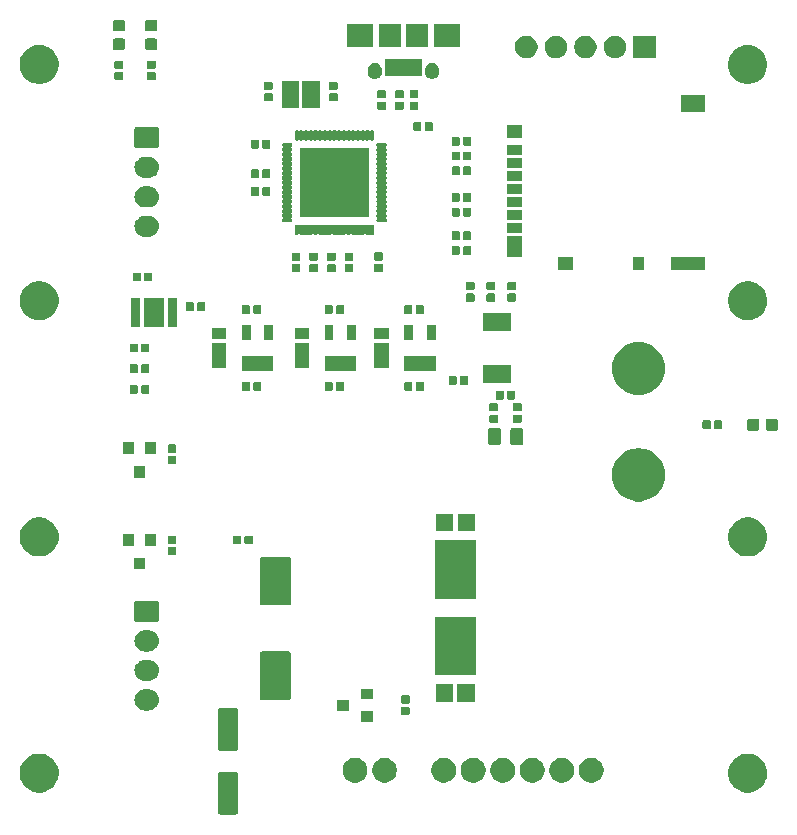
<source format=gts>
G04 #@! TF.GenerationSoftware,KiCad,Pcbnew,(5.0.2)-1*
G04 #@! TF.CreationDate,2019-10-10T02:45:09+09:00*
G04 #@! TF.ProjectId,PM_Board,504d5f42-6f61-4726-942e-6b696361645f,rev?*
G04 #@! TF.SameCoordinates,Original*
G04 #@! TF.FileFunction,Soldermask,Top*
G04 #@! TF.FilePolarity,Negative*
%FSLAX46Y46*%
G04 Gerber Fmt 4.6, Leading zero omitted, Abs format (unit mm)*
G04 Created by KiCad (PCBNEW (5.0.2)-1) date 2019/10/10 2:45:09*
%MOMM*%
%LPD*%
G01*
G04 APERTURE LIST*
%ADD10C,0.100000*%
G04 APERTURE END LIST*
D10*
G36*
X139205996Y-139903051D02*
X139239653Y-139913261D01*
X139270667Y-139929838D01*
X139297852Y-139952148D01*
X139320162Y-139979333D01*
X139336739Y-140010347D01*
X139346949Y-140044004D01*
X139351000Y-140085138D01*
X139351000Y-143314862D01*
X139346949Y-143355996D01*
X139336739Y-143389653D01*
X139320162Y-143420667D01*
X139297852Y-143447852D01*
X139270667Y-143470162D01*
X139239653Y-143486739D01*
X139205996Y-143496949D01*
X139164862Y-143501000D01*
X137835138Y-143501000D01*
X137794004Y-143496949D01*
X137760347Y-143486739D01*
X137729333Y-143470162D01*
X137702148Y-143447852D01*
X137679838Y-143420667D01*
X137663261Y-143389653D01*
X137653051Y-143355996D01*
X137649000Y-143314862D01*
X137649000Y-140085138D01*
X137653051Y-140044004D01*
X137663261Y-140010347D01*
X137679838Y-139979333D01*
X137702148Y-139952148D01*
X137729333Y-139929838D01*
X137760347Y-139913261D01*
X137794004Y-139903051D01*
X137835138Y-139899000D01*
X139164862Y-139899000D01*
X139205996Y-139903051D01*
X139205996Y-139903051D01*
G37*
G36*
X182875256Y-138391298D02*
X182981579Y-138412447D01*
X183282042Y-138536903D01*
X183524637Y-138699000D01*
X183552454Y-138717587D01*
X183782413Y-138947546D01*
X183963098Y-139217960D01*
X183999550Y-139305963D01*
X184087553Y-139518421D01*
X184151000Y-139837391D01*
X184151000Y-140162609D01*
X184099807Y-140419976D01*
X184087553Y-140481578D01*
X183971975Y-140760610D01*
X183963097Y-140782042D01*
X183784820Y-141048852D01*
X183782413Y-141052454D01*
X183552454Y-141282413D01*
X183552451Y-141282415D01*
X183282042Y-141463097D01*
X182981579Y-141587553D01*
X182875256Y-141608702D01*
X182662611Y-141651000D01*
X182337389Y-141651000D01*
X182124744Y-141608702D01*
X182018421Y-141587553D01*
X181717958Y-141463097D01*
X181447549Y-141282415D01*
X181447546Y-141282413D01*
X181217587Y-141052454D01*
X181215180Y-141048852D01*
X181036903Y-140782042D01*
X181028026Y-140760610D01*
X180912447Y-140481578D01*
X180900194Y-140419976D01*
X180849000Y-140162609D01*
X180849000Y-139837391D01*
X180912447Y-139518421D01*
X181000450Y-139305963D01*
X181036902Y-139217960D01*
X181217587Y-138947546D01*
X181447546Y-138717587D01*
X181475363Y-138699000D01*
X181717958Y-138536903D01*
X182018421Y-138412447D01*
X182124744Y-138391298D01*
X182337389Y-138349000D01*
X182662611Y-138349000D01*
X182875256Y-138391298D01*
X182875256Y-138391298D01*
G37*
G36*
X122875256Y-138391298D02*
X122981579Y-138412447D01*
X123282042Y-138536903D01*
X123524637Y-138699000D01*
X123552454Y-138717587D01*
X123782413Y-138947546D01*
X123963098Y-139217960D01*
X123999550Y-139305963D01*
X124087553Y-139518421D01*
X124151000Y-139837391D01*
X124151000Y-140162609D01*
X124099807Y-140419976D01*
X124087553Y-140481578D01*
X123971975Y-140760610D01*
X123963097Y-140782042D01*
X123784820Y-141048852D01*
X123782413Y-141052454D01*
X123552454Y-141282413D01*
X123552451Y-141282415D01*
X123282042Y-141463097D01*
X122981579Y-141587553D01*
X122875256Y-141608702D01*
X122662611Y-141651000D01*
X122337389Y-141651000D01*
X122124744Y-141608702D01*
X122018421Y-141587553D01*
X121717958Y-141463097D01*
X121447549Y-141282415D01*
X121447546Y-141282413D01*
X121217587Y-141052454D01*
X121215180Y-141048852D01*
X121036903Y-140782042D01*
X121028026Y-140760610D01*
X120912447Y-140481578D01*
X120900194Y-140419976D01*
X120849000Y-140162609D01*
X120849000Y-139837391D01*
X120912447Y-139518421D01*
X121000450Y-139305963D01*
X121036902Y-139217960D01*
X121217587Y-138947546D01*
X121447546Y-138717587D01*
X121475363Y-138699000D01*
X121717958Y-138536903D01*
X122018421Y-138412447D01*
X122124744Y-138391298D01*
X122337389Y-138349000D01*
X122662611Y-138349000D01*
X122875256Y-138391298D01*
X122875256Y-138391298D01*
G37*
G36*
X162056565Y-138739389D02*
X162247834Y-138818615D01*
X162419976Y-138933637D01*
X162566363Y-139080024D01*
X162681385Y-139252166D01*
X162760611Y-139443435D01*
X162801000Y-139646484D01*
X162801000Y-139853516D01*
X162760611Y-140056565D01*
X162681385Y-140247834D01*
X162566363Y-140419976D01*
X162419976Y-140566363D01*
X162247834Y-140681385D01*
X162056565Y-140760611D01*
X161853516Y-140801000D01*
X161646484Y-140801000D01*
X161443435Y-140760611D01*
X161252166Y-140681385D01*
X161080024Y-140566363D01*
X160933637Y-140419976D01*
X160818615Y-140247834D01*
X160739389Y-140056565D01*
X160699000Y-139853516D01*
X160699000Y-139646484D01*
X160739389Y-139443435D01*
X160818615Y-139252166D01*
X160933637Y-139080024D01*
X161080024Y-138933637D01*
X161252166Y-138818615D01*
X161443435Y-138739389D01*
X161646484Y-138699000D01*
X161853516Y-138699000D01*
X162056565Y-138739389D01*
X162056565Y-138739389D01*
G37*
G36*
X167056565Y-138739389D02*
X167247834Y-138818615D01*
X167419976Y-138933637D01*
X167566363Y-139080024D01*
X167681385Y-139252166D01*
X167760611Y-139443435D01*
X167801000Y-139646484D01*
X167801000Y-139853516D01*
X167760611Y-140056565D01*
X167681385Y-140247834D01*
X167566363Y-140419976D01*
X167419976Y-140566363D01*
X167247834Y-140681385D01*
X167056565Y-140760611D01*
X166853516Y-140801000D01*
X166646484Y-140801000D01*
X166443435Y-140760611D01*
X166252166Y-140681385D01*
X166080024Y-140566363D01*
X165933637Y-140419976D01*
X165818615Y-140247834D01*
X165739389Y-140056565D01*
X165699000Y-139853516D01*
X165699000Y-139646484D01*
X165739389Y-139443435D01*
X165818615Y-139252166D01*
X165933637Y-139080024D01*
X166080024Y-138933637D01*
X166252166Y-138818615D01*
X166443435Y-138739389D01*
X166646484Y-138699000D01*
X166853516Y-138699000D01*
X167056565Y-138739389D01*
X167056565Y-138739389D01*
G37*
G36*
X164556565Y-138739389D02*
X164747834Y-138818615D01*
X164919976Y-138933637D01*
X165066363Y-139080024D01*
X165181385Y-139252166D01*
X165260611Y-139443435D01*
X165301000Y-139646484D01*
X165301000Y-139853516D01*
X165260611Y-140056565D01*
X165181385Y-140247834D01*
X165066363Y-140419976D01*
X164919976Y-140566363D01*
X164747834Y-140681385D01*
X164556565Y-140760611D01*
X164353516Y-140801000D01*
X164146484Y-140801000D01*
X163943435Y-140760611D01*
X163752166Y-140681385D01*
X163580024Y-140566363D01*
X163433637Y-140419976D01*
X163318615Y-140247834D01*
X163239389Y-140056565D01*
X163199000Y-139853516D01*
X163199000Y-139646484D01*
X163239389Y-139443435D01*
X163318615Y-139252166D01*
X163433637Y-139080024D01*
X163580024Y-138933637D01*
X163752166Y-138818615D01*
X163943435Y-138739389D01*
X164146484Y-138699000D01*
X164353516Y-138699000D01*
X164556565Y-138739389D01*
X164556565Y-138739389D01*
G37*
G36*
X169556565Y-138739389D02*
X169747834Y-138818615D01*
X169919976Y-138933637D01*
X170066363Y-139080024D01*
X170181385Y-139252166D01*
X170260611Y-139443435D01*
X170301000Y-139646484D01*
X170301000Y-139853516D01*
X170260611Y-140056565D01*
X170181385Y-140247834D01*
X170066363Y-140419976D01*
X169919976Y-140566363D01*
X169747834Y-140681385D01*
X169556565Y-140760611D01*
X169353516Y-140801000D01*
X169146484Y-140801000D01*
X168943435Y-140760611D01*
X168752166Y-140681385D01*
X168580024Y-140566363D01*
X168433637Y-140419976D01*
X168318615Y-140247834D01*
X168239389Y-140056565D01*
X168199000Y-139853516D01*
X168199000Y-139646484D01*
X168239389Y-139443435D01*
X168318615Y-139252166D01*
X168433637Y-139080024D01*
X168580024Y-138933637D01*
X168752166Y-138818615D01*
X168943435Y-138739389D01*
X169146484Y-138699000D01*
X169353516Y-138699000D01*
X169556565Y-138739389D01*
X169556565Y-138739389D01*
G37*
G36*
X157056565Y-138739389D02*
X157247834Y-138818615D01*
X157419976Y-138933637D01*
X157566363Y-139080024D01*
X157681385Y-139252166D01*
X157760611Y-139443435D01*
X157801000Y-139646484D01*
X157801000Y-139853516D01*
X157760611Y-140056565D01*
X157681385Y-140247834D01*
X157566363Y-140419976D01*
X157419976Y-140566363D01*
X157247834Y-140681385D01*
X157056565Y-140760611D01*
X156853516Y-140801000D01*
X156646484Y-140801000D01*
X156443435Y-140760611D01*
X156252166Y-140681385D01*
X156080024Y-140566363D01*
X155933637Y-140419976D01*
X155818615Y-140247834D01*
X155739389Y-140056565D01*
X155699000Y-139853516D01*
X155699000Y-139646484D01*
X155739389Y-139443435D01*
X155818615Y-139252166D01*
X155933637Y-139080024D01*
X156080024Y-138933637D01*
X156252166Y-138818615D01*
X156443435Y-138739389D01*
X156646484Y-138699000D01*
X156853516Y-138699000D01*
X157056565Y-138739389D01*
X157056565Y-138739389D01*
G37*
G36*
X152056565Y-138739389D02*
X152247834Y-138818615D01*
X152419976Y-138933637D01*
X152566363Y-139080024D01*
X152681385Y-139252166D01*
X152760611Y-139443435D01*
X152801000Y-139646484D01*
X152801000Y-139853516D01*
X152760611Y-140056565D01*
X152681385Y-140247834D01*
X152566363Y-140419976D01*
X152419976Y-140566363D01*
X152247834Y-140681385D01*
X152056565Y-140760611D01*
X151853516Y-140801000D01*
X151646484Y-140801000D01*
X151443435Y-140760611D01*
X151252166Y-140681385D01*
X151080024Y-140566363D01*
X150933637Y-140419976D01*
X150818615Y-140247834D01*
X150739389Y-140056565D01*
X150699000Y-139853516D01*
X150699000Y-139646484D01*
X150739389Y-139443435D01*
X150818615Y-139252166D01*
X150933637Y-139080024D01*
X151080024Y-138933637D01*
X151252166Y-138818615D01*
X151443435Y-138739389D01*
X151646484Y-138699000D01*
X151853516Y-138699000D01*
X152056565Y-138739389D01*
X152056565Y-138739389D01*
G37*
G36*
X149556565Y-138739389D02*
X149747834Y-138818615D01*
X149919976Y-138933637D01*
X150066363Y-139080024D01*
X150181385Y-139252166D01*
X150260611Y-139443435D01*
X150301000Y-139646484D01*
X150301000Y-139853516D01*
X150260611Y-140056565D01*
X150181385Y-140247834D01*
X150066363Y-140419976D01*
X149919976Y-140566363D01*
X149747834Y-140681385D01*
X149556565Y-140760611D01*
X149353516Y-140801000D01*
X149146484Y-140801000D01*
X148943435Y-140760611D01*
X148752166Y-140681385D01*
X148580024Y-140566363D01*
X148433637Y-140419976D01*
X148318615Y-140247834D01*
X148239389Y-140056565D01*
X148199000Y-139853516D01*
X148199000Y-139646484D01*
X148239389Y-139443435D01*
X148318615Y-139252166D01*
X148433637Y-139080024D01*
X148580024Y-138933637D01*
X148752166Y-138818615D01*
X148943435Y-138739389D01*
X149146484Y-138699000D01*
X149353516Y-138699000D01*
X149556565Y-138739389D01*
X149556565Y-138739389D01*
G37*
G36*
X159556565Y-138739389D02*
X159747834Y-138818615D01*
X159919976Y-138933637D01*
X160066363Y-139080024D01*
X160181385Y-139252166D01*
X160260611Y-139443435D01*
X160301000Y-139646484D01*
X160301000Y-139853516D01*
X160260611Y-140056565D01*
X160181385Y-140247834D01*
X160066363Y-140419976D01*
X159919976Y-140566363D01*
X159747834Y-140681385D01*
X159556565Y-140760611D01*
X159353516Y-140801000D01*
X159146484Y-140801000D01*
X158943435Y-140760611D01*
X158752166Y-140681385D01*
X158580024Y-140566363D01*
X158433637Y-140419976D01*
X158318615Y-140247834D01*
X158239389Y-140056565D01*
X158199000Y-139853516D01*
X158199000Y-139646484D01*
X158239389Y-139443435D01*
X158318615Y-139252166D01*
X158433637Y-139080024D01*
X158580024Y-138933637D01*
X158752166Y-138818615D01*
X158943435Y-138739389D01*
X159146484Y-138699000D01*
X159353516Y-138699000D01*
X159556565Y-138739389D01*
X159556565Y-138739389D01*
G37*
G36*
X139205996Y-134503051D02*
X139239653Y-134513261D01*
X139270667Y-134529838D01*
X139297852Y-134552148D01*
X139320162Y-134579333D01*
X139336739Y-134610347D01*
X139346949Y-134644004D01*
X139351000Y-134685138D01*
X139351000Y-137914862D01*
X139346949Y-137955996D01*
X139336739Y-137989653D01*
X139320162Y-138020667D01*
X139297852Y-138047852D01*
X139270667Y-138070162D01*
X139239653Y-138086739D01*
X139205996Y-138096949D01*
X139164862Y-138101000D01*
X137835138Y-138101000D01*
X137794004Y-138096949D01*
X137760347Y-138086739D01*
X137729333Y-138070162D01*
X137702148Y-138047852D01*
X137679838Y-138020667D01*
X137663261Y-137989653D01*
X137653051Y-137955996D01*
X137649000Y-137914862D01*
X137649000Y-134685138D01*
X137653051Y-134644004D01*
X137663261Y-134610347D01*
X137679838Y-134579333D01*
X137702148Y-134552148D01*
X137729333Y-134529838D01*
X137760347Y-134513261D01*
X137794004Y-134503051D01*
X137835138Y-134499000D01*
X139164862Y-134499000D01*
X139205996Y-134503051D01*
X139205996Y-134503051D01*
G37*
G36*
X150751000Y-135651000D02*
X149749000Y-135651000D01*
X149749000Y-134749000D01*
X150751000Y-134749000D01*
X150751000Y-135651000D01*
X150751000Y-135651000D01*
G37*
G36*
X153781938Y-134391716D02*
X153802556Y-134397970D01*
X153821556Y-134408126D01*
X153838208Y-134421792D01*
X153851874Y-134438444D01*
X153862030Y-134457444D01*
X153868284Y-134478062D01*
X153871000Y-134505640D01*
X153871000Y-134964360D01*
X153868284Y-134991938D01*
X153862030Y-135012556D01*
X153851874Y-135031556D01*
X153838208Y-135048208D01*
X153821556Y-135061874D01*
X153802556Y-135072030D01*
X153781938Y-135078284D01*
X153754360Y-135081000D01*
X153245640Y-135081000D01*
X153218062Y-135078284D01*
X153197444Y-135072030D01*
X153178444Y-135061874D01*
X153161792Y-135048208D01*
X153148126Y-135031556D01*
X153137970Y-135012556D01*
X153131716Y-134991938D01*
X153129000Y-134964360D01*
X153129000Y-134505640D01*
X153131716Y-134478062D01*
X153137970Y-134457444D01*
X153148126Y-134438444D01*
X153161792Y-134421792D01*
X153178444Y-134408126D01*
X153197444Y-134397970D01*
X153218062Y-134391716D01*
X153245640Y-134389000D01*
X153754360Y-134389000D01*
X153781938Y-134391716D01*
X153781938Y-134391716D01*
G37*
G36*
X148751000Y-134701000D02*
X147749000Y-134701000D01*
X147749000Y-133799000D01*
X148751000Y-133799000D01*
X148751000Y-134701000D01*
X148751000Y-134701000D01*
G37*
G36*
X131835442Y-132905518D02*
X131901627Y-132912037D01*
X132014853Y-132946384D01*
X132071467Y-132963557D01*
X132210087Y-133037652D01*
X132227991Y-133047222D01*
X132263729Y-133076552D01*
X132365186Y-133159814D01*
X132448448Y-133261271D01*
X132477778Y-133297009D01*
X132477779Y-133297011D01*
X132561443Y-133453533D01*
X132574290Y-133495886D01*
X132612963Y-133623373D01*
X132630359Y-133800000D01*
X132612963Y-133976627D01*
X132587572Y-134060329D01*
X132561443Y-134146467D01*
X132487348Y-134285087D01*
X132477778Y-134302991D01*
X132448448Y-134338729D01*
X132365186Y-134440186D01*
X132268853Y-134519243D01*
X132227991Y-134552778D01*
X132227989Y-134552779D01*
X132071467Y-134636443D01*
X132046541Y-134644004D01*
X131901627Y-134687963D01*
X131835442Y-134694482D01*
X131769260Y-134701000D01*
X131430740Y-134701000D01*
X131364558Y-134694482D01*
X131298373Y-134687963D01*
X131153459Y-134644004D01*
X131128533Y-134636443D01*
X130972011Y-134552779D01*
X130972009Y-134552778D01*
X130931147Y-134519243D01*
X130834814Y-134440186D01*
X130751552Y-134338729D01*
X130722222Y-134302991D01*
X130712652Y-134285087D01*
X130638557Y-134146467D01*
X130612428Y-134060329D01*
X130587037Y-133976627D01*
X130569641Y-133800000D01*
X130587037Y-133623373D01*
X130625710Y-133495886D01*
X130638557Y-133453533D01*
X130722221Y-133297011D01*
X130722222Y-133297009D01*
X130751552Y-133261271D01*
X130834814Y-133159814D01*
X130936271Y-133076552D01*
X130972009Y-133047222D01*
X130989913Y-133037652D01*
X131128533Y-132963557D01*
X131185147Y-132946384D01*
X131298373Y-132912037D01*
X131364558Y-132905518D01*
X131430740Y-132899000D01*
X131769260Y-132899000D01*
X131835442Y-132905518D01*
X131835442Y-132905518D01*
G37*
G36*
X153781938Y-133421716D02*
X153802556Y-133427970D01*
X153821556Y-133438126D01*
X153838208Y-133451792D01*
X153851874Y-133468444D01*
X153862030Y-133487444D01*
X153868284Y-133508062D01*
X153871000Y-133535640D01*
X153871000Y-133994360D01*
X153868284Y-134021938D01*
X153862030Y-134042556D01*
X153851874Y-134061556D01*
X153838208Y-134078208D01*
X153821556Y-134091874D01*
X153802556Y-134102030D01*
X153781938Y-134108284D01*
X153754360Y-134111000D01*
X153245640Y-134111000D01*
X153218062Y-134108284D01*
X153197444Y-134102030D01*
X153178444Y-134091874D01*
X153161792Y-134078208D01*
X153148126Y-134061556D01*
X153137970Y-134042556D01*
X153131716Y-134021938D01*
X153129000Y-133994360D01*
X153129000Y-133535640D01*
X153131716Y-133508062D01*
X153137970Y-133487444D01*
X153148126Y-133468444D01*
X153161792Y-133451792D01*
X153178444Y-133438126D01*
X153197444Y-133427970D01*
X153218062Y-133421716D01*
X153245640Y-133419000D01*
X153754360Y-133419000D01*
X153781938Y-133421716D01*
X153781938Y-133421716D01*
G37*
G36*
X157566000Y-133961000D02*
X156074000Y-133961000D01*
X156074000Y-132459000D01*
X157566000Y-132459000D01*
X157566000Y-133961000D01*
X157566000Y-133961000D01*
G37*
G36*
X159406000Y-133961000D02*
X157914000Y-133961000D01*
X157914000Y-132459000D01*
X159406000Y-132459000D01*
X159406000Y-133961000D01*
X159406000Y-133961000D01*
G37*
G36*
X143671935Y-129702671D02*
X143701874Y-129711753D01*
X143729469Y-129726503D01*
X143753651Y-129746349D01*
X143773497Y-129770531D01*
X143788247Y-129798126D01*
X143797329Y-129828065D01*
X143801000Y-129865340D01*
X143801000Y-133634660D01*
X143797329Y-133671935D01*
X143788247Y-133701874D01*
X143773497Y-133729469D01*
X143753651Y-133753651D01*
X143729469Y-133773497D01*
X143701874Y-133788247D01*
X143671935Y-133797329D01*
X143634660Y-133801000D01*
X141365340Y-133801000D01*
X141328065Y-133797329D01*
X141298126Y-133788247D01*
X141270531Y-133773497D01*
X141246349Y-133753651D01*
X141226503Y-133729469D01*
X141211753Y-133701874D01*
X141202671Y-133671935D01*
X141199000Y-133634660D01*
X141199000Y-129865340D01*
X141202671Y-129828065D01*
X141211753Y-129798126D01*
X141226503Y-129770531D01*
X141246349Y-129746349D01*
X141270531Y-129726503D01*
X141298126Y-129711753D01*
X141328065Y-129702671D01*
X141365340Y-129699000D01*
X143634660Y-129699000D01*
X143671935Y-129702671D01*
X143671935Y-129702671D01*
G37*
G36*
X150751000Y-133751000D02*
X149749000Y-133751000D01*
X149749000Y-132849000D01*
X150751000Y-132849000D01*
X150751000Y-133751000D01*
X150751000Y-133751000D01*
G37*
G36*
X131835442Y-130405518D02*
X131901627Y-130412037D01*
X132014853Y-130446384D01*
X132071467Y-130463557D01*
X132210087Y-130537652D01*
X132227991Y-130547222D01*
X132263729Y-130576552D01*
X132365186Y-130659814D01*
X132448448Y-130761271D01*
X132477778Y-130797009D01*
X132477779Y-130797011D01*
X132561443Y-130953533D01*
X132561443Y-130953534D01*
X132612963Y-131123373D01*
X132630359Y-131300000D01*
X132612963Y-131476627D01*
X132578616Y-131589853D01*
X132561443Y-131646467D01*
X132526949Y-131711000D01*
X132477778Y-131802991D01*
X132448448Y-131838729D01*
X132365186Y-131940186D01*
X132263729Y-132023448D01*
X132227991Y-132052778D01*
X132227989Y-132052779D01*
X132071467Y-132136443D01*
X132014853Y-132153616D01*
X131901627Y-132187963D01*
X131835443Y-132194481D01*
X131769260Y-132201000D01*
X131430740Y-132201000D01*
X131364557Y-132194481D01*
X131298373Y-132187963D01*
X131185147Y-132153616D01*
X131128533Y-132136443D01*
X130972011Y-132052779D01*
X130972009Y-132052778D01*
X130936271Y-132023448D01*
X130834814Y-131940186D01*
X130751552Y-131838729D01*
X130722222Y-131802991D01*
X130673051Y-131711000D01*
X130638557Y-131646467D01*
X130621384Y-131589853D01*
X130587037Y-131476627D01*
X130569641Y-131300000D01*
X130587037Y-131123373D01*
X130638557Y-130953534D01*
X130638557Y-130953533D01*
X130722221Y-130797011D01*
X130722222Y-130797009D01*
X130751552Y-130761271D01*
X130834814Y-130659814D01*
X130936271Y-130576552D01*
X130972009Y-130547222D01*
X130989913Y-130537652D01*
X131128533Y-130463557D01*
X131185147Y-130446384D01*
X131298373Y-130412037D01*
X131364558Y-130405518D01*
X131430740Y-130399000D01*
X131769260Y-130399000D01*
X131835442Y-130405518D01*
X131835442Y-130405518D01*
G37*
G36*
X159481000Y-131711000D02*
X156019000Y-131711000D01*
X156019000Y-126749000D01*
X159481000Y-126749000D01*
X159481000Y-131711000D01*
X159481000Y-131711000D01*
G37*
G36*
X131835442Y-127905518D02*
X131901627Y-127912037D01*
X132014853Y-127946384D01*
X132071467Y-127963557D01*
X132210087Y-128037652D01*
X132227991Y-128047222D01*
X132263729Y-128076552D01*
X132365186Y-128159814D01*
X132448448Y-128261271D01*
X132477778Y-128297009D01*
X132477779Y-128297011D01*
X132561443Y-128453533D01*
X132561443Y-128453534D01*
X132612963Y-128623373D01*
X132630359Y-128800000D01*
X132612963Y-128976627D01*
X132578616Y-129089853D01*
X132561443Y-129146467D01*
X132487348Y-129285087D01*
X132477778Y-129302991D01*
X132448448Y-129338729D01*
X132365186Y-129440186D01*
X132263729Y-129523448D01*
X132227991Y-129552778D01*
X132227989Y-129552779D01*
X132071467Y-129636443D01*
X132014853Y-129653616D01*
X131901627Y-129687963D01*
X131835442Y-129694482D01*
X131769260Y-129701000D01*
X131430740Y-129701000D01*
X131364558Y-129694482D01*
X131298373Y-129687963D01*
X131185147Y-129653616D01*
X131128533Y-129636443D01*
X130972011Y-129552779D01*
X130972009Y-129552778D01*
X130936271Y-129523448D01*
X130834814Y-129440186D01*
X130751552Y-129338729D01*
X130722222Y-129302991D01*
X130712652Y-129285087D01*
X130638557Y-129146467D01*
X130621384Y-129089853D01*
X130587037Y-128976627D01*
X130569641Y-128800000D01*
X130587037Y-128623373D01*
X130638557Y-128453534D01*
X130638557Y-128453533D01*
X130722221Y-128297011D01*
X130722222Y-128297009D01*
X130751552Y-128261271D01*
X130834814Y-128159814D01*
X130936271Y-128076552D01*
X130972009Y-128047222D01*
X130989913Y-128037652D01*
X131128533Y-127963557D01*
X131185147Y-127946384D01*
X131298373Y-127912037D01*
X131364558Y-127905518D01*
X131430740Y-127899000D01*
X131769260Y-127899000D01*
X131835442Y-127905518D01*
X131835442Y-127905518D01*
G37*
G36*
X132483600Y-125402989D02*
X132516649Y-125413014D01*
X132547106Y-125429294D01*
X132573799Y-125451201D01*
X132595706Y-125477894D01*
X132611986Y-125508351D01*
X132622011Y-125541400D01*
X132626000Y-125581904D01*
X132626000Y-127018096D01*
X132622011Y-127058600D01*
X132611986Y-127091649D01*
X132595706Y-127122106D01*
X132573799Y-127148799D01*
X132547106Y-127170706D01*
X132516649Y-127186986D01*
X132483600Y-127197011D01*
X132443096Y-127201000D01*
X130756904Y-127201000D01*
X130716400Y-127197011D01*
X130683351Y-127186986D01*
X130652894Y-127170706D01*
X130626201Y-127148799D01*
X130604294Y-127122106D01*
X130588014Y-127091649D01*
X130577989Y-127058600D01*
X130574000Y-127018096D01*
X130574000Y-125581904D01*
X130577989Y-125541400D01*
X130588014Y-125508351D01*
X130604294Y-125477894D01*
X130626201Y-125451201D01*
X130652894Y-125429294D01*
X130683351Y-125413014D01*
X130716400Y-125402989D01*
X130756904Y-125399000D01*
X132443096Y-125399000D01*
X132483600Y-125402989D01*
X132483600Y-125402989D01*
G37*
G36*
X143671935Y-121702671D02*
X143701874Y-121711753D01*
X143729469Y-121726503D01*
X143753651Y-121746349D01*
X143773497Y-121770531D01*
X143788247Y-121798126D01*
X143797329Y-121828065D01*
X143801000Y-121865340D01*
X143801000Y-125634660D01*
X143797329Y-125671935D01*
X143788247Y-125701874D01*
X143773497Y-125729469D01*
X143753651Y-125753651D01*
X143729469Y-125773497D01*
X143701874Y-125788247D01*
X143671935Y-125797329D01*
X143634660Y-125801000D01*
X141365340Y-125801000D01*
X141328065Y-125797329D01*
X141298126Y-125788247D01*
X141270531Y-125773497D01*
X141246349Y-125753651D01*
X141226503Y-125729469D01*
X141211753Y-125701874D01*
X141202671Y-125671935D01*
X141199000Y-125634660D01*
X141199000Y-121865340D01*
X141202671Y-121828065D01*
X141211753Y-121798126D01*
X141226503Y-121770531D01*
X141246349Y-121746349D01*
X141270531Y-121726503D01*
X141298126Y-121711753D01*
X141328065Y-121702671D01*
X141365340Y-121699000D01*
X143634660Y-121699000D01*
X143671935Y-121702671D01*
X143671935Y-121702671D01*
G37*
G36*
X159481000Y-125231000D02*
X156019000Y-125231000D01*
X156019000Y-120269000D01*
X159481000Y-120269000D01*
X159481000Y-125231000D01*
X159481000Y-125231000D01*
G37*
G36*
X131451000Y-122751000D02*
X130549000Y-122751000D01*
X130549000Y-121749000D01*
X131451000Y-121749000D01*
X131451000Y-122751000D01*
X131451000Y-122751000D01*
G37*
G36*
X182875256Y-118391298D02*
X182981579Y-118412447D01*
X183282042Y-118536903D01*
X183548852Y-118715180D01*
X183552454Y-118717587D01*
X183782413Y-118947546D01*
X183782415Y-118947549D01*
X183963097Y-119217958D01*
X184087553Y-119518421D01*
X184151000Y-119837391D01*
X184151000Y-120162609D01*
X184087553Y-120481579D01*
X183963097Y-120782042D01*
X183850279Y-120950886D01*
X183782413Y-121052454D01*
X183552454Y-121282413D01*
X183552451Y-121282415D01*
X183282042Y-121463097D01*
X183282041Y-121463098D01*
X183282040Y-121463098D01*
X183198851Y-121497556D01*
X182981579Y-121587553D01*
X182875256Y-121608702D01*
X182662611Y-121651000D01*
X182337389Y-121651000D01*
X182124744Y-121608702D01*
X182018421Y-121587553D01*
X181801149Y-121497556D01*
X181717960Y-121463098D01*
X181717959Y-121463098D01*
X181717958Y-121463097D01*
X181447549Y-121282415D01*
X181447546Y-121282413D01*
X181217587Y-121052454D01*
X181149721Y-120950886D01*
X181036903Y-120782042D01*
X180912447Y-120481579D01*
X180849000Y-120162609D01*
X180849000Y-119837391D01*
X180912447Y-119518421D01*
X181036903Y-119217958D01*
X181217585Y-118947549D01*
X181217587Y-118947546D01*
X181447546Y-118717587D01*
X181451148Y-118715180D01*
X181717958Y-118536903D01*
X182018421Y-118412447D01*
X182124744Y-118391298D01*
X182337389Y-118349000D01*
X182662611Y-118349000D01*
X182875256Y-118391298D01*
X182875256Y-118391298D01*
G37*
G36*
X122875256Y-118391298D02*
X122981579Y-118412447D01*
X123282042Y-118536903D01*
X123548852Y-118715180D01*
X123552454Y-118717587D01*
X123782413Y-118947546D01*
X123782415Y-118947549D01*
X123963097Y-119217958D01*
X124087553Y-119518421D01*
X124151000Y-119837391D01*
X124151000Y-120162609D01*
X124087553Y-120481579D01*
X123963097Y-120782042D01*
X123850279Y-120950886D01*
X123782413Y-121052454D01*
X123552454Y-121282413D01*
X123552451Y-121282415D01*
X123282042Y-121463097D01*
X123282041Y-121463098D01*
X123282040Y-121463098D01*
X123198851Y-121497556D01*
X122981579Y-121587553D01*
X122875256Y-121608702D01*
X122662611Y-121651000D01*
X122337389Y-121651000D01*
X122124744Y-121608702D01*
X122018421Y-121587553D01*
X121801149Y-121497556D01*
X121717960Y-121463098D01*
X121717959Y-121463098D01*
X121717958Y-121463097D01*
X121447549Y-121282415D01*
X121447546Y-121282413D01*
X121217587Y-121052454D01*
X121149721Y-120950886D01*
X121036903Y-120782042D01*
X120912447Y-120481579D01*
X120849000Y-120162609D01*
X120849000Y-119837391D01*
X120912447Y-119518421D01*
X121036903Y-119217958D01*
X121217585Y-118947549D01*
X121217587Y-118947546D01*
X121447546Y-118717587D01*
X121451148Y-118715180D01*
X121717958Y-118536903D01*
X122018421Y-118412447D01*
X122124744Y-118391298D01*
X122337389Y-118349000D01*
X122662611Y-118349000D01*
X122875256Y-118391298D01*
X122875256Y-118391298D01*
G37*
G36*
X134031938Y-120876716D02*
X134052556Y-120882970D01*
X134071556Y-120893126D01*
X134088208Y-120906792D01*
X134101874Y-120923444D01*
X134112030Y-120942444D01*
X134118284Y-120963062D01*
X134121000Y-120990640D01*
X134121000Y-121449360D01*
X134118284Y-121476938D01*
X134112030Y-121497556D01*
X134101874Y-121516556D01*
X134088208Y-121533208D01*
X134071556Y-121546874D01*
X134052556Y-121557030D01*
X134031938Y-121563284D01*
X134004360Y-121566000D01*
X133495640Y-121566000D01*
X133468062Y-121563284D01*
X133447444Y-121557030D01*
X133428444Y-121546874D01*
X133411792Y-121533208D01*
X133398126Y-121516556D01*
X133387970Y-121497556D01*
X133381716Y-121476938D01*
X133379000Y-121449360D01*
X133379000Y-120990640D01*
X133381716Y-120963062D01*
X133387970Y-120942444D01*
X133398126Y-120923444D01*
X133411792Y-120906792D01*
X133428444Y-120893126D01*
X133447444Y-120882970D01*
X133468062Y-120876716D01*
X133495640Y-120874000D01*
X134004360Y-120874000D01*
X134031938Y-120876716D01*
X134031938Y-120876716D01*
G37*
G36*
X130501000Y-120751000D02*
X129599000Y-120751000D01*
X129599000Y-119749000D01*
X130501000Y-119749000D01*
X130501000Y-120751000D01*
X130501000Y-120751000D01*
G37*
G36*
X132401000Y-120751000D02*
X131499000Y-120751000D01*
X131499000Y-119749000D01*
X132401000Y-119749000D01*
X132401000Y-120751000D01*
X132401000Y-120751000D01*
G37*
G36*
X139521938Y-119881716D02*
X139542556Y-119887970D01*
X139561556Y-119898126D01*
X139578208Y-119911792D01*
X139591874Y-119928444D01*
X139602030Y-119947444D01*
X139608284Y-119968062D01*
X139611000Y-119995640D01*
X139611000Y-120504360D01*
X139608284Y-120531938D01*
X139602030Y-120552556D01*
X139591874Y-120571556D01*
X139578208Y-120588208D01*
X139561556Y-120601874D01*
X139542556Y-120612030D01*
X139521938Y-120618284D01*
X139494360Y-120621000D01*
X139035640Y-120621000D01*
X139008062Y-120618284D01*
X138987444Y-120612030D01*
X138968444Y-120601874D01*
X138951792Y-120588208D01*
X138938126Y-120571556D01*
X138927970Y-120552556D01*
X138921716Y-120531938D01*
X138919000Y-120504360D01*
X138919000Y-119995640D01*
X138921716Y-119968062D01*
X138927970Y-119947444D01*
X138938126Y-119928444D01*
X138951792Y-119911792D01*
X138968444Y-119898126D01*
X138987444Y-119887970D01*
X139008062Y-119881716D01*
X139035640Y-119879000D01*
X139494360Y-119879000D01*
X139521938Y-119881716D01*
X139521938Y-119881716D01*
G37*
G36*
X140491938Y-119881716D02*
X140512556Y-119887970D01*
X140531556Y-119898126D01*
X140548208Y-119911792D01*
X140561874Y-119928444D01*
X140572030Y-119947444D01*
X140578284Y-119968062D01*
X140581000Y-119995640D01*
X140581000Y-120504360D01*
X140578284Y-120531938D01*
X140572030Y-120552556D01*
X140561874Y-120571556D01*
X140548208Y-120588208D01*
X140531556Y-120601874D01*
X140512556Y-120612030D01*
X140491938Y-120618284D01*
X140464360Y-120621000D01*
X140005640Y-120621000D01*
X139978062Y-120618284D01*
X139957444Y-120612030D01*
X139938444Y-120601874D01*
X139921792Y-120588208D01*
X139908126Y-120571556D01*
X139897970Y-120552556D01*
X139891716Y-120531938D01*
X139889000Y-120504360D01*
X139889000Y-119995640D01*
X139891716Y-119968062D01*
X139897970Y-119947444D01*
X139908126Y-119928444D01*
X139921792Y-119911792D01*
X139938444Y-119898126D01*
X139957444Y-119887970D01*
X139978062Y-119881716D01*
X140005640Y-119879000D01*
X140464360Y-119879000D01*
X140491938Y-119881716D01*
X140491938Y-119881716D01*
G37*
G36*
X134031938Y-119906716D02*
X134052556Y-119912970D01*
X134071556Y-119923126D01*
X134088208Y-119936792D01*
X134101874Y-119953444D01*
X134112030Y-119972444D01*
X134118284Y-119993062D01*
X134121000Y-120020640D01*
X134121000Y-120479360D01*
X134118284Y-120506938D01*
X134112030Y-120527556D01*
X134101874Y-120546556D01*
X134088208Y-120563208D01*
X134071556Y-120576874D01*
X134052556Y-120587030D01*
X134031938Y-120593284D01*
X134004360Y-120596000D01*
X133495640Y-120596000D01*
X133468062Y-120593284D01*
X133447444Y-120587030D01*
X133428444Y-120576874D01*
X133411792Y-120563208D01*
X133398126Y-120546556D01*
X133387970Y-120527556D01*
X133381716Y-120506938D01*
X133379000Y-120479360D01*
X133379000Y-120020640D01*
X133381716Y-119993062D01*
X133387970Y-119972444D01*
X133398126Y-119953444D01*
X133411792Y-119936792D01*
X133428444Y-119923126D01*
X133447444Y-119912970D01*
X133468062Y-119906716D01*
X133495640Y-119904000D01*
X134004360Y-119904000D01*
X134031938Y-119906716D01*
X134031938Y-119906716D01*
G37*
G36*
X157586000Y-119521000D02*
X156094000Y-119521000D01*
X156094000Y-118019000D01*
X157586000Y-118019000D01*
X157586000Y-119521000D01*
X157586000Y-119521000D01*
G37*
G36*
X159426000Y-119521000D02*
X157934000Y-119521000D01*
X157934000Y-118019000D01*
X159426000Y-118019000D01*
X159426000Y-119521000D01*
X159426000Y-119521000D01*
G37*
G36*
X173558445Y-112516254D02*
X173906593Y-112585504D01*
X174316249Y-112755189D01*
X174684929Y-113001534D01*
X174998466Y-113315071D01*
X175244811Y-113683751D01*
X175414496Y-114093407D01*
X175465336Y-114349000D01*
X175501000Y-114528294D01*
X175501000Y-114971706D01*
X175483746Y-115058445D01*
X175414496Y-115406593D01*
X175244811Y-115816249D01*
X174998466Y-116184929D01*
X174684929Y-116498466D01*
X174316249Y-116744811D01*
X173906593Y-116914496D01*
X173558445Y-116983746D01*
X173471706Y-117001000D01*
X173028294Y-117001000D01*
X172941555Y-116983746D01*
X172593407Y-116914496D01*
X172183751Y-116744811D01*
X171815071Y-116498466D01*
X171501534Y-116184929D01*
X171255189Y-115816249D01*
X171085504Y-115406593D01*
X171016254Y-115058445D01*
X170999000Y-114971706D01*
X170999000Y-114528294D01*
X171034664Y-114349000D01*
X171085504Y-114093407D01*
X171255189Y-113683751D01*
X171501534Y-113315071D01*
X171815071Y-113001534D01*
X172183751Y-112755189D01*
X172593407Y-112585504D01*
X172941555Y-112516254D01*
X173028294Y-112499000D01*
X173471706Y-112499000D01*
X173558445Y-112516254D01*
X173558445Y-112516254D01*
G37*
G36*
X131451000Y-115001000D02*
X130549000Y-115001000D01*
X130549000Y-113999000D01*
X131451000Y-113999000D01*
X131451000Y-115001000D01*
X131451000Y-115001000D01*
G37*
G36*
X134031938Y-113141716D02*
X134052556Y-113147970D01*
X134071556Y-113158126D01*
X134088208Y-113171792D01*
X134101874Y-113188444D01*
X134112030Y-113207444D01*
X134118284Y-113228062D01*
X134121000Y-113255640D01*
X134121000Y-113714360D01*
X134118284Y-113741938D01*
X134112030Y-113762556D01*
X134101874Y-113781556D01*
X134088208Y-113798208D01*
X134071556Y-113811874D01*
X134052556Y-113822030D01*
X134031938Y-113828284D01*
X134004360Y-113831000D01*
X133495640Y-113831000D01*
X133468062Y-113828284D01*
X133447444Y-113822030D01*
X133428444Y-113811874D01*
X133411792Y-113798208D01*
X133398126Y-113781556D01*
X133387970Y-113762556D01*
X133381716Y-113741938D01*
X133379000Y-113714360D01*
X133379000Y-113255640D01*
X133381716Y-113228062D01*
X133387970Y-113207444D01*
X133398126Y-113188444D01*
X133411792Y-113171792D01*
X133428444Y-113158126D01*
X133447444Y-113147970D01*
X133468062Y-113141716D01*
X133495640Y-113139000D01*
X134004360Y-113139000D01*
X134031938Y-113141716D01*
X134031938Y-113141716D01*
G37*
G36*
X130501000Y-113001000D02*
X129599000Y-113001000D01*
X129599000Y-111999000D01*
X130501000Y-111999000D01*
X130501000Y-113001000D01*
X130501000Y-113001000D01*
G37*
G36*
X132401000Y-113001000D02*
X131499000Y-113001000D01*
X131499000Y-111999000D01*
X132401000Y-111999000D01*
X132401000Y-113001000D01*
X132401000Y-113001000D01*
G37*
G36*
X134031938Y-112171716D02*
X134052556Y-112177970D01*
X134071556Y-112188126D01*
X134088208Y-112201792D01*
X134101874Y-112218444D01*
X134112030Y-112237444D01*
X134118284Y-112258062D01*
X134121000Y-112285640D01*
X134121000Y-112744360D01*
X134118284Y-112771938D01*
X134112030Y-112792556D01*
X134101874Y-112811556D01*
X134088208Y-112828208D01*
X134071556Y-112841874D01*
X134052556Y-112852030D01*
X134031938Y-112858284D01*
X134004360Y-112861000D01*
X133495640Y-112861000D01*
X133468062Y-112858284D01*
X133447444Y-112852030D01*
X133428444Y-112841874D01*
X133411792Y-112828208D01*
X133398126Y-112811556D01*
X133387970Y-112792556D01*
X133381716Y-112771938D01*
X133379000Y-112744360D01*
X133379000Y-112285640D01*
X133381716Y-112258062D01*
X133387970Y-112237444D01*
X133398126Y-112218444D01*
X133411792Y-112201792D01*
X133428444Y-112188126D01*
X133447444Y-112177970D01*
X133468062Y-112171716D01*
X133495640Y-112169000D01*
X134004360Y-112169000D01*
X134031938Y-112171716D01*
X134031938Y-112171716D01*
G37*
G36*
X163309466Y-110753565D02*
X163348137Y-110765296D01*
X163383779Y-110784348D01*
X163415017Y-110809983D01*
X163440652Y-110841221D01*
X163459704Y-110876863D01*
X163471435Y-110915534D01*
X163476000Y-110961888D01*
X163476000Y-112038112D01*
X163471435Y-112084466D01*
X163459704Y-112123137D01*
X163440652Y-112158779D01*
X163415017Y-112190017D01*
X163383779Y-112215652D01*
X163348137Y-112234704D01*
X163309466Y-112246435D01*
X163263112Y-112251000D01*
X162611888Y-112251000D01*
X162565534Y-112246435D01*
X162526863Y-112234704D01*
X162491221Y-112215652D01*
X162459983Y-112190017D01*
X162434348Y-112158779D01*
X162415296Y-112123137D01*
X162403565Y-112084466D01*
X162399000Y-112038112D01*
X162399000Y-110961888D01*
X162403565Y-110915534D01*
X162415296Y-110876863D01*
X162434348Y-110841221D01*
X162459983Y-110809983D01*
X162491221Y-110784348D01*
X162526863Y-110765296D01*
X162565534Y-110753565D01*
X162611888Y-110749000D01*
X163263112Y-110749000D01*
X163309466Y-110753565D01*
X163309466Y-110753565D01*
G37*
G36*
X161434466Y-110753565D02*
X161473137Y-110765296D01*
X161508779Y-110784348D01*
X161540017Y-110809983D01*
X161565652Y-110841221D01*
X161584704Y-110876863D01*
X161596435Y-110915534D01*
X161601000Y-110961888D01*
X161601000Y-112038112D01*
X161596435Y-112084466D01*
X161584704Y-112123137D01*
X161565652Y-112158779D01*
X161540017Y-112190017D01*
X161508779Y-112215652D01*
X161473137Y-112234704D01*
X161434466Y-112246435D01*
X161388112Y-112251000D01*
X160736888Y-112251000D01*
X160690534Y-112246435D01*
X160651863Y-112234704D01*
X160616221Y-112215652D01*
X160584983Y-112190017D01*
X160559348Y-112158779D01*
X160540296Y-112123137D01*
X160528565Y-112084466D01*
X160524000Y-112038112D01*
X160524000Y-110961888D01*
X160528565Y-110915534D01*
X160540296Y-110876863D01*
X160559348Y-110841221D01*
X160584983Y-110809983D01*
X160616221Y-110784348D01*
X160651863Y-110765296D01*
X160690534Y-110753565D01*
X160736888Y-110749000D01*
X161388112Y-110749000D01*
X161434466Y-110753565D01*
X161434466Y-110753565D01*
G37*
G36*
X183304591Y-109978085D02*
X183338569Y-109988393D01*
X183369887Y-110005133D01*
X183397339Y-110027661D01*
X183419867Y-110055113D01*
X183436607Y-110086431D01*
X183446915Y-110120409D01*
X183451000Y-110161890D01*
X183451000Y-110838110D01*
X183446915Y-110879591D01*
X183436607Y-110913569D01*
X183419867Y-110944887D01*
X183397339Y-110972339D01*
X183369887Y-110994867D01*
X183338569Y-111011607D01*
X183304591Y-111021915D01*
X183263110Y-111026000D01*
X182661890Y-111026000D01*
X182620409Y-111021915D01*
X182586431Y-111011607D01*
X182555113Y-110994867D01*
X182527661Y-110972339D01*
X182505133Y-110944887D01*
X182488393Y-110913569D01*
X182478085Y-110879591D01*
X182474000Y-110838110D01*
X182474000Y-110161890D01*
X182478085Y-110120409D01*
X182488393Y-110086431D01*
X182505133Y-110055113D01*
X182527661Y-110027661D01*
X182555113Y-110005133D01*
X182586431Y-109988393D01*
X182620409Y-109978085D01*
X182661890Y-109974000D01*
X183263110Y-109974000D01*
X183304591Y-109978085D01*
X183304591Y-109978085D01*
G37*
G36*
X184879591Y-109978085D02*
X184913569Y-109988393D01*
X184944887Y-110005133D01*
X184972339Y-110027661D01*
X184994867Y-110055113D01*
X185011607Y-110086431D01*
X185021915Y-110120409D01*
X185026000Y-110161890D01*
X185026000Y-110838110D01*
X185021915Y-110879591D01*
X185011607Y-110913569D01*
X184994867Y-110944887D01*
X184972339Y-110972339D01*
X184944887Y-110994867D01*
X184913569Y-111011607D01*
X184879591Y-111021915D01*
X184838110Y-111026000D01*
X184236890Y-111026000D01*
X184195409Y-111021915D01*
X184161431Y-111011607D01*
X184130113Y-110994867D01*
X184102661Y-110972339D01*
X184080133Y-110944887D01*
X184063393Y-110913569D01*
X184053085Y-110879591D01*
X184049000Y-110838110D01*
X184049000Y-110161890D01*
X184053085Y-110120409D01*
X184063393Y-110086431D01*
X184080133Y-110055113D01*
X184102661Y-110027661D01*
X184130113Y-110005133D01*
X184161431Y-109988393D01*
X184195409Y-109978085D01*
X184236890Y-109974000D01*
X184838110Y-109974000D01*
X184879591Y-109978085D01*
X184879591Y-109978085D01*
G37*
G36*
X179271938Y-110131716D02*
X179292556Y-110137970D01*
X179311556Y-110148126D01*
X179328208Y-110161792D01*
X179341874Y-110178444D01*
X179352030Y-110197444D01*
X179358284Y-110218062D01*
X179361000Y-110245640D01*
X179361000Y-110754360D01*
X179358284Y-110781938D01*
X179352030Y-110802556D01*
X179341874Y-110821556D01*
X179328208Y-110838208D01*
X179311556Y-110851874D01*
X179292556Y-110862030D01*
X179271938Y-110868284D01*
X179244360Y-110871000D01*
X178785640Y-110871000D01*
X178758062Y-110868284D01*
X178737444Y-110862030D01*
X178718444Y-110851874D01*
X178701792Y-110838208D01*
X178688126Y-110821556D01*
X178677970Y-110802556D01*
X178671716Y-110781938D01*
X178669000Y-110754360D01*
X178669000Y-110245640D01*
X178671716Y-110218062D01*
X178677970Y-110197444D01*
X178688126Y-110178444D01*
X178701792Y-110161792D01*
X178718444Y-110148126D01*
X178737444Y-110137970D01*
X178758062Y-110131716D01*
X178785640Y-110129000D01*
X179244360Y-110129000D01*
X179271938Y-110131716D01*
X179271938Y-110131716D01*
G37*
G36*
X180241938Y-110131716D02*
X180262556Y-110137970D01*
X180281556Y-110148126D01*
X180298208Y-110161792D01*
X180311874Y-110178444D01*
X180322030Y-110197444D01*
X180328284Y-110218062D01*
X180331000Y-110245640D01*
X180331000Y-110754360D01*
X180328284Y-110781938D01*
X180322030Y-110802556D01*
X180311874Y-110821556D01*
X180298208Y-110838208D01*
X180281556Y-110851874D01*
X180262556Y-110862030D01*
X180241938Y-110868284D01*
X180214360Y-110871000D01*
X179755640Y-110871000D01*
X179728062Y-110868284D01*
X179707444Y-110862030D01*
X179688444Y-110851874D01*
X179671792Y-110838208D01*
X179658126Y-110821556D01*
X179647970Y-110802556D01*
X179641716Y-110781938D01*
X179639000Y-110754360D01*
X179639000Y-110245640D01*
X179641716Y-110218062D01*
X179647970Y-110197444D01*
X179658126Y-110178444D01*
X179671792Y-110161792D01*
X179688444Y-110148126D01*
X179707444Y-110137970D01*
X179728062Y-110131716D01*
X179755640Y-110129000D01*
X180214360Y-110129000D01*
X180241938Y-110131716D01*
X180241938Y-110131716D01*
G37*
G36*
X161281938Y-109656716D02*
X161302556Y-109662970D01*
X161321556Y-109673126D01*
X161338208Y-109686792D01*
X161351874Y-109703444D01*
X161362030Y-109722444D01*
X161368284Y-109743062D01*
X161371000Y-109770640D01*
X161371000Y-110229360D01*
X161368284Y-110256938D01*
X161362030Y-110277556D01*
X161351874Y-110296556D01*
X161338208Y-110313208D01*
X161321556Y-110326874D01*
X161302556Y-110337030D01*
X161281938Y-110343284D01*
X161254360Y-110346000D01*
X160745640Y-110346000D01*
X160718062Y-110343284D01*
X160697444Y-110337030D01*
X160678444Y-110326874D01*
X160661792Y-110313208D01*
X160648126Y-110296556D01*
X160637970Y-110277556D01*
X160631716Y-110256938D01*
X160629000Y-110229360D01*
X160629000Y-109770640D01*
X160631716Y-109743062D01*
X160637970Y-109722444D01*
X160648126Y-109703444D01*
X160661792Y-109686792D01*
X160678444Y-109673126D01*
X160697444Y-109662970D01*
X160718062Y-109656716D01*
X160745640Y-109654000D01*
X161254360Y-109654000D01*
X161281938Y-109656716D01*
X161281938Y-109656716D01*
G37*
G36*
X163281938Y-109641716D02*
X163302556Y-109647970D01*
X163321556Y-109658126D01*
X163338208Y-109671792D01*
X163351874Y-109688444D01*
X163362030Y-109707444D01*
X163368284Y-109728062D01*
X163371000Y-109755640D01*
X163371000Y-110214360D01*
X163368284Y-110241938D01*
X163362030Y-110262556D01*
X163351874Y-110281556D01*
X163338208Y-110298208D01*
X163321556Y-110311874D01*
X163302556Y-110322030D01*
X163281938Y-110328284D01*
X163254360Y-110331000D01*
X162745640Y-110331000D01*
X162718062Y-110328284D01*
X162697444Y-110322030D01*
X162678444Y-110311874D01*
X162661792Y-110298208D01*
X162648126Y-110281556D01*
X162637970Y-110262556D01*
X162631716Y-110241938D01*
X162629000Y-110214360D01*
X162629000Y-109755640D01*
X162631716Y-109728062D01*
X162637970Y-109707444D01*
X162648126Y-109688444D01*
X162661792Y-109671792D01*
X162678444Y-109658126D01*
X162697444Y-109647970D01*
X162718062Y-109641716D01*
X162745640Y-109639000D01*
X163254360Y-109639000D01*
X163281938Y-109641716D01*
X163281938Y-109641716D01*
G37*
G36*
X161281938Y-108686716D02*
X161302556Y-108692970D01*
X161321556Y-108703126D01*
X161338208Y-108716792D01*
X161351874Y-108733444D01*
X161362030Y-108752444D01*
X161368284Y-108773062D01*
X161371000Y-108800640D01*
X161371000Y-109259360D01*
X161368284Y-109286938D01*
X161362030Y-109307556D01*
X161351874Y-109326556D01*
X161338208Y-109343208D01*
X161321556Y-109356874D01*
X161302556Y-109367030D01*
X161281938Y-109373284D01*
X161254360Y-109376000D01*
X160745640Y-109376000D01*
X160718062Y-109373284D01*
X160697444Y-109367030D01*
X160678444Y-109356874D01*
X160661792Y-109343208D01*
X160648126Y-109326556D01*
X160637970Y-109307556D01*
X160631716Y-109286938D01*
X160629000Y-109259360D01*
X160629000Y-108800640D01*
X160631716Y-108773062D01*
X160637970Y-108752444D01*
X160648126Y-108733444D01*
X160661792Y-108716792D01*
X160678444Y-108703126D01*
X160697444Y-108692970D01*
X160718062Y-108686716D01*
X160745640Y-108684000D01*
X161254360Y-108684000D01*
X161281938Y-108686716D01*
X161281938Y-108686716D01*
G37*
G36*
X163281938Y-108671716D02*
X163302556Y-108677970D01*
X163321556Y-108688126D01*
X163338208Y-108701792D01*
X163351874Y-108718444D01*
X163362030Y-108737444D01*
X163368284Y-108758062D01*
X163371000Y-108785640D01*
X163371000Y-109244360D01*
X163368284Y-109271938D01*
X163362030Y-109292556D01*
X163351874Y-109311556D01*
X163338208Y-109328208D01*
X163321556Y-109341874D01*
X163302556Y-109352030D01*
X163281938Y-109358284D01*
X163254360Y-109361000D01*
X162745640Y-109361000D01*
X162718062Y-109358284D01*
X162697444Y-109352030D01*
X162678444Y-109341874D01*
X162661792Y-109328208D01*
X162648126Y-109311556D01*
X162637970Y-109292556D01*
X162631716Y-109271938D01*
X162629000Y-109244360D01*
X162629000Y-108785640D01*
X162631716Y-108758062D01*
X162637970Y-108737444D01*
X162648126Y-108718444D01*
X162661792Y-108701792D01*
X162678444Y-108688126D01*
X162697444Y-108677970D01*
X162718062Y-108671716D01*
X162745640Y-108669000D01*
X163254360Y-108669000D01*
X163281938Y-108671716D01*
X163281938Y-108671716D01*
G37*
G36*
X161756938Y-107631716D02*
X161777556Y-107637970D01*
X161796556Y-107648126D01*
X161813208Y-107661792D01*
X161826874Y-107678444D01*
X161837030Y-107697444D01*
X161843284Y-107718062D01*
X161846000Y-107745640D01*
X161846000Y-108254360D01*
X161843284Y-108281938D01*
X161837030Y-108302556D01*
X161826874Y-108321556D01*
X161813208Y-108338208D01*
X161796556Y-108351874D01*
X161777556Y-108362030D01*
X161756938Y-108368284D01*
X161729360Y-108371000D01*
X161270640Y-108371000D01*
X161243062Y-108368284D01*
X161222444Y-108362030D01*
X161203444Y-108351874D01*
X161186792Y-108338208D01*
X161173126Y-108321556D01*
X161162970Y-108302556D01*
X161156716Y-108281938D01*
X161154000Y-108254360D01*
X161154000Y-107745640D01*
X161156716Y-107718062D01*
X161162970Y-107697444D01*
X161173126Y-107678444D01*
X161186792Y-107661792D01*
X161203444Y-107648126D01*
X161222444Y-107637970D01*
X161243062Y-107631716D01*
X161270640Y-107629000D01*
X161729360Y-107629000D01*
X161756938Y-107631716D01*
X161756938Y-107631716D01*
G37*
G36*
X162726938Y-107631716D02*
X162747556Y-107637970D01*
X162766556Y-107648126D01*
X162783208Y-107661792D01*
X162796874Y-107678444D01*
X162807030Y-107697444D01*
X162813284Y-107718062D01*
X162816000Y-107745640D01*
X162816000Y-108254360D01*
X162813284Y-108281938D01*
X162807030Y-108302556D01*
X162796874Y-108321556D01*
X162783208Y-108338208D01*
X162766556Y-108351874D01*
X162747556Y-108362030D01*
X162726938Y-108368284D01*
X162699360Y-108371000D01*
X162240640Y-108371000D01*
X162213062Y-108368284D01*
X162192444Y-108362030D01*
X162173444Y-108351874D01*
X162156792Y-108338208D01*
X162143126Y-108321556D01*
X162132970Y-108302556D01*
X162126716Y-108281938D01*
X162124000Y-108254360D01*
X162124000Y-107745640D01*
X162126716Y-107718062D01*
X162132970Y-107697444D01*
X162143126Y-107678444D01*
X162156792Y-107661792D01*
X162173444Y-107648126D01*
X162192444Y-107637970D01*
X162213062Y-107631716D01*
X162240640Y-107629000D01*
X162699360Y-107629000D01*
X162726938Y-107631716D01*
X162726938Y-107631716D01*
G37*
G36*
X173558445Y-103516254D02*
X173906593Y-103585504D01*
X174316249Y-103755189D01*
X174684929Y-104001534D01*
X174998466Y-104315071D01*
X175244811Y-104683751D01*
X175414496Y-105093407D01*
X175473923Y-105392169D01*
X175501000Y-105528294D01*
X175501000Y-105971706D01*
X175489019Y-106031938D01*
X175414496Y-106406593D01*
X175244811Y-106816249D01*
X174998466Y-107184929D01*
X174684929Y-107498466D01*
X174316249Y-107744811D01*
X173906593Y-107914496D01*
X173558445Y-107983746D01*
X173471706Y-108001000D01*
X173028294Y-108001000D01*
X172941555Y-107983746D01*
X172593407Y-107914496D01*
X172183751Y-107744811D01*
X171815071Y-107498466D01*
X171501534Y-107184929D01*
X171255189Y-106816249D01*
X171085504Y-106406593D01*
X171010981Y-106031938D01*
X170999000Y-105971706D01*
X170999000Y-105528294D01*
X171026077Y-105392169D01*
X171085504Y-105093407D01*
X171255189Y-104683751D01*
X171501534Y-104315071D01*
X171815071Y-104001534D01*
X172183751Y-103755189D01*
X172593407Y-103585504D01*
X172941555Y-103516254D01*
X173028294Y-103499000D01*
X173471706Y-103499000D01*
X173558445Y-103516254D01*
X173558445Y-103516254D01*
G37*
G36*
X131741938Y-107131716D02*
X131762556Y-107137970D01*
X131781556Y-107148126D01*
X131798208Y-107161792D01*
X131811874Y-107178444D01*
X131822030Y-107197444D01*
X131828284Y-107218062D01*
X131831000Y-107245640D01*
X131831000Y-107754360D01*
X131828284Y-107781938D01*
X131822030Y-107802556D01*
X131811874Y-107821556D01*
X131798208Y-107838208D01*
X131781556Y-107851874D01*
X131762556Y-107862030D01*
X131741938Y-107868284D01*
X131714360Y-107871000D01*
X131255640Y-107871000D01*
X131228062Y-107868284D01*
X131207444Y-107862030D01*
X131188444Y-107851874D01*
X131171792Y-107838208D01*
X131158126Y-107821556D01*
X131147970Y-107802556D01*
X131141716Y-107781938D01*
X131139000Y-107754360D01*
X131139000Y-107245640D01*
X131141716Y-107218062D01*
X131147970Y-107197444D01*
X131158126Y-107178444D01*
X131171792Y-107161792D01*
X131188444Y-107148126D01*
X131207444Y-107137970D01*
X131228062Y-107131716D01*
X131255640Y-107129000D01*
X131714360Y-107129000D01*
X131741938Y-107131716D01*
X131741938Y-107131716D01*
G37*
G36*
X130771938Y-107131716D02*
X130792556Y-107137970D01*
X130811556Y-107148126D01*
X130828208Y-107161792D01*
X130841874Y-107178444D01*
X130852030Y-107197444D01*
X130858284Y-107218062D01*
X130861000Y-107245640D01*
X130861000Y-107754360D01*
X130858284Y-107781938D01*
X130852030Y-107802556D01*
X130841874Y-107821556D01*
X130828208Y-107838208D01*
X130811556Y-107851874D01*
X130792556Y-107862030D01*
X130771938Y-107868284D01*
X130744360Y-107871000D01*
X130285640Y-107871000D01*
X130258062Y-107868284D01*
X130237444Y-107862030D01*
X130218444Y-107851874D01*
X130201792Y-107838208D01*
X130188126Y-107821556D01*
X130177970Y-107802556D01*
X130171716Y-107781938D01*
X130169000Y-107754360D01*
X130169000Y-107245640D01*
X130171716Y-107218062D01*
X130177970Y-107197444D01*
X130188126Y-107178444D01*
X130201792Y-107161792D01*
X130218444Y-107148126D01*
X130237444Y-107137970D01*
X130258062Y-107131716D01*
X130285640Y-107129000D01*
X130744360Y-107129000D01*
X130771938Y-107131716D01*
X130771938Y-107131716D01*
G37*
G36*
X154991938Y-106881716D02*
X155012556Y-106887970D01*
X155031556Y-106898126D01*
X155048208Y-106911792D01*
X155061874Y-106928444D01*
X155072030Y-106947444D01*
X155078284Y-106968062D01*
X155081000Y-106995640D01*
X155081000Y-107504360D01*
X155078284Y-107531938D01*
X155072030Y-107552556D01*
X155061874Y-107571556D01*
X155048208Y-107588208D01*
X155031556Y-107601874D01*
X155012556Y-107612030D01*
X154991938Y-107618284D01*
X154964360Y-107621000D01*
X154505640Y-107621000D01*
X154478062Y-107618284D01*
X154457444Y-107612030D01*
X154438444Y-107601874D01*
X154421792Y-107588208D01*
X154408126Y-107571556D01*
X154397970Y-107552556D01*
X154391716Y-107531938D01*
X154389000Y-107504360D01*
X154389000Y-106995640D01*
X154391716Y-106968062D01*
X154397970Y-106947444D01*
X154408126Y-106928444D01*
X154421792Y-106911792D01*
X154438444Y-106898126D01*
X154457444Y-106887970D01*
X154478062Y-106881716D01*
X154505640Y-106879000D01*
X154964360Y-106879000D01*
X154991938Y-106881716D01*
X154991938Y-106881716D01*
G37*
G36*
X141241938Y-106881716D02*
X141262556Y-106887970D01*
X141281556Y-106898126D01*
X141298208Y-106911792D01*
X141311874Y-106928444D01*
X141322030Y-106947444D01*
X141328284Y-106968062D01*
X141331000Y-106995640D01*
X141331000Y-107504360D01*
X141328284Y-107531938D01*
X141322030Y-107552556D01*
X141311874Y-107571556D01*
X141298208Y-107588208D01*
X141281556Y-107601874D01*
X141262556Y-107612030D01*
X141241938Y-107618284D01*
X141214360Y-107621000D01*
X140755640Y-107621000D01*
X140728062Y-107618284D01*
X140707444Y-107612030D01*
X140688444Y-107601874D01*
X140671792Y-107588208D01*
X140658126Y-107571556D01*
X140647970Y-107552556D01*
X140641716Y-107531938D01*
X140639000Y-107504360D01*
X140639000Y-106995640D01*
X140641716Y-106968062D01*
X140647970Y-106947444D01*
X140658126Y-106928444D01*
X140671792Y-106911792D01*
X140688444Y-106898126D01*
X140707444Y-106887970D01*
X140728062Y-106881716D01*
X140755640Y-106879000D01*
X141214360Y-106879000D01*
X141241938Y-106881716D01*
X141241938Y-106881716D01*
G37*
G36*
X140271938Y-106881716D02*
X140292556Y-106887970D01*
X140311556Y-106898126D01*
X140328208Y-106911792D01*
X140341874Y-106928444D01*
X140352030Y-106947444D01*
X140358284Y-106968062D01*
X140361000Y-106995640D01*
X140361000Y-107504360D01*
X140358284Y-107531938D01*
X140352030Y-107552556D01*
X140341874Y-107571556D01*
X140328208Y-107588208D01*
X140311556Y-107601874D01*
X140292556Y-107612030D01*
X140271938Y-107618284D01*
X140244360Y-107621000D01*
X139785640Y-107621000D01*
X139758062Y-107618284D01*
X139737444Y-107612030D01*
X139718444Y-107601874D01*
X139701792Y-107588208D01*
X139688126Y-107571556D01*
X139677970Y-107552556D01*
X139671716Y-107531938D01*
X139669000Y-107504360D01*
X139669000Y-106995640D01*
X139671716Y-106968062D01*
X139677970Y-106947444D01*
X139688126Y-106928444D01*
X139701792Y-106911792D01*
X139718444Y-106898126D01*
X139737444Y-106887970D01*
X139758062Y-106881716D01*
X139785640Y-106879000D01*
X140244360Y-106879000D01*
X140271938Y-106881716D01*
X140271938Y-106881716D01*
G37*
G36*
X148241938Y-106881716D02*
X148262556Y-106887970D01*
X148281556Y-106898126D01*
X148298208Y-106911792D01*
X148311874Y-106928444D01*
X148322030Y-106947444D01*
X148328284Y-106968062D01*
X148331000Y-106995640D01*
X148331000Y-107504360D01*
X148328284Y-107531938D01*
X148322030Y-107552556D01*
X148311874Y-107571556D01*
X148298208Y-107588208D01*
X148281556Y-107601874D01*
X148262556Y-107612030D01*
X148241938Y-107618284D01*
X148214360Y-107621000D01*
X147755640Y-107621000D01*
X147728062Y-107618284D01*
X147707444Y-107612030D01*
X147688444Y-107601874D01*
X147671792Y-107588208D01*
X147658126Y-107571556D01*
X147647970Y-107552556D01*
X147641716Y-107531938D01*
X147639000Y-107504360D01*
X147639000Y-106995640D01*
X147641716Y-106968062D01*
X147647970Y-106947444D01*
X147658126Y-106928444D01*
X147671792Y-106911792D01*
X147688444Y-106898126D01*
X147707444Y-106887970D01*
X147728062Y-106881716D01*
X147755640Y-106879000D01*
X148214360Y-106879000D01*
X148241938Y-106881716D01*
X148241938Y-106881716D01*
G37*
G36*
X147271938Y-106881716D02*
X147292556Y-106887970D01*
X147311556Y-106898126D01*
X147328208Y-106911792D01*
X147341874Y-106928444D01*
X147352030Y-106947444D01*
X147358284Y-106968062D01*
X147361000Y-106995640D01*
X147361000Y-107504360D01*
X147358284Y-107531938D01*
X147352030Y-107552556D01*
X147341874Y-107571556D01*
X147328208Y-107588208D01*
X147311556Y-107601874D01*
X147292556Y-107612030D01*
X147271938Y-107618284D01*
X147244360Y-107621000D01*
X146785640Y-107621000D01*
X146758062Y-107618284D01*
X146737444Y-107612030D01*
X146718444Y-107601874D01*
X146701792Y-107588208D01*
X146688126Y-107571556D01*
X146677970Y-107552556D01*
X146671716Y-107531938D01*
X146669000Y-107504360D01*
X146669000Y-106995640D01*
X146671716Y-106968062D01*
X146677970Y-106947444D01*
X146688126Y-106928444D01*
X146701792Y-106911792D01*
X146718444Y-106898126D01*
X146737444Y-106887970D01*
X146758062Y-106881716D01*
X146785640Y-106879000D01*
X147244360Y-106879000D01*
X147271938Y-106881716D01*
X147271938Y-106881716D01*
G37*
G36*
X154021938Y-106881716D02*
X154042556Y-106887970D01*
X154061556Y-106898126D01*
X154078208Y-106911792D01*
X154091874Y-106928444D01*
X154102030Y-106947444D01*
X154108284Y-106968062D01*
X154111000Y-106995640D01*
X154111000Y-107504360D01*
X154108284Y-107531938D01*
X154102030Y-107552556D01*
X154091874Y-107571556D01*
X154078208Y-107588208D01*
X154061556Y-107601874D01*
X154042556Y-107612030D01*
X154021938Y-107618284D01*
X153994360Y-107621000D01*
X153535640Y-107621000D01*
X153508062Y-107618284D01*
X153487444Y-107612030D01*
X153468444Y-107601874D01*
X153451792Y-107588208D01*
X153438126Y-107571556D01*
X153427970Y-107552556D01*
X153421716Y-107531938D01*
X153419000Y-107504360D01*
X153419000Y-106995640D01*
X153421716Y-106968062D01*
X153427970Y-106947444D01*
X153438126Y-106928444D01*
X153451792Y-106911792D01*
X153468444Y-106898126D01*
X153487444Y-106887970D01*
X153508062Y-106881716D01*
X153535640Y-106879000D01*
X153994360Y-106879000D01*
X154021938Y-106881716D01*
X154021938Y-106881716D01*
G37*
G36*
X158741938Y-106381716D02*
X158762556Y-106387970D01*
X158781556Y-106398126D01*
X158798208Y-106411792D01*
X158811874Y-106428444D01*
X158822030Y-106447444D01*
X158828284Y-106468062D01*
X158831000Y-106495640D01*
X158831000Y-107004360D01*
X158828284Y-107031938D01*
X158822030Y-107052556D01*
X158811874Y-107071556D01*
X158798208Y-107088208D01*
X158781556Y-107101874D01*
X158762556Y-107112030D01*
X158741938Y-107118284D01*
X158714360Y-107121000D01*
X158255640Y-107121000D01*
X158228062Y-107118284D01*
X158207444Y-107112030D01*
X158188444Y-107101874D01*
X158171792Y-107088208D01*
X158158126Y-107071556D01*
X158147970Y-107052556D01*
X158141716Y-107031938D01*
X158139000Y-107004360D01*
X158139000Y-106495640D01*
X158141716Y-106468062D01*
X158147970Y-106447444D01*
X158158126Y-106428444D01*
X158171792Y-106411792D01*
X158188444Y-106398126D01*
X158207444Y-106387970D01*
X158228062Y-106381716D01*
X158255640Y-106379000D01*
X158714360Y-106379000D01*
X158741938Y-106381716D01*
X158741938Y-106381716D01*
G37*
G36*
X157771938Y-106381716D02*
X157792556Y-106387970D01*
X157811556Y-106398126D01*
X157828208Y-106411792D01*
X157841874Y-106428444D01*
X157852030Y-106447444D01*
X157858284Y-106468062D01*
X157861000Y-106495640D01*
X157861000Y-107004360D01*
X157858284Y-107031938D01*
X157852030Y-107052556D01*
X157841874Y-107071556D01*
X157828208Y-107088208D01*
X157811556Y-107101874D01*
X157792556Y-107112030D01*
X157771938Y-107118284D01*
X157744360Y-107121000D01*
X157285640Y-107121000D01*
X157258062Y-107118284D01*
X157237444Y-107112030D01*
X157218444Y-107101874D01*
X157201792Y-107088208D01*
X157188126Y-107071556D01*
X157177970Y-107052556D01*
X157171716Y-107031938D01*
X157169000Y-107004360D01*
X157169000Y-106495640D01*
X157171716Y-106468062D01*
X157177970Y-106447444D01*
X157188126Y-106428444D01*
X157201792Y-106411792D01*
X157218444Y-106398126D01*
X157237444Y-106387970D01*
X157258062Y-106381716D01*
X157285640Y-106379000D01*
X157744360Y-106379000D01*
X157771938Y-106381716D01*
X157771938Y-106381716D01*
G37*
G36*
X162451000Y-106951000D02*
X160049000Y-106951000D01*
X160049000Y-105449000D01*
X162451000Y-105449000D01*
X162451000Y-106951000D01*
X162451000Y-106951000D01*
G37*
G36*
X131741938Y-105381716D02*
X131762556Y-105387970D01*
X131781556Y-105398126D01*
X131798208Y-105411792D01*
X131811874Y-105428444D01*
X131822030Y-105447444D01*
X131828284Y-105468062D01*
X131831000Y-105495640D01*
X131831000Y-106004360D01*
X131828284Y-106031938D01*
X131822030Y-106052556D01*
X131811874Y-106071556D01*
X131798208Y-106088208D01*
X131781556Y-106101874D01*
X131762556Y-106112030D01*
X131741938Y-106118284D01*
X131714360Y-106121000D01*
X131255640Y-106121000D01*
X131228062Y-106118284D01*
X131207444Y-106112030D01*
X131188444Y-106101874D01*
X131171792Y-106088208D01*
X131158126Y-106071556D01*
X131147970Y-106052556D01*
X131141716Y-106031938D01*
X131139000Y-106004360D01*
X131139000Y-105495640D01*
X131141716Y-105468062D01*
X131147970Y-105447444D01*
X131158126Y-105428444D01*
X131171792Y-105411792D01*
X131188444Y-105398126D01*
X131207444Y-105387970D01*
X131228062Y-105381716D01*
X131255640Y-105379000D01*
X131714360Y-105379000D01*
X131741938Y-105381716D01*
X131741938Y-105381716D01*
G37*
G36*
X130771938Y-105381716D02*
X130792556Y-105387970D01*
X130811556Y-105398126D01*
X130828208Y-105411792D01*
X130841874Y-105428444D01*
X130852030Y-105447444D01*
X130858284Y-105468062D01*
X130861000Y-105495640D01*
X130861000Y-106004360D01*
X130858284Y-106031938D01*
X130852030Y-106052556D01*
X130841874Y-106071556D01*
X130828208Y-106088208D01*
X130811556Y-106101874D01*
X130792556Y-106112030D01*
X130771938Y-106118284D01*
X130744360Y-106121000D01*
X130285640Y-106121000D01*
X130258062Y-106118284D01*
X130237444Y-106112030D01*
X130218444Y-106101874D01*
X130201792Y-106088208D01*
X130188126Y-106071556D01*
X130177970Y-106052556D01*
X130171716Y-106031938D01*
X130169000Y-106004360D01*
X130169000Y-105495640D01*
X130171716Y-105468062D01*
X130177970Y-105447444D01*
X130188126Y-105428444D01*
X130201792Y-105411792D01*
X130218444Y-105398126D01*
X130237444Y-105387970D01*
X130258062Y-105381716D01*
X130285640Y-105379000D01*
X130744360Y-105379000D01*
X130771938Y-105381716D01*
X130771938Y-105381716D01*
G37*
G36*
X149326000Y-105971000D02*
X146674000Y-105971000D01*
X146674000Y-104649000D01*
X149326000Y-104649000D01*
X149326000Y-105971000D01*
X149326000Y-105971000D01*
G37*
G36*
X156076000Y-105971000D02*
X153424000Y-105971000D01*
X153424000Y-104649000D01*
X156076000Y-104649000D01*
X156076000Y-105971000D01*
X156076000Y-105971000D01*
G37*
G36*
X142326000Y-105971000D02*
X139674000Y-105971000D01*
X139674000Y-104649000D01*
X142326000Y-104649000D01*
X142326000Y-105971000D01*
X142326000Y-105971000D01*
G37*
G36*
X138351000Y-105701000D02*
X137149000Y-105701000D01*
X137149000Y-103599000D01*
X138351000Y-103599000D01*
X138351000Y-105701000D01*
X138351000Y-105701000D01*
G37*
G36*
X152101000Y-105701000D02*
X150899000Y-105701000D01*
X150899000Y-103599000D01*
X152101000Y-103599000D01*
X152101000Y-105701000D01*
X152101000Y-105701000D01*
G37*
G36*
X145351000Y-105701000D02*
X144149000Y-105701000D01*
X144149000Y-103599000D01*
X145351000Y-103599000D01*
X145351000Y-105701000D01*
X145351000Y-105701000D01*
G37*
G36*
X131741938Y-103631716D02*
X131762556Y-103637970D01*
X131781556Y-103648126D01*
X131798208Y-103661792D01*
X131811874Y-103678444D01*
X131822030Y-103697444D01*
X131828284Y-103718062D01*
X131831000Y-103745640D01*
X131831000Y-104254360D01*
X131828284Y-104281938D01*
X131822030Y-104302556D01*
X131811874Y-104321556D01*
X131798208Y-104338208D01*
X131781556Y-104351874D01*
X131762556Y-104362030D01*
X131741938Y-104368284D01*
X131714360Y-104371000D01*
X131255640Y-104371000D01*
X131228062Y-104368284D01*
X131207444Y-104362030D01*
X131188444Y-104351874D01*
X131171792Y-104338208D01*
X131158126Y-104321556D01*
X131147970Y-104302556D01*
X131141716Y-104281938D01*
X131139000Y-104254360D01*
X131139000Y-103745640D01*
X131141716Y-103718062D01*
X131147970Y-103697444D01*
X131158126Y-103678444D01*
X131171792Y-103661792D01*
X131188444Y-103648126D01*
X131207444Y-103637970D01*
X131228062Y-103631716D01*
X131255640Y-103629000D01*
X131714360Y-103629000D01*
X131741938Y-103631716D01*
X131741938Y-103631716D01*
G37*
G36*
X130771938Y-103631716D02*
X130792556Y-103637970D01*
X130811556Y-103648126D01*
X130828208Y-103661792D01*
X130841874Y-103678444D01*
X130852030Y-103697444D01*
X130858284Y-103718062D01*
X130861000Y-103745640D01*
X130861000Y-104254360D01*
X130858284Y-104281938D01*
X130852030Y-104302556D01*
X130841874Y-104321556D01*
X130828208Y-104338208D01*
X130811556Y-104351874D01*
X130792556Y-104362030D01*
X130771938Y-104368284D01*
X130744360Y-104371000D01*
X130285640Y-104371000D01*
X130258062Y-104368284D01*
X130237444Y-104362030D01*
X130218444Y-104351874D01*
X130201792Y-104338208D01*
X130188126Y-104321556D01*
X130177970Y-104302556D01*
X130171716Y-104281938D01*
X130169000Y-104254360D01*
X130169000Y-103745640D01*
X130171716Y-103718062D01*
X130177970Y-103697444D01*
X130188126Y-103678444D01*
X130201792Y-103661792D01*
X130218444Y-103648126D01*
X130237444Y-103637970D01*
X130258062Y-103631716D01*
X130285640Y-103629000D01*
X130744360Y-103629000D01*
X130771938Y-103631716D01*
X130771938Y-103631716D01*
G37*
G36*
X147426000Y-103351000D02*
X146674000Y-103351000D01*
X146674000Y-102029000D01*
X147426000Y-102029000D01*
X147426000Y-103351000D01*
X147426000Y-103351000D01*
G37*
G36*
X149326000Y-103351000D02*
X148574000Y-103351000D01*
X148574000Y-102029000D01*
X149326000Y-102029000D01*
X149326000Y-103351000D01*
X149326000Y-103351000D01*
G37*
G36*
X156076000Y-103351000D02*
X155324000Y-103351000D01*
X155324000Y-102029000D01*
X156076000Y-102029000D01*
X156076000Y-103351000D01*
X156076000Y-103351000D01*
G37*
G36*
X154176000Y-103351000D02*
X153424000Y-103351000D01*
X153424000Y-102029000D01*
X154176000Y-102029000D01*
X154176000Y-103351000D01*
X154176000Y-103351000D01*
G37*
G36*
X142326000Y-103351000D02*
X141574000Y-103351000D01*
X141574000Y-102029000D01*
X142326000Y-102029000D01*
X142326000Y-103351000D01*
X142326000Y-103351000D01*
G37*
G36*
X140426000Y-103351000D02*
X139674000Y-103351000D01*
X139674000Y-102029000D01*
X140426000Y-102029000D01*
X140426000Y-103351000D01*
X140426000Y-103351000D01*
G37*
G36*
X145351000Y-103201000D02*
X144149000Y-103201000D01*
X144149000Y-102299000D01*
X145351000Y-102299000D01*
X145351000Y-103201000D01*
X145351000Y-103201000D01*
G37*
G36*
X152101000Y-103201000D02*
X150899000Y-103201000D01*
X150899000Y-102299000D01*
X152101000Y-102299000D01*
X152101000Y-103201000D01*
X152101000Y-103201000D01*
G37*
G36*
X138351000Y-103201000D02*
X137149000Y-103201000D01*
X137149000Y-102299000D01*
X138351000Y-102299000D01*
X138351000Y-103201000D01*
X138351000Y-103201000D01*
G37*
G36*
X162451000Y-102551000D02*
X160049000Y-102551000D01*
X160049000Y-101049000D01*
X162451000Y-101049000D01*
X162451000Y-102551000D01*
X162451000Y-102551000D01*
G37*
G36*
X133076000Y-102251000D02*
X131424000Y-102251000D01*
X131424000Y-99749000D01*
X133076000Y-99749000D01*
X133076000Y-102251000D01*
X133076000Y-102251000D01*
G37*
G36*
X134176000Y-102201000D02*
X133424000Y-102201000D01*
X133424000Y-99799000D01*
X134176000Y-99799000D01*
X134176000Y-102201000D01*
X134176000Y-102201000D01*
G37*
G36*
X131076000Y-102201000D02*
X130324000Y-102201000D01*
X130324000Y-99799000D01*
X131076000Y-99799000D01*
X131076000Y-102201000D01*
X131076000Y-102201000D01*
G37*
G36*
X182875256Y-98391298D02*
X182981579Y-98412447D01*
X183183018Y-98495886D01*
X183255228Y-98525796D01*
X183282042Y-98536903D01*
X183313988Y-98558249D01*
X183552454Y-98717587D01*
X183782413Y-98947546D01*
X183782415Y-98947549D01*
X183963097Y-99217958D01*
X184070836Y-99478062D01*
X184087553Y-99518422D01*
X184151000Y-99837389D01*
X184151000Y-100162611D01*
X184108702Y-100375256D01*
X184087553Y-100481579D01*
X183963097Y-100782042D01*
X183852207Y-100948000D01*
X183782413Y-101052454D01*
X183552454Y-101282413D01*
X183552451Y-101282415D01*
X183282042Y-101463097D01*
X182981579Y-101587553D01*
X182875256Y-101608702D01*
X182662611Y-101651000D01*
X182337389Y-101651000D01*
X182124744Y-101608702D01*
X182018421Y-101587553D01*
X181717958Y-101463097D01*
X181447549Y-101282415D01*
X181447546Y-101282413D01*
X181217587Y-101052454D01*
X181147793Y-100948000D01*
X181036903Y-100782042D01*
X180912447Y-100481579D01*
X180891298Y-100375256D01*
X180849000Y-100162611D01*
X180849000Y-99837389D01*
X180912447Y-99518422D01*
X180929165Y-99478062D01*
X181036903Y-99217958D01*
X181217585Y-98947549D01*
X181217587Y-98947546D01*
X181447546Y-98717587D01*
X181686012Y-98558249D01*
X181717958Y-98536903D01*
X181744773Y-98525796D01*
X181816982Y-98495886D01*
X182018421Y-98412447D01*
X182124744Y-98391298D01*
X182337389Y-98349000D01*
X182662611Y-98349000D01*
X182875256Y-98391298D01*
X182875256Y-98391298D01*
G37*
G36*
X122875256Y-98391298D02*
X122981579Y-98412447D01*
X123183018Y-98495886D01*
X123255228Y-98525796D01*
X123282042Y-98536903D01*
X123313988Y-98558249D01*
X123552454Y-98717587D01*
X123782413Y-98947546D01*
X123782415Y-98947549D01*
X123963097Y-99217958D01*
X124070836Y-99478062D01*
X124087553Y-99518422D01*
X124151000Y-99837389D01*
X124151000Y-100162611D01*
X124108702Y-100375256D01*
X124087553Y-100481579D01*
X123963097Y-100782042D01*
X123852207Y-100948000D01*
X123782413Y-101052454D01*
X123552454Y-101282413D01*
X123552451Y-101282415D01*
X123282042Y-101463097D01*
X122981579Y-101587553D01*
X122875256Y-101608702D01*
X122662611Y-101651000D01*
X122337389Y-101651000D01*
X122124744Y-101608702D01*
X122018421Y-101587553D01*
X121717958Y-101463097D01*
X121447549Y-101282415D01*
X121447546Y-101282413D01*
X121217587Y-101052454D01*
X121147793Y-100948000D01*
X121036903Y-100782042D01*
X120912447Y-100481579D01*
X120891298Y-100375256D01*
X120849000Y-100162611D01*
X120849000Y-99837389D01*
X120912447Y-99518422D01*
X120929165Y-99478062D01*
X121036903Y-99217958D01*
X121217585Y-98947549D01*
X121217587Y-98947546D01*
X121447546Y-98717587D01*
X121686012Y-98558249D01*
X121717958Y-98536903D01*
X121744773Y-98525796D01*
X121816982Y-98495886D01*
X122018421Y-98412447D01*
X122124744Y-98391298D01*
X122337389Y-98349000D01*
X122662611Y-98349000D01*
X122875256Y-98391298D01*
X122875256Y-98391298D01*
G37*
G36*
X141241938Y-100381716D02*
X141262556Y-100387970D01*
X141281556Y-100398126D01*
X141298208Y-100411792D01*
X141311874Y-100428444D01*
X141322030Y-100447444D01*
X141328284Y-100468062D01*
X141331000Y-100495640D01*
X141331000Y-101004360D01*
X141328284Y-101031938D01*
X141322030Y-101052556D01*
X141311874Y-101071556D01*
X141298208Y-101088208D01*
X141281556Y-101101874D01*
X141262556Y-101112030D01*
X141241938Y-101118284D01*
X141214360Y-101121000D01*
X140755640Y-101121000D01*
X140728062Y-101118284D01*
X140707444Y-101112030D01*
X140688444Y-101101874D01*
X140671792Y-101088208D01*
X140658126Y-101071556D01*
X140647970Y-101052556D01*
X140641716Y-101031938D01*
X140639000Y-101004360D01*
X140639000Y-100495640D01*
X140641716Y-100468062D01*
X140647970Y-100447444D01*
X140658126Y-100428444D01*
X140671792Y-100411792D01*
X140688444Y-100398126D01*
X140707444Y-100387970D01*
X140728062Y-100381716D01*
X140755640Y-100379000D01*
X141214360Y-100379000D01*
X141241938Y-100381716D01*
X141241938Y-100381716D01*
G37*
G36*
X140271938Y-100381716D02*
X140292556Y-100387970D01*
X140311556Y-100398126D01*
X140328208Y-100411792D01*
X140341874Y-100428444D01*
X140352030Y-100447444D01*
X140358284Y-100468062D01*
X140361000Y-100495640D01*
X140361000Y-101004360D01*
X140358284Y-101031938D01*
X140352030Y-101052556D01*
X140341874Y-101071556D01*
X140328208Y-101088208D01*
X140311556Y-101101874D01*
X140292556Y-101112030D01*
X140271938Y-101118284D01*
X140244360Y-101121000D01*
X139785640Y-101121000D01*
X139758062Y-101118284D01*
X139737444Y-101112030D01*
X139718444Y-101101874D01*
X139701792Y-101088208D01*
X139688126Y-101071556D01*
X139677970Y-101052556D01*
X139671716Y-101031938D01*
X139669000Y-101004360D01*
X139669000Y-100495640D01*
X139671716Y-100468062D01*
X139677970Y-100447444D01*
X139688126Y-100428444D01*
X139701792Y-100411792D01*
X139718444Y-100398126D01*
X139737444Y-100387970D01*
X139758062Y-100381716D01*
X139785640Y-100379000D01*
X140244360Y-100379000D01*
X140271938Y-100381716D01*
X140271938Y-100381716D01*
G37*
G36*
X154021938Y-100381716D02*
X154042556Y-100387970D01*
X154061556Y-100398126D01*
X154078208Y-100411792D01*
X154091874Y-100428444D01*
X154102030Y-100447444D01*
X154108284Y-100468062D01*
X154111000Y-100495640D01*
X154111000Y-101004360D01*
X154108284Y-101031938D01*
X154102030Y-101052556D01*
X154091874Y-101071556D01*
X154078208Y-101088208D01*
X154061556Y-101101874D01*
X154042556Y-101112030D01*
X154021938Y-101118284D01*
X153994360Y-101121000D01*
X153535640Y-101121000D01*
X153508062Y-101118284D01*
X153487444Y-101112030D01*
X153468444Y-101101874D01*
X153451792Y-101088208D01*
X153438126Y-101071556D01*
X153427970Y-101052556D01*
X153421716Y-101031938D01*
X153419000Y-101004360D01*
X153419000Y-100495640D01*
X153421716Y-100468062D01*
X153427970Y-100447444D01*
X153438126Y-100428444D01*
X153451792Y-100411792D01*
X153468444Y-100398126D01*
X153487444Y-100387970D01*
X153508062Y-100381716D01*
X153535640Y-100379000D01*
X153994360Y-100379000D01*
X154021938Y-100381716D01*
X154021938Y-100381716D01*
G37*
G36*
X154991938Y-100381716D02*
X155012556Y-100387970D01*
X155031556Y-100398126D01*
X155048208Y-100411792D01*
X155061874Y-100428444D01*
X155072030Y-100447444D01*
X155078284Y-100468062D01*
X155081000Y-100495640D01*
X155081000Y-101004360D01*
X155078284Y-101031938D01*
X155072030Y-101052556D01*
X155061874Y-101071556D01*
X155048208Y-101088208D01*
X155031556Y-101101874D01*
X155012556Y-101112030D01*
X154991938Y-101118284D01*
X154964360Y-101121000D01*
X154505640Y-101121000D01*
X154478062Y-101118284D01*
X154457444Y-101112030D01*
X154438444Y-101101874D01*
X154421792Y-101088208D01*
X154408126Y-101071556D01*
X154397970Y-101052556D01*
X154391716Y-101031938D01*
X154389000Y-101004360D01*
X154389000Y-100495640D01*
X154391716Y-100468062D01*
X154397970Y-100447444D01*
X154408126Y-100428444D01*
X154421792Y-100411792D01*
X154438444Y-100398126D01*
X154457444Y-100387970D01*
X154478062Y-100381716D01*
X154505640Y-100379000D01*
X154964360Y-100379000D01*
X154991938Y-100381716D01*
X154991938Y-100381716D01*
G37*
G36*
X147271938Y-100381716D02*
X147292556Y-100387970D01*
X147311556Y-100398126D01*
X147328208Y-100411792D01*
X147341874Y-100428444D01*
X147352030Y-100447444D01*
X147358284Y-100468062D01*
X147361000Y-100495640D01*
X147361000Y-101004360D01*
X147358284Y-101031938D01*
X147352030Y-101052556D01*
X147341874Y-101071556D01*
X147328208Y-101088208D01*
X147311556Y-101101874D01*
X147292556Y-101112030D01*
X147271938Y-101118284D01*
X147244360Y-101121000D01*
X146785640Y-101121000D01*
X146758062Y-101118284D01*
X146737444Y-101112030D01*
X146718444Y-101101874D01*
X146701792Y-101088208D01*
X146688126Y-101071556D01*
X146677970Y-101052556D01*
X146671716Y-101031938D01*
X146669000Y-101004360D01*
X146669000Y-100495640D01*
X146671716Y-100468062D01*
X146677970Y-100447444D01*
X146688126Y-100428444D01*
X146701792Y-100411792D01*
X146718444Y-100398126D01*
X146737444Y-100387970D01*
X146758062Y-100381716D01*
X146785640Y-100379000D01*
X147244360Y-100379000D01*
X147271938Y-100381716D01*
X147271938Y-100381716D01*
G37*
G36*
X148241938Y-100381716D02*
X148262556Y-100387970D01*
X148281556Y-100398126D01*
X148298208Y-100411792D01*
X148311874Y-100428444D01*
X148322030Y-100447444D01*
X148328284Y-100468062D01*
X148331000Y-100495640D01*
X148331000Y-101004360D01*
X148328284Y-101031938D01*
X148322030Y-101052556D01*
X148311874Y-101071556D01*
X148298208Y-101088208D01*
X148281556Y-101101874D01*
X148262556Y-101112030D01*
X148241938Y-101118284D01*
X148214360Y-101121000D01*
X147755640Y-101121000D01*
X147728062Y-101118284D01*
X147707444Y-101112030D01*
X147688444Y-101101874D01*
X147671792Y-101088208D01*
X147658126Y-101071556D01*
X147647970Y-101052556D01*
X147641716Y-101031938D01*
X147639000Y-101004360D01*
X147639000Y-100495640D01*
X147641716Y-100468062D01*
X147647970Y-100447444D01*
X147658126Y-100428444D01*
X147671792Y-100411792D01*
X147688444Y-100398126D01*
X147707444Y-100387970D01*
X147728062Y-100381716D01*
X147755640Y-100379000D01*
X148214360Y-100379000D01*
X148241938Y-100381716D01*
X148241938Y-100381716D01*
G37*
G36*
X135521938Y-100131716D02*
X135542556Y-100137970D01*
X135561556Y-100148126D01*
X135578208Y-100161792D01*
X135591874Y-100178444D01*
X135602030Y-100197444D01*
X135608284Y-100218062D01*
X135611000Y-100245640D01*
X135611000Y-100754360D01*
X135608284Y-100781938D01*
X135602030Y-100802556D01*
X135591874Y-100821556D01*
X135578208Y-100838208D01*
X135561556Y-100851874D01*
X135542556Y-100862030D01*
X135521938Y-100868284D01*
X135494360Y-100871000D01*
X135035640Y-100871000D01*
X135008062Y-100868284D01*
X134987444Y-100862030D01*
X134968444Y-100851874D01*
X134951792Y-100838208D01*
X134938126Y-100821556D01*
X134927970Y-100802556D01*
X134921716Y-100781938D01*
X134919000Y-100754360D01*
X134919000Y-100245640D01*
X134921716Y-100218062D01*
X134927970Y-100197444D01*
X134938126Y-100178444D01*
X134951792Y-100161792D01*
X134968444Y-100148126D01*
X134987444Y-100137970D01*
X135008062Y-100131716D01*
X135035640Y-100129000D01*
X135494360Y-100129000D01*
X135521938Y-100131716D01*
X135521938Y-100131716D01*
G37*
G36*
X136491938Y-100131716D02*
X136512556Y-100137970D01*
X136531556Y-100148126D01*
X136548208Y-100161792D01*
X136561874Y-100178444D01*
X136572030Y-100197444D01*
X136578284Y-100218062D01*
X136581000Y-100245640D01*
X136581000Y-100754360D01*
X136578284Y-100781938D01*
X136572030Y-100802556D01*
X136561874Y-100821556D01*
X136548208Y-100838208D01*
X136531556Y-100851874D01*
X136512556Y-100862030D01*
X136491938Y-100868284D01*
X136464360Y-100871000D01*
X136005640Y-100871000D01*
X135978062Y-100868284D01*
X135957444Y-100862030D01*
X135938444Y-100851874D01*
X135921792Y-100838208D01*
X135908126Y-100821556D01*
X135897970Y-100802556D01*
X135891716Y-100781938D01*
X135889000Y-100754360D01*
X135889000Y-100245640D01*
X135891716Y-100218062D01*
X135897970Y-100197444D01*
X135908126Y-100178444D01*
X135921792Y-100161792D01*
X135938444Y-100148126D01*
X135957444Y-100137970D01*
X135978062Y-100131716D01*
X136005640Y-100129000D01*
X136464360Y-100129000D01*
X136491938Y-100131716D01*
X136491938Y-100131716D01*
G37*
G36*
X161031938Y-99391716D02*
X161052556Y-99397970D01*
X161071556Y-99408126D01*
X161088208Y-99421792D01*
X161101874Y-99438444D01*
X161112030Y-99457444D01*
X161118284Y-99478062D01*
X161121000Y-99505640D01*
X161121000Y-99964360D01*
X161118284Y-99991938D01*
X161112030Y-100012556D01*
X161101874Y-100031556D01*
X161088208Y-100048208D01*
X161071556Y-100061874D01*
X161052556Y-100072030D01*
X161031938Y-100078284D01*
X161004360Y-100081000D01*
X160495640Y-100081000D01*
X160468062Y-100078284D01*
X160447444Y-100072030D01*
X160428444Y-100061874D01*
X160411792Y-100048208D01*
X160398126Y-100031556D01*
X160387970Y-100012556D01*
X160381716Y-99991938D01*
X160379000Y-99964360D01*
X160379000Y-99505640D01*
X160381716Y-99478062D01*
X160387970Y-99457444D01*
X160398126Y-99438444D01*
X160411792Y-99421792D01*
X160428444Y-99408126D01*
X160447444Y-99397970D01*
X160468062Y-99391716D01*
X160495640Y-99389000D01*
X161004360Y-99389000D01*
X161031938Y-99391716D01*
X161031938Y-99391716D01*
G37*
G36*
X159281938Y-99391716D02*
X159302556Y-99397970D01*
X159321556Y-99408126D01*
X159338208Y-99421792D01*
X159351874Y-99438444D01*
X159362030Y-99457444D01*
X159368284Y-99478062D01*
X159371000Y-99505640D01*
X159371000Y-99964360D01*
X159368284Y-99991938D01*
X159362030Y-100012556D01*
X159351874Y-100031556D01*
X159338208Y-100048208D01*
X159321556Y-100061874D01*
X159302556Y-100072030D01*
X159281938Y-100078284D01*
X159254360Y-100081000D01*
X158745640Y-100081000D01*
X158718062Y-100078284D01*
X158697444Y-100072030D01*
X158678444Y-100061874D01*
X158661792Y-100048208D01*
X158648126Y-100031556D01*
X158637970Y-100012556D01*
X158631716Y-99991938D01*
X158629000Y-99964360D01*
X158629000Y-99505640D01*
X158631716Y-99478062D01*
X158637970Y-99457444D01*
X158648126Y-99438444D01*
X158661792Y-99421792D01*
X158678444Y-99408126D01*
X158697444Y-99397970D01*
X158718062Y-99391716D01*
X158745640Y-99389000D01*
X159254360Y-99389000D01*
X159281938Y-99391716D01*
X159281938Y-99391716D01*
G37*
G36*
X162781938Y-99391716D02*
X162802556Y-99397970D01*
X162821556Y-99408126D01*
X162838208Y-99421792D01*
X162851874Y-99438444D01*
X162862030Y-99457444D01*
X162868284Y-99478062D01*
X162871000Y-99505640D01*
X162871000Y-99964360D01*
X162868284Y-99991938D01*
X162862030Y-100012556D01*
X162851874Y-100031556D01*
X162838208Y-100048208D01*
X162821556Y-100061874D01*
X162802556Y-100072030D01*
X162781938Y-100078284D01*
X162754360Y-100081000D01*
X162245640Y-100081000D01*
X162218062Y-100078284D01*
X162197444Y-100072030D01*
X162178444Y-100061874D01*
X162161792Y-100048208D01*
X162148126Y-100031556D01*
X162137970Y-100012556D01*
X162131716Y-99991938D01*
X162129000Y-99964360D01*
X162129000Y-99505640D01*
X162131716Y-99478062D01*
X162137970Y-99457444D01*
X162148126Y-99438444D01*
X162161792Y-99421792D01*
X162178444Y-99408126D01*
X162197444Y-99397970D01*
X162218062Y-99391716D01*
X162245640Y-99389000D01*
X162754360Y-99389000D01*
X162781938Y-99391716D01*
X162781938Y-99391716D01*
G37*
G36*
X159281938Y-98421716D02*
X159302556Y-98427970D01*
X159321556Y-98438126D01*
X159338208Y-98451792D01*
X159351874Y-98468444D01*
X159362030Y-98487444D01*
X159368284Y-98508062D01*
X159371000Y-98535640D01*
X159371000Y-98994360D01*
X159368284Y-99021938D01*
X159362030Y-99042556D01*
X159351874Y-99061556D01*
X159338208Y-99078208D01*
X159321556Y-99091874D01*
X159302556Y-99102030D01*
X159281938Y-99108284D01*
X159254360Y-99111000D01*
X158745640Y-99111000D01*
X158718062Y-99108284D01*
X158697444Y-99102030D01*
X158678444Y-99091874D01*
X158661792Y-99078208D01*
X158648126Y-99061556D01*
X158637970Y-99042556D01*
X158631716Y-99021938D01*
X158629000Y-98994360D01*
X158629000Y-98535640D01*
X158631716Y-98508062D01*
X158637970Y-98487444D01*
X158648126Y-98468444D01*
X158661792Y-98451792D01*
X158678444Y-98438126D01*
X158697444Y-98427970D01*
X158718062Y-98421716D01*
X158745640Y-98419000D01*
X159254360Y-98419000D01*
X159281938Y-98421716D01*
X159281938Y-98421716D01*
G37*
G36*
X161031938Y-98421716D02*
X161052556Y-98427970D01*
X161071556Y-98438126D01*
X161088208Y-98451792D01*
X161101874Y-98468444D01*
X161112030Y-98487444D01*
X161118284Y-98508062D01*
X161121000Y-98535640D01*
X161121000Y-98994360D01*
X161118284Y-99021938D01*
X161112030Y-99042556D01*
X161101874Y-99061556D01*
X161088208Y-99078208D01*
X161071556Y-99091874D01*
X161052556Y-99102030D01*
X161031938Y-99108284D01*
X161004360Y-99111000D01*
X160495640Y-99111000D01*
X160468062Y-99108284D01*
X160447444Y-99102030D01*
X160428444Y-99091874D01*
X160411792Y-99078208D01*
X160398126Y-99061556D01*
X160387970Y-99042556D01*
X160381716Y-99021938D01*
X160379000Y-98994360D01*
X160379000Y-98535640D01*
X160381716Y-98508062D01*
X160387970Y-98487444D01*
X160398126Y-98468444D01*
X160411792Y-98451792D01*
X160428444Y-98438126D01*
X160447444Y-98427970D01*
X160468062Y-98421716D01*
X160495640Y-98419000D01*
X161004360Y-98419000D01*
X161031938Y-98421716D01*
X161031938Y-98421716D01*
G37*
G36*
X162781938Y-98421716D02*
X162802556Y-98427970D01*
X162821556Y-98438126D01*
X162838208Y-98451792D01*
X162851874Y-98468444D01*
X162862030Y-98487444D01*
X162868284Y-98508062D01*
X162871000Y-98535640D01*
X162871000Y-98994360D01*
X162868284Y-99021938D01*
X162862030Y-99042556D01*
X162851874Y-99061556D01*
X162838208Y-99078208D01*
X162821556Y-99091874D01*
X162802556Y-99102030D01*
X162781938Y-99108284D01*
X162754360Y-99111000D01*
X162245640Y-99111000D01*
X162218062Y-99108284D01*
X162197444Y-99102030D01*
X162178444Y-99091874D01*
X162161792Y-99078208D01*
X162148126Y-99061556D01*
X162137970Y-99042556D01*
X162131716Y-99021938D01*
X162129000Y-98994360D01*
X162129000Y-98535640D01*
X162131716Y-98508062D01*
X162137970Y-98487444D01*
X162148126Y-98468444D01*
X162161792Y-98451792D01*
X162178444Y-98438126D01*
X162197444Y-98427970D01*
X162218062Y-98421716D01*
X162245640Y-98419000D01*
X162754360Y-98419000D01*
X162781938Y-98421716D01*
X162781938Y-98421716D01*
G37*
G36*
X131021938Y-97631716D02*
X131042556Y-97637970D01*
X131061556Y-97648126D01*
X131078208Y-97661792D01*
X131091874Y-97678444D01*
X131102030Y-97697444D01*
X131108284Y-97718062D01*
X131111000Y-97745640D01*
X131111000Y-98254360D01*
X131108284Y-98281938D01*
X131102030Y-98302556D01*
X131091874Y-98321556D01*
X131078208Y-98338208D01*
X131061556Y-98351874D01*
X131042556Y-98362030D01*
X131021938Y-98368284D01*
X130994360Y-98371000D01*
X130535640Y-98371000D01*
X130508062Y-98368284D01*
X130487444Y-98362030D01*
X130468444Y-98351874D01*
X130451792Y-98338208D01*
X130438126Y-98321556D01*
X130427970Y-98302556D01*
X130421716Y-98281938D01*
X130419000Y-98254360D01*
X130419000Y-97745640D01*
X130421716Y-97718062D01*
X130427970Y-97697444D01*
X130438126Y-97678444D01*
X130451792Y-97661792D01*
X130468444Y-97648126D01*
X130487444Y-97637970D01*
X130508062Y-97631716D01*
X130535640Y-97629000D01*
X130994360Y-97629000D01*
X131021938Y-97631716D01*
X131021938Y-97631716D01*
G37*
G36*
X131991938Y-97631716D02*
X132012556Y-97637970D01*
X132031556Y-97648126D01*
X132048208Y-97661792D01*
X132061874Y-97678444D01*
X132072030Y-97697444D01*
X132078284Y-97718062D01*
X132081000Y-97745640D01*
X132081000Y-98254360D01*
X132078284Y-98281938D01*
X132072030Y-98302556D01*
X132061874Y-98321556D01*
X132048208Y-98338208D01*
X132031556Y-98351874D01*
X132012556Y-98362030D01*
X131991938Y-98368284D01*
X131964360Y-98371000D01*
X131505640Y-98371000D01*
X131478062Y-98368284D01*
X131457444Y-98362030D01*
X131438444Y-98351874D01*
X131421792Y-98338208D01*
X131408126Y-98321556D01*
X131397970Y-98302556D01*
X131391716Y-98281938D01*
X131389000Y-98254360D01*
X131389000Y-97745640D01*
X131391716Y-97718062D01*
X131397970Y-97697444D01*
X131408126Y-97678444D01*
X131421792Y-97661792D01*
X131438444Y-97648126D01*
X131457444Y-97637970D01*
X131478062Y-97631716D01*
X131505640Y-97629000D01*
X131964360Y-97629000D01*
X131991938Y-97631716D01*
X131991938Y-97631716D01*
G37*
G36*
X149031938Y-96906716D02*
X149052556Y-96912970D01*
X149071556Y-96923126D01*
X149088208Y-96936792D01*
X149101874Y-96953444D01*
X149112030Y-96972444D01*
X149118284Y-96993062D01*
X149121000Y-97020640D01*
X149121000Y-97479360D01*
X149118284Y-97506938D01*
X149112030Y-97527556D01*
X149101874Y-97546556D01*
X149088208Y-97563208D01*
X149071556Y-97576874D01*
X149052556Y-97587030D01*
X149031938Y-97593284D01*
X149004360Y-97596000D01*
X148495640Y-97596000D01*
X148468062Y-97593284D01*
X148447444Y-97587030D01*
X148428444Y-97576874D01*
X148411792Y-97563208D01*
X148398126Y-97546556D01*
X148387970Y-97527556D01*
X148381716Y-97506938D01*
X148379000Y-97479360D01*
X148379000Y-97020640D01*
X148381716Y-96993062D01*
X148387970Y-96972444D01*
X148398126Y-96953444D01*
X148411792Y-96936792D01*
X148428444Y-96923126D01*
X148447444Y-96912970D01*
X148468062Y-96906716D01*
X148495640Y-96904000D01*
X149004360Y-96904000D01*
X149031938Y-96906716D01*
X149031938Y-96906716D01*
G37*
G36*
X147531938Y-96906716D02*
X147552556Y-96912970D01*
X147571556Y-96923126D01*
X147588208Y-96936792D01*
X147601874Y-96953444D01*
X147612030Y-96972444D01*
X147618284Y-96993062D01*
X147621000Y-97020640D01*
X147621000Y-97479360D01*
X147618284Y-97506938D01*
X147612030Y-97527556D01*
X147601874Y-97546556D01*
X147588208Y-97563208D01*
X147571556Y-97576874D01*
X147552556Y-97587030D01*
X147531938Y-97593284D01*
X147504360Y-97596000D01*
X146995640Y-97596000D01*
X146968062Y-97593284D01*
X146947444Y-97587030D01*
X146928444Y-97576874D01*
X146911792Y-97563208D01*
X146898126Y-97546556D01*
X146887970Y-97527556D01*
X146881716Y-97506938D01*
X146879000Y-97479360D01*
X146879000Y-97020640D01*
X146881716Y-96993062D01*
X146887970Y-96972444D01*
X146898126Y-96953444D01*
X146911792Y-96936792D01*
X146928444Y-96923126D01*
X146947444Y-96912970D01*
X146968062Y-96906716D01*
X146995640Y-96904000D01*
X147504360Y-96904000D01*
X147531938Y-96906716D01*
X147531938Y-96906716D01*
G37*
G36*
X146031938Y-96891716D02*
X146052556Y-96897970D01*
X146071556Y-96908126D01*
X146088208Y-96921792D01*
X146101874Y-96938444D01*
X146112030Y-96957444D01*
X146118284Y-96978062D01*
X146121000Y-97005640D01*
X146121000Y-97464360D01*
X146118284Y-97491938D01*
X146112030Y-97512556D01*
X146101874Y-97531556D01*
X146088208Y-97548208D01*
X146071556Y-97561874D01*
X146052556Y-97572030D01*
X146031938Y-97578284D01*
X146004360Y-97581000D01*
X145495640Y-97581000D01*
X145468062Y-97578284D01*
X145447444Y-97572030D01*
X145428444Y-97561874D01*
X145411792Y-97548208D01*
X145398126Y-97531556D01*
X145387970Y-97512556D01*
X145381716Y-97491938D01*
X145379000Y-97464360D01*
X145379000Y-97005640D01*
X145381716Y-96978062D01*
X145387970Y-96957444D01*
X145398126Y-96938444D01*
X145411792Y-96921792D01*
X145428444Y-96908126D01*
X145447444Y-96897970D01*
X145468062Y-96891716D01*
X145495640Y-96889000D01*
X146004360Y-96889000D01*
X146031938Y-96891716D01*
X146031938Y-96891716D01*
G37*
G36*
X144531938Y-96891716D02*
X144552556Y-96897970D01*
X144571556Y-96908126D01*
X144588208Y-96921792D01*
X144601874Y-96938444D01*
X144612030Y-96957444D01*
X144618284Y-96978062D01*
X144621000Y-97005640D01*
X144621000Y-97464360D01*
X144618284Y-97491938D01*
X144612030Y-97512556D01*
X144601874Y-97531556D01*
X144588208Y-97548208D01*
X144571556Y-97561874D01*
X144552556Y-97572030D01*
X144531938Y-97578284D01*
X144504360Y-97581000D01*
X143995640Y-97581000D01*
X143968062Y-97578284D01*
X143947444Y-97572030D01*
X143928444Y-97561874D01*
X143911792Y-97548208D01*
X143898126Y-97531556D01*
X143887970Y-97512556D01*
X143881716Y-97491938D01*
X143879000Y-97464360D01*
X143879000Y-97005640D01*
X143881716Y-96978062D01*
X143887970Y-96957444D01*
X143898126Y-96938444D01*
X143911792Y-96921792D01*
X143928444Y-96908126D01*
X143947444Y-96897970D01*
X143968062Y-96891716D01*
X143995640Y-96889000D01*
X144504360Y-96889000D01*
X144531938Y-96891716D01*
X144531938Y-96891716D01*
G37*
G36*
X151531938Y-96876716D02*
X151552556Y-96882970D01*
X151571556Y-96893126D01*
X151588208Y-96906792D01*
X151601874Y-96923444D01*
X151612030Y-96942444D01*
X151618284Y-96963062D01*
X151621000Y-96990640D01*
X151621000Y-97449360D01*
X151618284Y-97476938D01*
X151612030Y-97497556D01*
X151601874Y-97516556D01*
X151588208Y-97533208D01*
X151571556Y-97546874D01*
X151552556Y-97557030D01*
X151531938Y-97563284D01*
X151504360Y-97566000D01*
X150995640Y-97566000D01*
X150968062Y-97563284D01*
X150947444Y-97557030D01*
X150928444Y-97546874D01*
X150911792Y-97533208D01*
X150898126Y-97516556D01*
X150887970Y-97497556D01*
X150881716Y-97476938D01*
X150879000Y-97449360D01*
X150879000Y-96990640D01*
X150881716Y-96963062D01*
X150887970Y-96942444D01*
X150898126Y-96923444D01*
X150911792Y-96906792D01*
X150928444Y-96893126D01*
X150947444Y-96882970D01*
X150968062Y-96876716D01*
X150995640Y-96874000D01*
X151504360Y-96874000D01*
X151531938Y-96876716D01*
X151531938Y-96876716D01*
G37*
G36*
X167726000Y-97376000D02*
X166424000Y-97376000D01*
X166424000Y-96274000D01*
X167726000Y-96274000D01*
X167726000Y-97376000D01*
X167726000Y-97376000D01*
G37*
G36*
X178876000Y-97376000D02*
X175974000Y-97376000D01*
X175974000Y-96274000D01*
X178876000Y-96274000D01*
X178876000Y-97376000D01*
X178876000Y-97376000D01*
G37*
G36*
X173726000Y-97376000D02*
X172824000Y-97376000D01*
X172824000Y-96274000D01*
X173726000Y-96274000D01*
X173726000Y-97376000D01*
X173726000Y-97376000D01*
G37*
G36*
X147531938Y-95936716D02*
X147552556Y-95942970D01*
X147571556Y-95953126D01*
X147588208Y-95966792D01*
X147601874Y-95983444D01*
X147612030Y-96002444D01*
X147618284Y-96023062D01*
X147621000Y-96050640D01*
X147621000Y-96509360D01*
X147618284Y-96536938D01*
X147612030Y-96557556D01*
X147601874Y-96576556D01*
X147588208Y-96593208D01*
X147571556Y-96606874D01*
X147552556Y-96617030D01*
X147531938Y-96623284D01*
X147504360Y-96626000D01*
X146995640Y-96626000D01*
X146968062Y-96623284D01*
X146947444Y-96617030D01*
X146928444Y-96606874D01*
X146911792Y-96593208D01*
X146898126Y-96576556D01*
X146887970Y-96557556D01*
X146881716Y-96536938D01*
X146879000Y-96509360D01*
X146879000Y-96050640D01*
X146881716Y-96023062D01*
X146887970Y-96002444D01*
X146898126Y-95983444D01*
X146911792Y-95966792D01*
X146928444Y-95953126D01*
X146947444Y-95942970D01*
X146968062Y-95936716D01*
X146995640Y-95934000D01*
X147504360Y-95934000D01*
X147531938Y-95936716D01*
X147531938Y-95936716D01*
G37*
G36*
X149031938Y-95936716D02*
X149052556Y-95942970D01*
X149071556Y-95953126D01*
X149088208Y-95966792D01*
X149101874Y-95983444D01*
X149112030Y-96002444D01*
X149118284Y-96023062D01*
X149121000Y-96050640D01*
X149121000Y-96509360D01*
X149118284Y-96536938D01*
X149112030Y-96557556D01*
X149101874Y-96576556D01*
X149088208Y-96593208D01*
X149071556Y-96606874D01*
X149052556Y-96617030D01*
X149031938Y-96623284D01*
X149004360Y-96626000D01*
X148495640Y-96626000D01*
X148468062Y-96623284D01*
X148447444Y-96617030D01*
X148428444Y-96606874D01*
X148411792Y-96593208D01*
X148398126Y-96576556D01*
X148387970Y-96557556D01*
X148381716Y-96536938D01*
X148379000Y-96509360D01*
X148379000Y-96050640D01*
X148381716Y-96023062D01*
X148387970Y-96002444D01*
X148398126Y-95983444D01*
X148411792Y-95966792D01*
X148428444Y-95953126D01*
X148447444Y-95942970D01*
X148468062Y-95936716D01*
X148495640Y-95934000D01*
X149004360Y-95934000D01*
X149031938Y-95936716D01*
X149031938Y-95936716D01*
G37*
G36*
X144531938Y-95921716D02*
X144552556Y-95927970D01*
X144571556Y-95938126D01*
X144588208Y-95951792D01*
X144601874Y-95968444D01*
X144612030Y-95987444D01*
X144618284Y-96008062D01*
X144621000Y-96035640D01*
X144621000Y-96494360D01*
X144618284Y-96521938D01*
X144612030Y-96542556D01*
X144601874Y-96561556D01*
X144588208Y-96578208D01*
X144571556Y-96591874D01*
X144552556Y-96602030D01*
X144531938Y-96608284D01*
X144504360Y-96611000D01*
X143995640Y-96611000D01*
X143968062Y-96608284D01*
X143947444Y-96602030D01*
X143928444Y-96591874D01*
X143911792Y-96578208D01*
X143898126Y-96561556D01*
X143887970Y-96542556D01*
X143881716Y-96521938D01*
X143879000Y-96494360D01*
X143879000Y-96035640D01*
X143881716Y-96008062D01*
X143887970Y-95987444D01*
X143898126Y-95968444D01*
X143911792Y-95951792D01*
X143928444Y-95938126D01*
X143947444Y-95927970D01*
X143968062Y-95921716D01*
X143995640Y-95919000D01*
X144504360Y-95919000D01*
X144531938Y-95921716D01*
X144531938Y-95921716D01*
G37*
G36*
X146031938Y-95921716D02*
X146052556Y-95927970D01*
X146071556Y-95938126D01*
X146088208Y-95951792D01*
X146101874Y-95968444D01*
X146112030Y-95987444D01*
X146118284Y-96008062D01*
X146121000Y-96035640D01*
X146121000Y-96494360D01*
X146118284Y-96521938D01*
X146112030Y-96542556D01*
X146101874Y-96561556D01*
X146088208Y-96578208D01*
X146071556Y-96591874D01*
X146052556Y-96602030D01*
X146031938Y-96608284D01*
X146004360Y-96611000D01*
X145495640Y-96611000D01*
X145468062Y-96608284D01*
X145447444Y-96602030D01*
X145428444Y-96591874D01*
X145411792Y-96578208D01*
X145398126Y-96561556D01*
X145387970Y-96542556D01*
X145381716Y-96521938D01*
X145379000Y-96494360D01*
X145379000Y-96035640D01*
X145381716Y-96008062D01*
X145387970Y-95987444D01*
X145398126Y-95968444D01*
X145411792Y-95951792D01*
X145428444Y-95938126D01*
X145447444Y-95927970D01*
X145468062Y-95921716D01*
X145495640Y-95919000D01*
X146004360Y-95919000D01*
X146031938Y-95921716D01*
X146031938Y-95921716D01*
G37*
G36*
X151531938Y-95906716D02*
X151552556Y-95912970D01*
X151571556Y-95923126D01*
X151588208Y-95936792D01*
X151601874Y-95953444D01*
X151612030Y-95972444D01*
X151618284Y-95993062D01*
X151621000Y-96020640D01*
X151621000Y-96479360D01*
X151618284Y-96506938D01*
X151612030Y-96527556D01*
X151601874Y-96546556D01*
X151588208Y-96563208D01*
X151571556Y-96576874D01*
X151552556Y-96587030D01*
X151531938Y-96593284D01*
X151504360Y-96596000D01*
X150995640Y-96596000D01*
X150968062Y-96593284D01*
X150947444Y-96587030D01*
X150928444Y-96576874D01*
X150911792Y-96563208D01*
X150898126Y-96546556D01*
X150887970Y-96527556D01*
X150881716Y-96506938D01*
X150879000Y-96479360D01*
X150879000Y-96020640D01*
X150881716Y-95993062D01*
X150887970Y-95972444D01*
X150898126Y-95953444D01*
X150911792Y-95936792D01*
X150928444Y-95923126D01*
X150947444Y-95912970D01*
X150968062Y-95906716D01*
X150995640Y-95904000D01*
X151504360Y-95904000D01*
X151531938Y-95906716D01*
X151531938Y-95906716D01*
G37*
G36*
X163426000Y-96276000D02*
X162124000Y-96276000D01*
X162124000Y-94524000D01*
X163426000Y-94524000D01*
X163426000Y-96276000D01*
X163426000Y-96276000D01*
G37*
G36*
X158991938Y-95381716D02*
X159012556Y-95387970D01*
X159031556Y-95398126D01*
X159048208Y-95411792D01*
X159061874Y-95428444D01*
X159072030Y-95447444D01*
X159078284Y-95468062D01*
X159081000Y-95495640D01*
X159081000Y-96004360D01*
X159078284Y-96031938D01*
X159072030Y-96052556D01*
X159061874Y-96071556D01*
X159048208Y-96088208D01*
X159031556Y-96101874D01*
X159012556Y-96112030D01*
X158991938Y-96118284D01*
X158964360Y-96121000D01*
X158505640Y-96121000D01*
X158478062Y-96118284D01*
X158457444Y-96112030D01*
X158438444Y-96101874D01*
X158421792Y-96088208D01*
X158408126Y-96071556D01*
X158397970Y-96052556D01*
X158391716Y-96031938D01*
X158389000Y-96004360D01*
X158389000Y-95495640D01*
X158391716Y-95468062D01*
X158397970Y-95447444D01*
X158408126Y-95428444D01*
X158421792Y-95411792D01*
X158438444Y-95398126D01*
X158457444Y-95387970D01*
X158478062Y-95381716D01*
X158505640Y-95379000D01*
X158964360Y-95379000D01*
X158991938Y-95381716D01*
X158991938Y-95381716D01*
G37*
G36*
X158021938Y-95381716D02*
X158042556Y-95387970D01*
X158061556Y-95398126D01*
X158078208Y-95411792D01*
X158091874Y-95428444D01*
X158102030Y-95447444D01*
X158108284Y-95468062D01*
X158111000Y-95495640D01*
X158111000Y-96004360D01*
X158108284Y-96031938D01*
X158102030Y-96052556D01*
X158091874Y-96071556D01*
X158078208Y-96088208D01*
X158061556Y-96101874D01*
X158042556Y-96112030D01*
X158021938Y-96118284D01*
X157994360Y-96121000D01*
X157535640Y-96121000D01*
X157508062Y-96118284D01*
X157487444Y-96112030D01*
X157468444Y-96101874D01*
X157451792Y-96088208D01*
X157438126Y-96071556D01*
X157427970Y-96052556D01*
X157421716Y-96031938D01*
X157419000Y-96004360D01*
X157419000Y-95495640D01*
X157421716Y-95468062D01*
X157427970Y-95447444D01*
X157438126Y-95428444D01*
X157451792Y-95411792D01*
X157468444Y-95398126D01*
X157487444Y-95387970D01*
X157508062Y-95381716D01*
X157535640Y-95379000D01*
X157994360Y-95379000D01*
X158021938Y-95381716D01*
X158021938Y-95381716D01*
G37*
G36*
X158991938Y-94131716D02*
X159012556Y-94137970D01*
X159031556Y-94148126D01*
X159048208Y-94161792D01*
X159061874Y-94178444D01*
X159072030Y-94197444D01*
X159078284Y-94218062D01*
X159081000Y-94245640D01*
X159081000Y-94754360D01*
X159078284Y-94781938D01*
X159072030Y-94802556D01*
X159061874Y-94821556D01*
X159048208Y-94838208D01*
X159031556Y-94851874D01*
X159012556Y-94862030D01*
X158991938Y-94868284D01*
X158964360Y-94871000D01*
X158505640Y-94871000D01*
X158478062Y-94868284D01*
X158457444Y-94862030D01*
X158438444Y-94851874D01*
X158421792Y-94838208D01*
X158408126Y-94821556D01*
X158397970Y-94802556D01*
X158391716Y-94781938D01*
X158389000Y-94754360D01*
X158389000Y-94245640D01*
X158391716Y-94218062D01*
X158397970Y-94197444D01*
X158408126Y-94178444D01*
X158421792Y-94161792D01*
X158438444Y-94148126D01*
X158457444Y-94137970D01*
X158478062Y-94131716D01*
X158505640Y-94129000D01*
X158964360Y-94129000D01*
X158991938Y-94131716D01*
X158991938Y-94131716D01*
G37*
G36*
X158021938Y-94131716D02*
X158042556Y-94137970D01*
X158061556Y-94148126D01*
X158078208Y-94161792D01*
X158091874Y-94178444D01*
X158102030Y-94197444D01*
X158108284Y-94218062D01*
X158111000Y-94245640D01*
X158111000Y-94754360D01*
X158108284Y-94781938D01*
X158102030Y-94802556D01*
X158091874Y-94821556D01*
X158078208Y-94838208D01*
X158061556Y-94851874D01*
X158042556Y-94862030D01*
X158021938Y-94868284D01*
X157994360Y-94871000D01*
X157535640Y-94871000D01*
X157508062Y-94868284D01*
X157487444Y-94862030D01*
X157468444Y-94851874D01*
X157451792Y-94838208D01*
X157438126Y-94821556D01*
X157427970Y-94802556D01*
X157421716Y-94781938D01*
X157419000Y-94754360D01*
X157419000Y-94245640D01*
X157421716Y-94218062D01*
X157427970Y-94197444D01*
X157438126Y-94178444D01*
X157451792Y-94161792D01*
X157468444Y-94148126D01*
X157487444Y-94137970D01*
X157508062Y-94131716D01*
X157535640Y-94129000D01*
X157994360Y-94129000D01*
X158021938Y-94131716D01*
X158021938Y-94131716D01*
G37*
G36*
X131835443Y-92805519D02*
X131901627Y-92812037D01*
X132014853Y-92846384D01*
X132071467Y-92863557D01*
X132162208Y-92912060D01*
X132227991Y-92947222D01*
X132263729Y-92976552D01*
X132365186Y-93059814D01*
X132432580Y-93141935D01*
X132477778Y-93197009D01*
X132477779Y-93197011D01*
X132561443Y-93353533D01*
X132561443Y-93353534D01*
X132612963Y-93523373D01*
X132630359Y-93700000D01*
X132612963Y-93876627D01*
X132578616Y-93989853D01*
X132561443Y-94046467D01*
X132490899Y-94178444D01*
X132477778Y-94202991D01*
X132475402Y-94205886D01*
X132365186Y-94340186D01*
X132263729Y-94423448D01*
X132227991Y-94452778D01*
X132227989Y-94452779D01*
X132071467Y-94536443D01*
X132014853Y-94553616D01*
X131901627Y-94587963D01*
X131835443Y-94594481D01*
X131769260Y-94601000D01*
X131430740Y-94601000D01*
X131364557Y-94594481D01*
X131298373Y-94587963D01*
X131185147Y-94553616D01*
X131128533Y-94536443D01*
X130972011Y-94452779D01*
X130972009Y-94452778D01*
X130936271Y-94423448D01*
X130834814Y-94340186D01*
X130724598Y-94205886D01*
X130722222Y-94202991D01*
X130709101Y-94178444D01*
X130638557Y-94046467D01*
X130621384Y-93989853D01*
X130587037Y-93876627D01*
X130569641Y-93700000D01*
X130587037Y-93523373D01*
X130638557Y-93353534D01*
X130638557Y-93353533D01*
X130722221Y-93197011D01*
X130722222Y-93197009D01*
X130767420Y-93141935D01*
X130834814Y-93059814D01*
X130936271Y-92976552D01*
X130972009Y-92947222D01*
X131037792Y-92912060D01*
X131128533Y-92863557D01*
X131185147Y-92846384D01*
X131298373Y-92812037D01*
X131364557Y-92805519D01*
X131430740Y-92799000D01*
X131769260Y-92799000D01*
X131835443Y-92805519D01*
X131835443Y-92805519D01*
G37*
G36*
X144309867Y-93549242D02*
X144329601Y-93551185D01*
X144350659Y-93557573D01*
X144358069Y-93559821D01*
X144384294Y-93573838D01*
X144412060Y-93596627D01*
X144420705Y-93605271D01*
X144441080Y-93618884D01*
X144463719Y-93628261D01*
X144487753Y-93633040D01*
X144512257Y-93633040D01*
X144536290Y-93628258D01*
X144558929Y-93618880D01*
X144579303Y-93605266D01*
X144587943Y-93596625D01*
X144615707Y-93573838D01*
X144641932Y-93559821D01*
X144649342Y-93557573D01*
X144670400Y-93551185D01*
X144700000Y-93548270D01*
X144700001Y-93548270D01*
X144709867Y-93549242D01*
X144729601Y-93551185D01*
X144750659Y-93557573D01*
X144758069Y-93559821D01*
X144784294Y-93573838D01*
X144812060Y-93596627D01*
X144820705Y-93605271D01*
X144841080Y-93618884D01*
X144863719Y-93628261D01*
X144887753Y-93633040D01*
X144912257Y-93633040D01*
X144936290Y-93628258D01*
X144958929Y-93618880D01*
X144979303Y-93605266D01*
X144987943Y-93596625D01*
X145015707Y-93573838D01*
X145041932Y-93559821D01*
X145049342Y-93557573D01*
X145070400Y-93551185D01*
X145100000Y-93548270D01*
X145100001Y-93548270D01*
X145109867Y-93549242D01*
X145129601Y-93551185D01*
X145150659Y-93557573D01*
X145158069Y-93559821D01*
X145184294Y-93573838D01*
X145212060Y-93596627D01*
X145220705Y-93605271D01*
X145241080Y-93618884D01*
X145263719Y-93628261D01*
X145287753Y-93633040D01*
X145312257Y-93633040D01*
X145336290Y-93628258D01*
X145358929Y-93618880D01*
X145379303Y-93605266D01*
X145387943Y-93596625D01*
X145415707Y-93573838D01*
X145441932Y-93559821D01*
X145449342Y-93557573D01*
X145470400Y-93551185D01*
X145500000Y-93548270D01*
X145500001Y-93548270D01*
X145509867Y-93549242D01*
X145529601Y-93551185D01*
X145550659Y-93557573D01*
X145558069Y-93559821D01*
X145584294Y-93573838D01*
X145612060Y-93596627D01*
X145620705Y-93605271D01*
X145641080Y-93618884D01*
X145663719Y-93628261D01*
X145687753Y-93633040D01*
X145712257Y-93633040D01*
X145736290Y-93628258D01*
X145758929Y-93618880D01*
X145779303Y-93605266D01*
X145787943Y-93596625D01*
X145815707Y-93573838D01*
X145841932Y-93559821D01*
X145849342Y-93557573D01*
X145870400Y-93551185D01*
X145900000Y-93548270D01*
X145900001Y-93548270D01*
X145909867Y-93549242D01*
X145929601Y-93551185D01*
X145950659Y-93557573D01*
X145958069Y-93559821D01*
X145984294Y-93573838D01*
X146012060Y-93596627D01*
X146020705Y-93605271D01*
X146041080Y-93618884D01*
X146063719Y-93628261D01*
X146087753Y-93633040D01*
X146112257Y-93633040D01*
X146136290Y-93628258D01*
X146158929Y-93618880D01*
X146179303Y-93605266D01*
X146187943Y-93596625D01*
X146215707Y-93573838D01*
X146241932Y-93559821D01*
X146249342Y-93557573D01*
X146270400Y-93551185D01*
X146300000Y-93548270D01*
X146300001Y-93548270D01*
X146309867Y-93549242D01*
X146329601Y-93551185D01*
X146350659Y-93557573D01*
X146358069Y-93559821D01*
X146384294Y-93573838D01*
X146412060Y-93596627D01*
X146420705Y-93605271D01*
X146441080Y-93618884D01*
X146463719Y-93628261D01*
X146487753Y-93633040D01*
X146512257Y-93633040D01*
X146536290Y-93628258D01*
X146558929Y-93618880D01*
X146579303Y-93605266D01*
X146587943Y-93596625D01*
X146615707Y-93573838D01*
X146641932Y-93559821D01*
X146649342Y-93557573D01*
X146670400Y-93551185D01*
X146700000Y-93548270D01*
X146700001Y-93548270D01*
X146709867Y-93549242D01*
X146729601Y-93551185D01*
X146750659Y-93557573D01*
X146758069Y-93559821D01*
X146784294Y-93573838D01*
X146812060Y-93596627D01*
X146820705Y-93605271D01*
X146841080Y-93618884D01*
X146863719Y-93628261D01*
X146887753Y-93633040D01*
X146912257Y-93633040D01*
X146936290Y-93628258D01*
X146958929Y-93618880D01*
X146979303Y-93605266D01*
X146987943Y-93596625D01*
X147015707Y-93573838D01*
X147041932Y-93559821D01*
X147049342Y-93557573D01*
X147070400Y-93551185D01*
X147100000Y-93548270D01*
X147100001Y-93548270D01*
X147109867Y-93549242D01*
X147129601Y-93551185D01*
X147150659Y-93557573D01*
X147158069Y-93559821D01*
X147184294Y-93573838D01*
X147212060Y-93596627D01*
X147220705Y-93605271D01*
X147241080Y-93618884D01*
X147263719Y-93628261D01*
X147287753Y-93633040D01*
X147312257Y-93633040D01*
X147336290Y-93628258D01*
X147358929Y-93618880D01*
X147379303Y-93605266D01*
X147387943Y-93596625D01*
X147415707Y-93573838D01*
X147441932Y-93559821D01*
X147449342Y-93557573D01*
X147470400Y-93551185D01*
X147500000Y-93548270D01*
X147500001Y-93548270D01*
X147509867Y-93549242D01*
X147529601Y-93551185D01*
X147550659Y-93557573D01*
X147558069Y-93559821D01*
X147584294Y-93573838D01*
X147612060Y-93596627D01*
X147620705Y-93605271D01*
X147641080Y-93618884D01*
X147663719Y-93628261D01*
X147687753Y-93633040D01*
X147712257Y-93633040D01*
X147736290Y-93628258D01*
X147758929Y-93618880D01*
X147779303Y-93605266D01*
X147787943Y-93596625D01*
X147815707Y-93573838D01*
X147841932Y-93559821D01*
X147849342Y-93557573D01*
X147870400Y-93551185D01*
X147900000Y-93548270D01*
X147900001Y-93548270D01*
X147909867Y-93549242D01*
X147929601Y-93551185D01*
X147950659Y-93557573D01*
X147958069Y-93559821D01*
X147984294Y-93573838D01*
X148012060Y-93596627D01*
X148020705Y-93605271D01*
X148041080Y-93618884D01*
X148063719Y-93628261D01*
X148087753Y-93633040D01*
X148112257Y-93633040D01*
X148136290Y-93628258D01*
X148158929Y-93618880D01*
X148179303Y-93605266D01*
X148187943Y-93596625D01*
X148215707Y-93573838D01*
X148241932Y-93559821D01*
X148249342Y-93557573D01*
X148270400Y-93551185D01*
X148300000Y-93548270D01*
X148300001Y-93548270D01*
X148309867Y-93549242D01*
X148329601Y-93551185D01*
X148350659Y-93557573D01*
X148358069Y-93559821D01*
X148384294Y-93573838D01*
X148412060Y-93596627D01*
X148420705Y-93605271D01*
X148441080Y-93618884D01*
X148463719Y-93628261D01*
X148487753Y-93633040D01*
X148512257Y-93633040D01*
X148536290Y-93628258D01*
X148558929Y-93618880D01*
X148579303Y-93605266D01*
X148587943Y-93596625D01*
X148615707Y-93573838D01*
X148641932Y-93559821D01*
X148649342Y-93557573D01*
X148670400Y-93551185D01*
X148700000Y-93548270D01*
X148700001Y-93548270D01*
X148709867Y-93549242D01*
X148729601Y-93551185D01*
X148750659Y-93557573D01*
X148758069Y-93559821D01*
X148784294Y-93573838D01*
X148812060Y-93596627D01*
X148820705Y-93605271D01*
X148841080Y-93618884D01*
X148863719Y-93628261D01*
X148887753Y-93633040D01*
X148912257Y-93633040D01*
X148936290Y-93628258D01*
X148958929Y-93618880D01*
X148979303Y-93605266D01*
X148987943Y-93596625D01*
X149015707Y-93573838D01*
X149041932Y-93559821D01*
X149049342Y-93557573D01*
X149070400Y-93551185D01*
X149100000Y-93548270D01*
X149100001Y-93548270D01*
X149109867Y-93549242D01*
X149129601Y-93551185D01*
X149150659Y-93557573D01*
X149158069Y-93559821D01*
X149184294Y-93573838D01*
X149212060Y-93596627D01*
X149220705Y-93605271D01*
X149241080Y-93618884D01*
X149263719Y-93628261D01*
X149287753Y-93633040D01*
X149312257Y-93633040D01*
X149336290Y-93628258D01*
X149358929Y-93618880D01*
X149379303Y-93605266D01*
X149387943Y-93596625D01*
X149415707Y-93573838D01*
X149441932Y-93559821D01*
X149449342Y-93557573D01*
X149470400Y-93551185D01*
X149500000Y-93548270D01*
X149500001Y-93548270D01*
X149509867Y-93549242D01*
X149529601Y-93551185D01*
X149550659Y-93557573D01*
X149558069Y-93559821D01*
X149584294Y-93573838D01*
X149612060Y-93596627D01*
X149620705Y-93605271D01*
X149641080Y-93618884D01*
X149663719Y-93628261D01*
X149687753Y-93633040D01*
X149712257Y-93633040D01*
X149736290Y-93628258D01*
X149758929Y-93618880D01*
X149779303Y-93605266D01*
X149787943Y-93596625D01*
X149815707Y-93573838D01*
X149841932Y-93559821D01*
X149849342Y-93557573D01*
X149870400Y-93551185D01*
X149900000Y-93548270D01*
X149900001Y-93548270D01*
X149909867Y-93549242D01*
X149929601Y-93551185D01*
X149950659Y-93557573D01*
X149958069Y-93559821D01*
X149984294Y-93573838D01*
X150012060Y-93596627D01*
X150020705Y-93605271D01*
X150041080Y-93618884D01*
X150063719Y-93628261D01*
X150087753Y-93633040D01*
X150112257Y-93633040D01*
X150136290Y-93628258D01*
X150158929Y-93618880D01*
X150179303Y-93605266D01*
X150187943Y-93596625D01*
X150215707Y-93573838D01*
X150241932Y-93559821D01*
X150249342Y-93557573D01*
X150270400Y-93551185D01*
X150300000Y-93548270D01*
X150300001Y-93548270D01*
X150309867Y-93549242D01*
X150329601Y-93551185D01*
X150350659Y-93557573D01*
X150358069Y-93559821D01*
X150384294Y-93573838D01*
X150412060Y-93596627D01*
X150420705Y-93605271D01*
X150441080Y-93618884D01*
X150463719Y-93628261D01*
X150487753Y-93633040D01*
X150512257Y-93633040D01*
X150536290Y-93628258D01*
X150558929Y-93618880D01*
X150579303Y-93605266D01*
X150587943Y-93596625D01*
X150615707Y-93573838D01*
X150641932Y-93559821D01*
X150649342Y-93557573D01*
X150670400Y-93551185D01*
X150700000Y-93548270D01*
X150700001Y-93548270D01*
X150709867Y-93549242D01*
X150729601Y-93551185D01*
X150750659Y-93557573D01*
X150758069Y-93559821D01*
X150784294Y-93573838D01*
X150807289Y-93592711D01*
X150826162Y-93615706D01*
X150840179Y-93641931D01*
X150840180Y-93641935D01*
X150848815Y-93670399D01*
X150851000Y-93692587D01*
X150851000Y-94307413D01*
X150848815Y-94329601D01*
X150845604Y-94340185D01*
X150840179Y-94358069D01*
X150826162Y-94384294D01*
X150807289Y-94407289D01*
X150784296Y-94426160D01*
X150758066Y-94440179D01*
X150758064Y-94440180D01*
X150729600Y-94448815D01*
X150700000Y-94451730D01*
X150699999Y-94451730D01*
X150690133Y-94450758D01*
X150670399Y-94448815D01*
X150649341Y-94442427D01*
X150641931Y-94440179D01*
X150615706Y-94426162D01*
X150587940Y-94403373D01*
X150579298Y-94394732D01*
X150558924Y-94381118D01*
X150536285Y-94371741D01*
X150512251Y-94366961D01*
X150487747Y-94366961D01*
X150463714Y-94371742D01*
X150441075Y-94381119D01*
X150420700Y-94394733D01*
X150412058Y-94403375D01*
X150384296Y-94426160D01*
X150358066Y-94440179D01*
X150358064Y-94440180D01*
X150329600Y-94448815D01*
X150300000Y-94451730D01*
X150299999Y-94451730D01*
X150290133Y-94450758D01*
X150270399Y-94448815D01*
X150249341Y-94442427D01*
X150241931Y-94440179D01*
X150215706Y-94426162D01*
X150187940Y-94403373D01*
X150179298Y-94394732D01*
X150158924Y-94381118D01*
X150136285Y-94371741D01*
X150112251Y-94366961D01*
X150087747Y-94366961D01*
X150063714Y-94371742D01*
X150041075Y-94381119D01*
X150020700Y-94394733D01*
X150012058Y-94403375D01*
X149984296Y-94426160D01*
X149958066Y-94440179D01*
X149958064Y-94440180D01*
X149929600Y-94448815D01*
X149900000Y-94451730D01*
X149899999Y-94451730D01*
X149890133Y-94450758D01*
X149870399Y-94448815D01*
X149849341Y-94442427D01*
X149841931Y-94440179D01*
X149815706Y-94426162D01*
X149787940Y-94403373D01*
X149779298Y-94394732D01*
X149758924Y-94381118D01*
X149736285Y-94371741D01*
X149712251Y-94366961D01*
X149687747Y-94366961D01*
X149663714Y-94371742D01*
X149641075Y-94381119D01*
X149620700Y-94394733D01*
X149612058Y-94403375D01*
X149584296Y-94426160D01*
X149558066Y-94440179D01*
X149558064Y-94440180D01*
X149529600Y-94448815D01*
X149500000Y-94451730D01*
X149499999Y-94451730D01*
X149490133Y-94450758D01*
X149470399Y-94448815D01*
X149449341Y-94442427D01*
X149441931Y-94440179D01*
X149415706Y-94426162D01*
X149387940Y-94403373D01*
X149379298Y-94394732D01*
X149358924Y-94381118D01*
X149336285Y-94371741D01*
X149312251Y-94366961D01*
X149287747Y-94366961D01*
X149263714Y-94371742D01*
X149241075Y-94381119D01*
X149220700Y-94394733D01*
X149212058Y-94403375D01*
X149184296Y-94426160D01*
X149158066Y-94440179D01*
X149158064Y-94440180D01*
X149129600Y-94448815D01*
X149100000Y-94451730D01*
X149099999Y-94451730D01*
X149090133Y-94450758D01*
X149070399Y-94448815D01*
X149049341Y-94442427D01*
X149041931Y-94440179D01*
X149015706Y-94426162D01*
X148987940Y-94403373D01*
X148979298Y-94394732D01*
X148958924Y-94381118D01*
X148936285Y-94371741D01*
X148912251Y-94366961D01*
X148887747Y-94366961D01*
X148863714Y-94371742D01*
X148841075Y-94381119D01*
X148820700Y-94394733D01*
X148812058Y-94403375D01*
X148784296Y-94426160D01*
X148758066Y-94440179D01*
X148758064Y-94440180D01*
X148729600Y-94448815D01*
X148700000Y-94451730D01*
X148699999Y-94451730D01*
X148690133Y-94450758D01*
X148670399Y-94448815D01*
X148649341Y-94442427D01*
X148641931Y-94440179D01*
X148615706Y-94426162D01*
X148587940Y-94403373D01*
X148579298Y-94394732D01*
X148558924Y-94381118D01*
X148536285Y-94371741D01*
X148512251Y-94366961D01*
X148487747Y-94366961D01*
X148463714Y-94371742D01*
X148441075Y-94381119D01*
X148420700Y-94394733D01*
X148412058Y-94403375D01*
X148384296Y-94426160D01*
X148358066Y-94440179D01*
X148358064Y-94440180D01*
X148329600Y-94448815D01*
X148300000Y-94451730D01*
X148299999Y-94451730D01*
X148290133Y-94450758D01*
X148270399Y-94448815D01*
X148249341Y-94442427D01*
X148241931Y-94440179D01*
X148215706Y-94426162D01*
X148187940Y-94403373D01*
X148179298Y-94394732D01*
X148158924Y-94381118D01*
X148136285Y-94371741D01*
X148112251Y-94366961D01*
X148087747Y-94366961D01*
X148063714Y-94371742D01*
X148041075Y-94381119D01*
X148020700Y-94394733D01*
X148012058Y-94403375D01*
X147984296Y-94426160D01*
X147958066Y-94440179D01*
X147958064Y-94440180D01*
X147929600Y-94448815D01*
X147900000Y-94451730D01*
X147899999Y-94451730D01*
X147890133Y-94450758D01*
X147870399Y-94448815D01*
X147849341Y-94442427D01*
X147841931Y-94440179D01*
X147815706Y-94426162D01*
X147787940Y-94403373D01*
X147779298Y-94394732D01*
X147758924Y-94381118D01*
X147736285Y-94371741D01*
X147712251Y-94366961D01*
X147687747Y-94366961D01*
X147663714Y-94371742D01*
X147641075Y-94381119D01*
X147620700Y-94394733D01*
X147612058Y-94403375D01*
X147584296Y-94426160D01*
X147558066Y-94440179D01*
X147558064Y-94440180D01*
X147529600Y-94448815D01*
X147500000Y-94451730D01*
X147499999Y-94451730D01*
X147490133Y-94450758D01*
X147470399Y-94448815D01*
X147449341Y-94442427D01*
X147441931Y-94440179D01*
X147415706Y-94426162D01*
X147387940Y-94403373D01*
X147379298Y-94394732D01*
X147358924Y-94381118D01*
X147336285Y-94371741D01*
X147312251Y-94366961D01*
X147287747Y-94366961D01*
X147263714Y-94371742D01*
X147241075Y-94381119D01*
X147220700Y-94394733D01*
X147212058Y-94403375D01*
X147184296Y-94426160D01*
X147158066Y-94440179D01*
X147158064Y-94440180D01*
X147129600Y-94448815D01*
X147100000Y-94451730D01*
X147099999Y-94451730D01*
X147090133Y-94450758D01*
X147070399Y-94448815D01*
X147049341Y-94442427D01*
X147041931Y-94440179D01*
X147015706Y-94426162D01*
X146987940Y-94403373D01*
X146979298Y-94394732D01*
X146958924Y-94381118D01*
X146936285Y-94371741D01*
X146912251Y-94366961D01*
X146887747Y-94366961D01*
X146863714Y-94371742D01*
X146841075Y-94381119D01*
X146820700Y-94394733D01*
X146812058Y-94403375D01*
X146784296Y-94426160D01*
X146758066Y-94440179D01*
X146758064Y-94440180D01*
X146729600Y-94448815D01*
X146700000Y-94451730D01*
X146699999Y-94451730D01*
X146690133Y-94450758D01*
X146670399Y-94448815D01*
X146649341Y-94442427D01*
X146641931Y-94440179D01*
X146615706Y-94426162D01*
X146587940Y-94403373D01*
X146579298Y-94394732D01*
X146558924Y-94381118D01*
X146536285Y-94371741D01*
X146512251Y-94366961D01*
X146487747Y-94366961D01*
X146463714Y-94371742D01*
X146441075Y-94381119D01*
X146420700Y-94394733D01*
X146412058Y-94403375D01*
X146384296Y-94426160D01*
X146358066Y-94440179D01*
X146358064Y-94440180D01*
X146329600Y-94448815D01*
X146300000Y-94451730D01*
X146299999Y-94451730D01*
X146290133Y-94450758D01*
X146270399Y-94448815D01*
X146249341Y-94442427D01*
X146241931Y-94440179D01*
X146215706Y-94426162D01*
X146187940Y-94403373D01*
X146179298Y-94394732D01*
X146158924Y-94381118D01*
X146136285Y-94371741D01*
X146112251Y-94366961D01*
X146087747Y-94366961D01*
X146063714Y-94371742D01*
X146041075Y-94381119D01*
X146020700Y-94394733D01*
X146012058Y-94403375D01*
X145984296Y-94426160D01*
X145958066Y-94440179D01*
X145958064Y-94440180D01*
X145929600Y-94448815D01*
X145900000Y-94451730D01*
X145899999Y-94451730D01*
X145890133Y-94450758D01*
X145870399Y-94448815D01*
X145849341Y-94442427D01*
X145841931Y-94440179D01*
X145815706Y-94426162D01*
X145787940Y-94403373D01*
X145779298Y-94394732D01*
X145758924Y-94381118D01*
X145736285Y-94371741D01*
X145712251Y-94366961D01*
X145687747Y-94366961D01*
X145663714Y-94371742D01*
X145641075Y-94381119D01*
X145620700Y-94394733D01*
X145612058Y-94403375D01*
X145584296Y-94426160D01*
X145558066Y-94440179D01*
X145558064Y-94440180D01*
X145529600Y-94448815D01*
X145500000Y-94451730D01*
X145499999Y-94451730D01*
X145490133Y-94450758D01*
X145470399Y-94448815D01*
X145449341Y-94442427D01*
X145441931Y-94440179D01*
X145415706Y-94426162D01*
X145387940Y-94403373D01*
X145379298Y-94394732D01*
X145358924Y-94381118D01*
X145336285Y-94371741D01*
X145312251Y-94366961D01*
X145287747Y-94366961D01*
X145263714Y-94371742D01*
X145241075Y-94381119D01*
X145220700Y-94394733D01*
X145212058Y-94403375D01*
X145184296Y-94426160D01*
X145158066Y-94440179D01*
X145158064Y-94440180D01*
X145129600Y-94448815D01*
X145100000Y-94451730D01*
X145099999Y-94451730D01*
X145090133Y-94450758D01*
X145070399Y-94448815D01*
X145049341Y-94442427D01*
X145041931Y-94440179D01*
X145015706Y-94426162D01*
X144987940Y-94403373D01*
X144979298Y-94394732D01*
X144958924Y-94381118D01*
X144936285Y-94371741D01*
X144912251Y-94366961D01*
X144887747Y-94366961D01*
X144863714Y-94371742D01*
X144841075Y-94381119D01*
X144820700Y-94394733D01*
X144812058Y-94403375D01*
X144784296Y-94426160D01*
X144758066Y-94440179D01*
X144758064Y-94440180D01*
X144729600Y-94448815D01*
X144700000Y-94451730D01*
X144699999Y-94451730D01*
X144690133Y-94450758D01*
X144670399Y-94448815D01*
X144649341Y-94442427D01*
X144641931Y-94440179D01*
X144615706Y-94426162D01*
X144587940Y-94403373D01*
X144579298Y-94394732D01*
X144558924Y-94381118D01*
X144536285Y-94371741D01*
X144512251Y-94366961D01*
X144487747Y-94366961D01*
X144463714Y-94371742D01*
X144441075Y-94381119D01*
X144420700Y-94394733D01*
X144412058Y-94403375D01*
X144384296Y-94426160D01*
X144358066Y-94440179D01*
X144358064Y-94440180D01*
X144329600Y-94448815D01*
X144300000Y-94451730D01*
X144299999Y-94451730D01*
X144290133Y-94450758D01*
X144270399Y-94448815D01*
X144249341Y-94442427D01*
X144241931Y-94440179D01*
X144215706Y-94426162D01*
X144192711Y-94407289D01*
X144173840Y-94384296D01*
X144159821Y-94358066D01*
X144159820Y-94358064D01*
X144151185Y-94329600D01*
X144149000Y-94307412D01*
X144149001Y-93692587D01*
X144151186Y-93670399D01*
X144159821Y-93641935D01*
X144159822Y-93641931D01*
X144173839Y-93615706D01*
X144192712Y-93592711D01*
X144215707Y-93573838D01*
X144241932Y-93559821D01*
X144249342Y-93557573D01*
X144270400Y-93551185D01*
X144300000Y-93548270D01*
X144300001Y-93548270D01*
X144309867Y-93549242D01*
X144309867Y-93549242D01*
G37*
G36*
X163426000Y-94226000D02*
X162124000Y-94226000D01*
X162124000Y-93424000D01*
X163426000Y-93424000D01*
X163426000Y-94226000D01*
X163426000Y-94226000D01*
G37*
G36*
X151814809Y-86649728D02*
X151829601Y-86651185D01*
X151850659Y-86657573D01*
X151858069Y-86659821D01*
X151884294Y-86673838D01*
X151907289Y-86692711D01*
X151926162Y-86715706D01*
X151940179Y-86741931D01*
X151940180Y-86741935D01*
X151948815Y-86770399D01*
X151951730Y-86800000D01*
X151948815Y-86829601D01*
X151946204Y-86838208D01*
X151940179Y-86858069D01*
X151926162Y-86884294D01*
X151903373Y-86912060D01*
X151894732Y-86920702D01*
X151881118Y-86941076D01*
X151871741Y-86963715D01*
X151866961Y-86987749D01*
X151866961Y-87012253D01*
X151871742Y-87036286D01*
X151881119Y-87058925D01*
X151894733Y-87079300D01*
X151903375Y-87087942D01*
X151926162Y-87115706D01*
X151940179Y-87141931D01*
X151940180Y-87141935D01*
X151948815Y-87170399D01*
X151951730Y-87200000D01*
X151948815Y-87229601D01*
X151942427Y-87250659D01*
X151940179Y-87258069D01*
X151926162Y-87284294D01*
X151903373Y-87312060D01*
X151894732Y-87320702D01*
X151881118Y-87341076D01*
X151871741Y-87363715D01*
X151866961Y-87387749D01*
X151866961Y-87412253D01*
X151871742Y-87436286D01*
X151881119Y-87458925D01*
X151894733Y-87479300D01*
X151903375Y-87487942D01*
X151926162Y-87515706D01*
X151940179Y-87541931D01*
X151940180Y-87541935D01*
X151948815Y-87570399D01*
X151951730Y-87600000D01*
X151948815Y-87629601D01*
X151942427Y-87650659D01*
X151940179Y-87658069D01*
X151926162Y-87684294D01*
X151903373Y-87712060D01*
X151894732Y-87720702D01*
X151881118Y-87741076D01*
X151871741Y-87763715D01*
X151866961Y-87787749D01*
X151866961Y-87812253D01*
X151871742Y-87836286D01*
X151881119Y-87858925D01*
X151894733Y-87879300D01*
X151903375Y-87887942D01*
X151926162Y-87915706D01*
X151940179Y-87941931D01*
X151940180Y-87941935D01*
X151948815Y-87970399D01*
X151951730Y-88000000D01*
X151948815Y-88029601D01*
X151944412Y-88044114D01*
X151940179Y-88058069D01*
X151926162Y-88084294D01*
X151903373Y-88112060D01*
X151894732Y-88120702D01*
X151881118Y-88141076D01*
X151871741Y-88163715D01*
X151866961Y-88187749D01*
X151866961Y-88212253D01*
X151871742Y-88236286D01*
X151881119Y-88258925D01*
X151894733Y-88279300D01*
X151903375Y-88287942D01*
X151926162Y-88315706D01*
X151940179Y-88341931D01*
X151940180Y-88341935D01*
X151948815Y-88370399D01*
X151951730Y-88400000D01*
X151948815Y-88429601D01*
X151942427Y-88450659D01*
X151940179Y-88458069D01*
X151926162Y-88484294D01*
X151903373Y-88512060D01*
X151894732Y-88520702D01*
X151881118Y-88541076D01*
X151871741Y-88563715D01*
X151866961Y-88587749D01*
X151866961Y-88612253D01*
X151871742Y-88636286D01*
X151881119Y-88658925D01*
X151894733Y-88679300D01*
X151903375Y-88687942D01*
X151926162Y-88715706D01*
X151940179Y-88741931D01*
X151940180Y-88741935D01*
X151948815Y-88770399D01*
X151951730Y-88800000D01*
X151948815Y-88829601D01*
X151942427Y-88850659D01*
X151940179Y-88858069D01*
X151926162Y-88884294D01*
X151903373Y-88912060D01*
X151894732Y-88920702D01*
X151881118Y-88941076D01*
X151871741Y-88963715D01*
X151866961Y-88987749D01*
X151866961Y-89012253D01*
X151871742Y-89036286D01*
X151881119Y-89058925D01*
X151894733Y-89079300D01*
X151903375Y-89087942D01*
X151926162Y-89115706D01*
X151940179Y-89141931D01*
X151940180Y-89141935D01*
X151948815Y-89170399D01*
X151951730Y-89200000D01*
X151948815Y-89229601D01*
X151943419Y-89247389D01*
X151940179Y-89258069D01*
X151926162Y-89284294D01*
X151903373Y-89312060D01*
X151894732Y-89320702D01*
X151881118Y-89341076D01*
X151871741Y-89363715D01*
X151866961Y-89387749D01*
X151866961Y-89412253D01*
X151871742Y-89436286D01*
X151881119Y-89458925D01*
X151894733Y-89479300D01*
X151903375Y-89487942D01*
X151926162Y-89515706D01*
X151940179Y-89541931D01*
X151940180Y-89541935D01*
X151948815Y-89570399D01*
X151951730Y-89600000D01*
X151948815Y-89629601D01*
X151943112Y-89648401D01*
X151940179Y-89658069D01*
X151926162Y-89684294D01*
X151903373Y-89712060D01*
X151894732Y-89720702D01*
X151881118Y-89741076D01*
X151871741Y-89763715D01*
X151866961Y-89787749D01*
X151866961Y-89812253D01*
X151871742Y-89836286D01*
X151881119Y-89858925D01*
X151894733Y-89879300D01*
X151903375Y-89887942D01*
X151926162Y-89915706D01*
X151940179Y-89941931D01*
X151940180Y-89941935D01*
X151948815Y-89970399D01*
X151951730Y-90000000D01*
X151948815Y-90029601D01*
X151942427Y-90050659D01*
X151940179Y-90058069D01*
X151926162Y-90084294D01*
X151903373Y-90112060D01*
X151894732Y-90120702D01*
X151881118Y-90141076D01*
X151871741Y-90163715D01*
X151866961Y-90187749D01*
X151866961Y-90212253D01*
X151871742Y-90236286D01*
X151881119Y-90258925D01*
X151894733Y-90279300D01*
X151903375Y-90287942D01*
X151926162Y-90315706D01*
X151940179Y-90341931D01*
X151940180Y-90341935D01*
X151948815Y-90370399D01*
X151951730Y-90400000D01*
X151948815Y-90429601D01*
X151943470Y-90447221D01*
X151940179Y-90458069D01*
X151926162Y-90484294D01*
X151903373Y-90512060D01*
X151894732Y-90520702D01*
X151881118Y-90541076D01*
X151871741Y-90563715D01*
X151866961Y-90587749D01*
X151866961Y-90612253D01*
X151871742Y-90636286D01*
X151881119Y-90658925D01*
X151894733Y-90679300D01*
X151903375Y-90687942D01*
X151926162Y-90715706D01*
X151940179Y-90741931D01*
X151940180Y-90741935D01*
X151948815Y-90770399D01*
X151951730Y-90800000D01*
X151948815Y-90829601D01*
X151948302Y-90831291D01*
X151940179Y-90858069D01*
X151926162Y-90884294D01*
X151903373Y-90912060D01*
X151894732Y-90920702D01*
X151881118Y-90941076D01*
X151871741Y-90963715D01*
X151866961Y-90987749D01*
X151866961Y-91012253D01*
X151871742Y-91036286D01*
X151881119Y-91058925D01*
X151894733Y-91079300D01*
X151903375Y-91087942D01*
X151926162Y-91115706D01*
X151940179Y-91141931D01*
X151940180Y-91141935D01*
X151948815Y-91170399D01*
X151951730Y-91200000D01*
X151948815Y-91229601D01*
X151942427Y-91250659D01*
X151940179Y-91258069D01*
X151926162Y-91284294D01*
X151903373Y-91312060D01*
X151894732Y-91320702D01*
X151881118Y-91341076D01*
X151871741Y-91363715D01*
X151866961Y-91387749D01*
X151866961Y-91412253D01*
X151871742Y-91436286D01*
X151881119Y-91458925D01*
X151894733Y-91479300D01*
X151903375Y-91487942D01*
X151926162Y-91515706D01*
X151940179Y-91541931D01*
X151940180Y-91541935D01*
X151948815Y-91570399D01*
X151951730Y-91600000D01*
X151948815Y-91629601D01*
X151942427Y-91650659D01*
X151940179Y-91658069D01*
X151926162Y-91684294D01*
X151903373Y-91712060D01*
X151894732Y-91720702D01*
X151881118Y-91741076D01*
X151871741Y-91763715D01*
X151866961Y-91787749D01*
X151866961Y-91812253D01*
X151871742Y-91836286D01*
X151881119Y-91858925D01*
X151894733Y-91879300D01*
X151903375Y-91887942D01*
X151926162Y-91915706D01*
X151940179Y-91941931D01*
X151940180Y-91941935D01*
X151948815Y-91970399D01*
X151951730Y-92000000D01*
X151948815Y-92029601D01*
X151946739Y-92036443D01*
X151940179Y-92058069D01*
X151926162Y-92084294D01*
X151903373Y-92112060D01*
X151894732Y-92120702D01*
X151881118Y-92141076D01*
X151871741Y-92163715D01*
X151866961Y-92187749D01*
X151866961Y-92212253D01*
X151871742Y-92236286D01*
X151881119Y-92258925D01*
X151894733Y-92279300D01*
X151903375Y-92287942D01*
X151926162Y-92315706D01*
X151940179Y-92341931D01*
X151940180Y-92341935D01*
X151948815Y-92370399D01*
X151951730Y-92400000D01*
X151948815Y-92429601D01*
X151942427Y-92450659D01*
X151940179Y-92458069D01*
X151926162Y-92484294D01*
X151903373Y-92512060D01*
X151894732Y-92520702D01*
X151881118Y-92541076D01*
X151871741Y-92563715D01*
X151866961Y-92587749D01*
X151866961Y-92612253D01*
X151871742Y-92636286D01*
X151881119Y-92658925D01*
X151894733Y-92679300D01*
X151903375Y-92687942D01*
X151926162Y-92715706D01*
X151940179Y-92741931D01*
X151940180Y-92741935D01*
X151948815Y-92770399D01*
X151951730Y-92800000D01*
X151948815Y-92829601D01*
X151946204Y-92838208D01*
X151940179Y-92858069D01*
X151926162Y-92884294D01*
X151903373Y-92912060D01*
X151894732Y-92920702D01*
X151881118Y-92941076D01*
X151871741Y-92963715D01*
X151866961Y-92987749D01*
X151866961Y-93012253D01*
X151871742Y-93036286D01*
X151881119Y-93058925D01*
X151894733Y-93079300D01*
X151903375Y-93087942D01*
X151926162Y-93115706D01*
X151940179Y-93141931D01*
X151940180Y-93141935D01*
X151948815Y-93170399D01*
X151951730Y-93200000D01*
X151948815Y-93229601D01*
X151942427Y-93250659D01*
X151940179Y-93258069D01*
X151926162Y-93284294D01*
X151907289Y-93307289D01*
X151884294Y-93326162D01*
X151858069Y-93340179D01*
X151850659Y-93342427D01*
X151829601Y-93348815D01*
X151814809Y-93350272D01*
X151807414Y-93351000D01*
X151192586Y-93351000D01*
X151185191Y-93350272D01*
X151170399Y-93348815D01*
X151149341Y-93342427D01*
X151141931Y-93340179D01*
X151115706Y-93326162D01*
X151092711Y-93307289D01*
X151073838Y-93284294D01*
X151059821Y-93258069D01*
X151057573Y-93250659D01*
X151051185Y-93229601D01*
X151048270Y-93200000D01*
X151051185Y-93170399D01*
X151059820Y-93141935D01*
X151059821Y-93141931D01*
X151073838Y-93115706D01*
X151096627Y-93087940D01*
X151105268Y-93079298D01*
X151118882Y-93058924D01*
X151128259Y-93036285D01*
X151133039Y-93012251D01*
X151133039Y-92987747D01*
X151128258Y-92963714D01*
X151118881Y-92941075D01*
X151105267Y-92920700D01*
X151096625Y-92912058D01*
X151073838Y-92884294D01*
X151059821Y-92858069D01*
X151053796Y-92838208D01*
X151051185Y-92829601D01*
X151048270Y-92800000D01*
X151051185Y-92770399D01*
X151059820Y-92741935D01*
X151059821Y-92741931D01*
X151073838Y-92715706D01*
X151096627Y-92687940D01*
X151105268Y-92679298D01*
X151118882Y-92658924D01*
X151128259Y-92636285D01*
X151133039Y-92612251D01*
X151133039Y-92587747D01*
X151128258Y-92563714D01*
X151118881Y-92541075D01*
X151105267Y-92520700D01*
X151096625Y-92512058D01*
X151073838Y-92484294D01*
X151059821Y-92458069D01*
X151057573Y-92450659D01*
X151051185Y-92429601D01*
X151048270Y-92400000D01*
X151051185Y-92370399D01*
X151059820Y-92341935D01*
X151059821Y-92341931D01*
X151073838Y-92315706D01*
X151096627Y-92287940D01*
X151105268Y-92279298D01*
X151118882Y-92258924D01*
X151128259Y-92236285D01*
X151133039Y-92212251D01*
X151133039Y-92187747D01*
X151128258Y-92163714D01*
X151118881Y-92141075D01*
X151105267Y-92120700D01*
X151096625Y-92112058D01*
X151073838Y-92084294D01*
X151059821Y-92058069D01*
X151053261Y-92036443D01*
X151051185Y-92029601D01*
X151048270Y-92000000D01*
X151051185Y-91970399D01*
X151059820Y-91941935D01*
X151059821Y-91941931D01*
X151073838Y-91915706D01*
X151096627Y-91887940D01*
X151105268Y-91879298D01*
X151118882Y-91858924D01*
X151128259Y-91836285D01*
X151133039Y-91812251D01*
X151133039Y-91787747D01*
X151128258Y-91763714D01*
X151118881Y-91741075D01*
X151105267Y-91720700D01*
X151096625Y-91712058D01*
X151073838Y-91684294D01*
X151059821Y-91658069D01*
X151057573Y-91650659D01*
X151051185Y-91629601D01*
X151048270Y-91600000D01*
X151051185Y-91570399D01*
X151059820Y-91541935D01*
X151059821Y-91541931D01*
X151073838Y-91515706D01*
X151096627Y-91487940D01*
X151105268Y-91479298D01*
X151118882Y-91458924D01*
X151128259Y-91436285D01*
X151133039Y-91412251D01*
X151133039Y-91387747D01*
X151128258Y-91363714D01*
X151118881Y-91341075D01*
X151105267Y-91320700D01*
X151096625Y-91312058D01*
X151073838Y-91284294D01*
X151059821Y-91258069D01*
X151057573Y-91250659D01*
X151051185Y-91229601D01*
X151048270Y-91200000D01*
X151051185Y-91170399D01*
X151059820Y-91141935D01*
X151059821Y-91141931D01*
X151073838Y-91115706D01*
X151096627Y-91087940D01*
X151105268Y-91079298D01*
X151118882Y-91058924D01*
X151128259Y-91036285D01*
X151133039Y-91012251D01*
X151133039Y-90987747D01*
X151128258Y-90963714D01*
X151118881Y-90941075D01*
X151105267Y-90920700D01*
X151096625Y-90912058D01*
X151073838Y-90884294D01*
X151059821Y-90858069D01*
X151051698Y-90831291D01*
X151051185Y-90829601D01*
X151048270Y-90800000D01*
X151051185Y-90770399D01*
X151059820Y-90741935D01*
X151059821Y-90741931D01*
X151073838Y-90715706D01*
X151096627Y-90687940D01*
X151105268Y-90679298D01*
X151118882Y-90658924D01*
X151128259Y-90636285D01*
X151133039Y-90612251D01*
X151133039Y-90587747D01*
X151128258Y-90563714D01*
X151118881Y-90541075D01*
X151105267Y-90520700D01*
X151096625Y-90512058D01*
X151073838Y-90484294D01*
X151059821Y-90458069D01*
X151056530Y-90447221D01*
X151051185Y-90429601D01*
X151048270Y-90400000D01*
X151051185Y-90370399D01*
X151059820Y-90341935D01*
X151059821Y-90341931D01*
X151073838Y-90315706D01*
X151096627Y-90287940D01*
X151105268Y-90279298D01*
X151118882Y-90258924D01*
X151128259Y-90236285D01*
X151133039Y-90212251D01*
X151133039Y-90187747D01*
X151128258Y-90163714D01*
X151118881Y-90141075D01*
X151105267Y-90120700D01*
X151096625Y-90112058D01*
X151073838Y-90084294D01*
X151059821Y-90058069D01*
X151057573Y-90050659D01*
X151051185Y-90029601D01*
X151048270Y-90000000D01*
X151051185Y-89970399D01*
X151059820Y-89941935D01*
X151059821Y-89941931D01*
X151073838Y-89915706D01*
X151096627Y-89887940D01*
X151105268Y-89879298D01*
X151118882Y-89858924D01*
X151128259Y-89836285D01*
X151133039Y-89812251D01*
X151133039Y-89787747D01*
X151128258Y-89763714D01*
X151118881Y-89741075D01*
X151105267Y-89720700D01*
X151096625Y-89712058D01*
X151073838Y-89684294D01*
X151059821Y-89658069D01*
X151056888Y-89648401D01*
X151051185Y-89629601D01*
X151048270Y-89600000D01*
X151051185Y-89570399D01*
X151059820Y-89541935D01*
X151059821Y-89541931D01*
X151073838Y-89515706D01*
X151096627Y-89487940D01*
X151105268Y-89479298D01*
X151118882Y-89458924D01*
X151128259Y-89436285D01*
X151133039Y-89412251D01*
X151133039Y-89387747D01*
X151128258Y-89363714D01*
X151118881Y-89341075D01*
X151105267Y-89320700D01*
X151096625Y-89312058D01*
X151073838Y-89284294D01*
X151059821Y-89258069D01*
X151056581Y-89247389D01*
X151051185Y-89229601D01*
X151048270Y-89200000D01*
X151051185Y-89170399D01*
X151059820Y-89141935D01*
X151059821Y-89141931D01*
X151073838Y-89115706D01*
X151096627Y-89087940D01*
X151105268Y-89079298D01*
X151118882Y-89058924D01*
X151128259Y-89036285D01*
X151133039Y-89012251D01*
X151133039Y-88987747D01*
X151128258Y-88963714D01*
X151118881Y-88941075D01*
X151105267Y-88920700D01*
X151096625Y-88912058D01*
X151073838Y-88884294D01*
X151059821Y-88858069D01*
X151057573Y-88850659D01*
X151051185Y-88829601D01*
X151048270Y-88800000D01*
X151051185Y-88770399D01*
X151059820Y-88741935D01*
X151059821Y-88741931D01*
X151073838Y-88715706D01*
X151096627Y-88687940D01*
X151105268Y-88679298D01*
X151118882Y-88658924D01*
X151128259Y-88636285D01*
X151133039Y-88612251D01*
X151133039Y-88587747D01*
X151128258Y-88563714D01*
X151118881Y-88541075D01*
X151105267Y-88520700D01*
X151096625Y-88512058D01*
X151073838Y-88484294D01*
X151059821Y-88458069D01*
X151057573Y-88450659D01*
X151051185Y-88429601D01*
X151048270Y-88400000D01*
X151051185Y-88370399D01*
X151059820Y-88341935D01*
X151059821Y-88341931D01*
X151073838Y-88315706D01*
X151096627Y-88287940D01*
X151105268Y-88279298D01*
X151118882Y-88258924D01*
X151128259Y-88236285D01*
X151133039Y-88212251D01*
X151133039Y-88187747D01*
X151128258Y-88163714D01*
X151118881Y-88141075D01*
X151105267Y-88120700D01*
X151096625Y-88112058D01*
X151073838Y-88084294D01*
X151059821Y-88058069D01*
X151055588Y-88044114D01*
X151051185Y-88029601D01*
X151048270Y-88000000D01*
X151051185Y-87970399D01*
X151059820Y-87941935D01*
X151059821Y-87941931D01*
X151073838Y-87915706D01*
X151096627Y-87887940D01*
X151105268Y-87879298D01*
X151118882Y-87858924D01*
X151128259Y-87836285D01*
X151133039Y-87812251D01*
X151133039Y-87787747D01*
X151128258Y-87763714D01*
X151118881Y-87741075D01*
X151105267Y-87720700D01*
X151096625Y-87712058D01*
X151073838Y-87684294D01*
X151059821Y-87658069D01*
X151057573Y-87650659D01*
X151051185Y-87629601D01*
X151048270Y-87600000D01*
X151051185Y-87570399D01*
X151059820Y-87541935D01*
X151059821Y-87541931D01*
X151073838Y-87515706D01*
X151096627Y-87487940D01*
X151105268Y-87479298D01*
X151118882Y-87458924D01*
X151128259Y-87436285D01*
X151133039Y-87412251D01*
X151133039Y-87387747D01*
X151128258Y-87363714D01*
X151118881Y-87341075D01*
X151105267Y-87320700D01*
X151096625Y-87312058D01*
X151073838Y-87284294D01*
X151059821Y-87258069D01*
X151057573Y-87250659D01*
X151051185Y-87229601D01*
X151048270Y-87200000D01*
X151051185Y-87170399D01*
X151059820Y-87141935D01*
X151059821Y-87141931D01*
X151073838Y-87115706D01*
X151096627Y-87087940D01*
X151105268Y-87079298D01*
X151118882Y-87058924D01*
X151128259Y-87036285D01*
X151133039Y-87012251D01*
X151133039Y-86987747D01*
X151128258Y-86963714D01*
X151118881Y-86941075D01*
X151105267Y-86920700D01*
X151096625Y-86912058D01*
X151073838Y-86884294D01*
X151059821Y-86858069D01*
X151053796Y-86838208D01*
X151051185Y-86829601D01*
X151048270Y-86800000D01*
X151051185Y-86770399D01*
X151059820Y-86741935D01*
X151059821Y-86741931D01*
X151073838Y-86715706D01*
X151092711Y-86692711D01*
X151115706Y-86673838D01*
X151141931Y-86659821D01*
X151149341Y-86657573D01*
X151170399Y-86651185D01*
X151185191Y-86649728D01*
X151192586Y-86649000D01*
X151807414Y-86649000D01*
X151814809Y-86649728D01*
X151814809Y-86649728D01*
G37*
G36*
X143814809Y-86649728D02*
X143829601Y-86651185D01*
X143850659Y-86657573D01*
X143858069Y-86659821D01*
X143884294Y-86673838D01*
X143907289Y-86692711D01*
X143926162Y-86715706D01*
X143940179Y-86741931D01*
X143940180Y-86741935D01*
X143948815Y-86770399D01*
X143951730Y-86800000D01*
X143948815Y-86829601D01*
X143946204Y-86838208D01*
X143940179Y-86858069D01*
X143926162Y-86884294D01*
X143903373Y-86912060D01*
X143894732Y-86920702D01*
X143881118Y-86941076D01*
X143871741Y-86963715D01*
X143866961Y-86987749D01*
X143866961Y-87012253D01*
X143871742Y-87036286D01*
X143881119Y-87058925D01*
X143894733Y-87079300D01*
X143903375Y-87087942D01*
X143926162Y-87115706D01*
X143940179Y-87141931D01*
X143940180Y-87141935D01*
X143948815Y-87170399D01*
X143951730Y-87200000D01*
X143948815Y-87229601D01*
X143942427Y-87250659D01*
X143940179Y-87258069D01*
X143926162Y-87284294D01*
X143903373Y-87312060D01*
X143894732Y-87320702D01*
X143881118Y-87341076D01*
X143871741Y-87363715D01*
X143866961Y-87387749D01*
X143866961Y-87412253D01*
X143871742Y-87436286D01*
X143881119Y-87458925D01*
X143894733Y-87479300D01*
X143903375Y-87487942D01*
X143926162Y-87515706D01*
X143940179Y-87541931D01*
X143940180Y-87541935D01*
X143948815Y-87570399D01*
X143951730Y-87600000D01*
X143948815Y-87629601D01*
X143942427Y-87650659D01*
X143940179Y-87658069D01*
X143926162Y-87684294D01*
X143903373Y-87712060D01*
X143894732Y-87720702D01*
X143881118Y-87741076D01*
X143871741Y-87763715D01*
X143866961Y-87787749D01*
X143866961Y-87812253D01*
X143871742Y-87836286D01*
X143881119Y-87858925D01*
X143894733Y-87879300D01*
X143903375Y-87887942D01*
X143926162Y-87915706D01*
X143940179Y-87941931D01*
X143940180Y-87941935D01*
X143948815Y-87970399D01*
X143951730Y-88000000D01*
X143948815Y-88029601D01*
X143944412Y-88044114D01*
X143940179Y-88058069D01*
X143926162Y-88084294D01*
X143903373Y-88112060D01*
X143894732Y-88120702D01*
X143881118Y-88141076D01*
X143871741Y-88163715D01*
X143866961Y-88187749D01*
X143866961Y-88212253D01*
X143871742Y-88236286D01*
X143881119Y-88258925D01*
X143894733Y-88279300D01*
X143903375Y-88287942D01*
X143926162Y-88315706D01*
X143940179Y-88341931D01*
X143940180Y-88341935D01*
X143948815Y-88370399D01*
X143951730Y-88400000D01*
X143948815Y-88429601D01*
X143942427Y-88450659D01*
X143940179Y-88458069D01*
X143926162Y-88484294D01*
X143903373Y-88512060D01*
X143894732Y-88520702D01*
X143881118Y-88541076D01*
X143871741Y-88563715D01*
X143866961Y-88587749D01*
X143866961Y-88612253D01*
X143871742Y-88636286D01*
X143881119Y-88658925D01*
X143894733Y-88679300D01*
X143903375Y-88687942D01*
X143926162Y-88715706D01*
X143940179Y-88741931D01*
X143940180Y-88741935D01*
X143948815Y-88770399D01*
X143951730Y-88800000D01*
X143948815Y-88829601D01*
X143942427Y-88850659D01*
X143940179Y-88858069D01*
X143926162Y-88884294D01*
X143903373Y-88912060D01*
X143894732Y-88920702D01*
X143881118Y-88941076D01*
X143871741Y-88963715D01*
X143866961Y-88987749D01*
X143866961Y-89012253D01*
X143871742Y-89036286D01*
X143881119Y-89058925D01*
X143894733Y-89079300D01*
X143903375Y-89087942D01*
X143926162Y-89115706D01*
X143940179Y-89141931D01*
X143940180Y-89141935D01*
X143948815Y-89170399D01*
X143951730Y-89200000D01*
X143948815Y-89229601D01*
X143943419Y-89247389D01*
X143940179Y-89258069D01*
X143926162Y-89284294D01*
X143903373Y-89312060D01*
X143894732Y-89320702D01*
X143881118Y-89341076D01*
X143871741Y-89363715D01*
X143866961Y-89387749D01*
X143866961Y-89412253D01*
X143871742Y-89436286D01*
X143881119Y-89458925D01*
X143894733Y-89479300D01*
X143903375Y-89487942D01*
X143926162Y-89515706D01*
X143940179Y-89541931D01*
X143940180Y-89541935D01*
X143948815Y-89570399D01*
X143951730Y-89600000D01*
X143948815Y-89629601D01*
X143943112Y-89648401D01*
X143940179Y-89658069D01*
X143926162Y-89684294D01*
X143903373Y-89712060D01*
X143894732Y-89720702D01*
X143881118Y-89741076D01*
X143871741Y-89763715D01*
X143866961Y-89787749D01*
X143866961Y-89812253D01*
X143871742Y-89836286D01*
X143881119Y-89858925D01*
X143894733Y-89879300D01*
X143903375Y-89887942D01*
X143926162Y-89915706D01*
X143940179Y-89941931D01*
X143940180Y-89941935D01*
X143948815Y-89970399D01*
X143951730Y-90000000D01*
X143948815Y-90029601D01*
X143942427Y-90050659D01*
X143940179Y-90058069D01*
X143926162Y-90084294D01*
X143903373Y-90112060D01*
X143894732Y-90120702D01*
X143881118Y-90141076D01*
X143871741Y-90163715D01*
X143866961Y-90187749D01*
X143866961Y-90212253D01*
X143871742Y-90236286D01*
X143881119Y-90258925D01*
X143894733Y-90279300D01*
X143903375Y-90287942D01*
X143926162Y-90315706D01*
X143940179Y-90341931D01*
X143940180Y-90341935D01*
X143948815Y-90370399D01*
X143951730Y-90400000D01*
X143948815Y-90429601D01*
X143943470Y-90447221D01*
X143940179Y-90458069D01*
X143926162Y-90484294D01*
X143903373Y-90512060D01*
X143894732Y-90520702D01*
X143881118Y-90541076D01*
X143871741Y-90563715D01*
X143866961Y-90587749D01*
X143866961Y-90612253D01*
X143871742Y-90636286D01*
X143881119Y-90658925D01*
X143894733Y-90679300D01*
X143903375Y-90687942D01*
X143926162Y-90715706D01*
X143940179Y-90741931D01*
X143940180Y-90741935D01*
X143948815Y-90770399D01*
X143951730Y-90800000D01*
X143948815Y-90829601D01*
X143948302Y-90831291D01*
X143940179Y-90858069D01*
X143926162Y-90884294D01*
X143903373Y-90912060D01*
X143894732Y-90920702D01*
X143881118Y-90941076D01*
X143871741Y-90963715D01*
X143866961Y-90987749D01*
X143866961Y-91012253D01*
X143871742Y-91036286D01*
X143881119Y-91058925D01*
X143894733Y-91079300D01*
X143903375Y-91087942D01*
X143926162Y-91115706D01*
X143940179Y-91141931D01*
X143940180Y-91141935D01*
X143948815Y-91170399D01*
X143951730Y-91200000D01*
X143948815Y-91229601D01*
X143942427Y-91250659D01*
X143940179Y-91258069D01*
X143926162Y-91284294D01*
X143903373Y-91312060D01*
X143894732Y-91320702D01*
X143881118Y-91341076D01*
X143871741Y-91363715D01*
X143866961Y-91387749D01*
X143866961Y-91412253D01*
X143871742Y-91436286D01*
X143881119Y-91458925D01*
X143894733Y-91479300D01*
X143903375Y-91487942D01*
X143926162Y-91515706D01*
X143940179Y-91541931D01*
X143940180Y-91541935D01*
X143948815Y-91570399D01*
X143951730Y-91600000D01*
X143948815Y-91629601D01*
X143942427Y-91650659D01*
X143940179Y-91658069D01*
X143926162Y-91684294D01*
X143903373Y-91712060D01*
X143894732Y-91720702D01*
X143881118Y-91741076D01*
X143871741Y-91763715D01*
X143866961Y-91787749D01*
X143866961Y-91812253D01*
X143871742Y-91836286D01*
X143881119Y-91858925D01*
X143894733Y-91879300D01*
X143903375Y-91887942D01*
X143926162Y-91915706D01*
X143940179Y-91941931D01*
X143940180Y-91941935D01*
X143948815Y-91970399D01*
X143951730Y-92000000D01*
X143948815Y-92029601D01*
X143946739Y-92036443D01*
X143940179Y-92058069D01*
X143926162Y-92084294D01*
X143903373Y-92112060D01*
X143894732Y-92120702D01*
X143881118Y-92141076D01*
X143871741Y-92163715D01*
X143866961Y-92187749D01*
X143866961Y-92212253D01*
X143871742Y-92236286D01*
X143881119Y-92258925D01*
X143894733Y-92279300D01*
X143903375Y-92287942D01*
X143926162Y-92315706D01*
X143940179Y-92341931D01*
X143940180Y-92341935D01*
X143948815Y-92370399D01*
X143951730Y-92400000D01*
X143948815Y-92429601D01*
X143942427Y-92450659D01*
X143940179Y-92458069D01*
X143926162Y-92484294D01*
X143903373Y-92512060D01*
X143894732Y-92520702D01*
X143881118Y-92541076D01*
X143871741Y-92563715D01*
X143866961Y-92587749D01*
X143866961Y-92612253D01*
X143871742Y-92636286D01*
X143881119Y-92658925D01*
X143894733Y-92679300D01*
X143903375Y-92687942D01*
X143926162Y-92715706D01*
X143940179Y-92741931D01*
X143940180Y-92741935D01*
X143948815Y-92770399D01*
X143951730Y-92800000D01*
X143948815Y-92829601D01*
X143946204Y-92838208D01*
X143940179Y-92858069D01*
X143926162Y-92884294D01*
X143903373Y-92912060D01*
X143894732Y-92920702D01*
X143881118Y-92941076D01*
X143871741Y-92963715D01*
X143866961Y-92987749D01*
X143866961Y-93012253D01*
X143871742Y-93036286D01*
X143881119Y-93058925D01*
X143894733Y-93079300D01*
X143903375Y-93087942D01*
X143926162Y-93115706D01*
X143940179Y-93141931D01*
X143940180Y-93141935D01*
X143948815Y-93170399D01*
X143951730Y-93200000D01*
X143948815Y-93229601D01*
X143942427Y-93250659D01*
X143940179Y-93258069D01*
X143926162Y-93284294D01*
X143907289Y-93307289D01*
X143884294Y-93326162D01*
X143858069Y-93340179D01*
X143850659Y-93342427D01*
X143829601Y-93348815D01*
X143814809Y-93350272D01*
X143807414Y-93351000D01*
X143192586Y-93351000D01*
X143185191Y-93350272D01*
X143170399Y-93348815D01*
X143149341Y-93342427D01*
X143141931Y-93340179D01*
X143115706Y-93326162D01*
X143092711Y-93307289D01*
X143073838Y-93284294D01*
X143059821Y-93258069D01*
X143057573Y-93250659D01*
X143051185Y-93229601D01*
X143048270Y-93200000D01*
X143051185Y-93170399D01*
X143059820Y-93141935D01*
X143059821Y-93141931D01*
X143073838Y-93115706D01*
X143096627Y-93087940D01*
X143105268Y-93079298D01*
X143118882Y-93058924D01*
X143128259Y-93036285D01*
X143133039Y-93012251D01*
X143133039Y-92987747D01*
X143128258Y-92963714D01*
X143118881Y-92941075D01*
X143105267Y-92920700D01*
X143096625Y-92912058D01*
X143073838Y-92884294D01*
X143059821Y-92858069D01*
X143053796Y-92838208D01*
X143051185Y-92829601D01*
X143048270Y-92800000D01*
X143051185Y-92770399D01*
X143059820Y-92741935D01*
X143059821Y-92741931D01*
X143073838Y-92715706D01*
X143096627Y-92687940D01*
X143105268Y-92679298D01*
X143118882Y-92658924D01*
X143128259Y-92636285D01*
X143133039Y-92612251D01*
X143133039Y-92587747D01*
X143128258Y-92563714D01*
X143118881Y-92541075D01*
X143105267Y-92520700D01*
X143096625Y-92512058D01*
X143073838Y-92484294D01*
X143059821Y-92458069D01*
X143057573Y-92450659D01*
X143051185Y-92429601D01*
X143048270Y-92400000D01*
X143051185Y-92370399D01*
X143059820Y-92341935D01*
X143059821Y-92341931D01*
X143073838Y-92315706D01*
X143096627Y-92287940D01*
X143105268Y-92279298D01*
X143118882Y-92258924D01*
X143128259Y-92236285D01*
X143133039Y-92212251D01*
X143133039Y-92187747D01*
X143128258Y-92163714D01*
X143118881Y-92141075D01*
X143105267Y-92120700D01*
X143096625Y-92112058D01*
X143073838Y-92084294D01*
X143059821Y-92058069D01*
X143053261Y-92036443D01*
X143051185Y-92029601D01*
X143048270Y-92000000D01*
X143051185Y-91970399D01*
X143059820Y-91941935D01*
X143059821Y-91941931D01*
X143073838Y-91915706D01*
X143096627Y-91887940D01*
X143105268Y-91879298D01*
X143118882Y-91858924D01*
X143128259Y-91836285D01*
X143133039Y-91812251D01*
X143133039Y-91787747D01*
X143128258Y-91763714D01*
X143118881Y-91741075D01*
X143105267Y-91720700D01*
X143096625Y-91712058D01*
X143073838Y-91684294D01*
X143059821Y-91658069D01*
X143057573Y-91650659D01*
X143051185Y-91629601D01*
X143048270Y-91600000D01*
X143051185Y-91570399D01*
X143059820Y-91541935D01*
X143059821Y-91541931D01*
X143073838Y-91515706D01*
X143096627Y-91487940D01*
X143105268Y-91479298D01*
X143118882Y-91458924D01*
X143128259Y-91436285D01*
X143133039Y-91412251D01*
X143133039Y-91387747D01*
X143128258Y-91363714D01*
X143118881Y-91341075D01*
X143105267Y-91320700D01*
X143096625Y-91312058D01*
X143073838Y-91284294D01*
X143059821Y-91258069D01*
X143057573Y-91250659D01*
X143051185Y-91229601D01*
X143048270Y-91200000D01*
X143051185Y-91170399D01*
X143059820Y-91141935D01*
X143059821Y-91141931D01*
X143073838Y-91115706D01*
X143096627Y-91087940D01*
X143105268Y-91079298D01*
X143118882Y-91058924D01*
X143128259Y-91036285D01*
X143133039Y-91012251D01*
X143133039Y-90987747D01*
X143128258Y-90963714D01*
X143118881Y-90941075D01*
X143105267Y-90920700D01*
X143096625Y-90912058D01*
X143073838Y-90884294D01*
X143059821Y-90858069D01*
X143051698Y-90831291D01*
X143051185Y-90829601D01*
X143048270Y-90800000D01*
X143051185Y-90770399D01*
X143059820Y-90741935D01*
X143059821Y-90741931D01*
X143073838Y-90715706D01*
X143096627Y-90687940D01*
X143105268Y-90679298D01*
X143118882Y-90658924D01*
X143128259Y-90636285D01*
X143133039Y-90612251D01*
X143133039Y-90587747D01*
X143128258Y-90563714D01*
X143118881Y-90541075D01*
X143105267Y-90520700D01*
X143096625Y-90512058D01*
X143073838Y-90484294D01*
X143059821Y-90458069D01*
X143056530Y-90447221D01*
X143051185Y-90429601D01*
X143048270Y-90400000D01*
X143051185Y-90370399D01*
X143059820Y-90341935D01*
X143059821Y-90341931D01*
X143073838Y-90315706D01*
X143096627Y-90287940D01*
X143105268Y-90279298D01*
X143118882Y-90258924D01*
X143128259Y-90236285D01*
X143133039Y-90212251D01*
X143133039Y-90187747D01*
X143128258Y-90163714D01*
X143118881Y-90141075D01*
X143105267Y-90120700D01*
X143096625Y-90112058D01*
X143073838Y-90084294D01*
X143059821Y-90058069D01*
X143057573Y-90050659D01*
X143051185Y-90029601D01*
X143048270Y-90000000D01*
X143051185Y-89970399D01*
X143059820Y-89941935D01*
X143059821Y-89941931D01*
X143073838Y-89915706D01*
X143096627Y-89887940D01*
X143105268Y-89879298D01*
X143118882Y-89858924D01*
X143128259Y-89836285D01*
X143133039Y-89812251D01*
X143133039Y-89787747D01*
X143128258Y-89763714D01*
X143118881Y-89741075D01*
X143105267Y-89720700D01*
X143096625Y-89712058D01*
X143073838Y-89684294D01*
X143059821Y-89658069D01*
X143056888Y-89648401D01*
X143051185Y-89629601D01*
X143048270Y-89600000D01*
X143051185Y-89570399D01*
X143059820Y-89541935D01*
X143059821Y-89541931D01*
X143073838Y-89515706D01*
X143096627Y-89487940D01*
X143105268Y-89479298D01*
X143118882Y-89458924D01*
X143128259Y-89436285D01*
X143133039Y-89412251D01*
X143133039Y-89387747D01*
X143128258Y-89363714D01*
X143118881Y-89341075D01*
X143105267Y-89320700D01*
X143096625Y-89312058D01*
X143073838Y-89284294D01*
X143059821Y-89258069D01*
X143056581Y-89247389D01*
X143051185Y-89229601D01*
X143048270Y-89200000D01*
X143051185Y-89170399D01*
X143059820Y-89141935D01*
X143059821Y-89141931D01*
X143073838Y-89115706D01*
X143096627Y-89087940D01*
X143105268Y-89079298D01*
X143118882Y-89058924D01*
X143128259Y-89036285D01*
X143133039Y-89012251D01*
X143133039Y-88987747D01*
X143128258Y-88963714D01*
X143118881Y-88941075D01*
X143105267Y-88920700D01*
X143096625Y-88912058D01*
X143073838Y-88884294D01*
X143059821Y-88858069D01*
X143057573Y-88850659D01*
X143051185Y-88829601D01*
X143048270Y-88800000D01*
X143051185Y-88770399D01*
X143059820Y-88741935D01*
X143059821Y-88741931D01*
X143073838Y-88715706D01*
X143096627Y-88687940D01*
X143105268Y-88679298D01*
X143118882Y-88658924D01*
X143128259Y-88636285D01*
X143133039Y-88612251D01*
X143133039Y-88587747D01*
X143128258Y-88563714D01*
X143118881Y-88541075D01*
X143105267Y-88520700D01*
X143096625Y-88512058D01*
X143073838Y-88484294D01*
X143059821Y-88458069D01*
X143057573Y-88450659D01*
X143051185Y-88429601D01*
X143048270Y-88400000D01*
X143051185Y-88370399D01*
X143059820Y-88341935D01*
X143059821Y-88341931D01*
X143073838Y-88315706D01*
X143096627Y-88287940D01*
X143105268Y-88279298D01*
X143118882Y-88258924D01*
X143128259Y-88236285D01*
X143133039Y-88212251D01*
X143133039Y-88187747D01*
X143128258Y-88163714D01*
X143118881Y-88141075D01*
X143105267Y-88120700D01*
X143096625Y-88112058D01*
X143073838Y-88084294D01*
X143059821Y-88058069D01*
X143055588Y-88044114D01*
X143051185Y-88029601D01*
X143048270Y-88000000D01*
X143051185Y-87970399D01*
X143059820Y-87941935D01*
X143059821Y-87941931D01*
X143073838Y-87915706D01*
X143096627Y-87887940D01*
X143105268Y-87879298D01*
X143118882Y-87858924D01*
X143128259Y-87836285D01*
X143133039Y-87812251D01*
X143133039Y-87787747D01*
X143128258Y-87763714D01*
X143118881Y-87741075D01*
X143105267Y-87720700D01*
X143096625Y-87712058D01*
X143073838Y-87684294D01*
X143059821Y-87658069D01*
X143057573Y-87650659D01*
X143051185Y-87629601D01*
X143048270Y-87600000D01*
X143051185Y-87570399D01*
X143059820Y-87541935D01*
X143059821Y-87541931D01*
X143073838Y-87515706D01*
X143096627Y-87487940D01*
X143105268Y-87479298D01*
X143118882Y-87458924D01*
X143128259Y-87436285D01*
X143133039Y-87412251D01*
X143133039Y-87387747D01*
X143128258Y-87363714D01*
X143118881Y-87341075D01*
X143105267Y-87320700D01*
X143096625Y-87312058D01*
X143073838Y-87284294D01*
X143059821Y-87258069D01*
X143057573Y-87250659D01*
X143051185Y-87229601D01*
X143048270Y-87200000D01*
X143051185Y-87170399D01*
X143059820Y-87141935D01*
X143059821Y-87141931D01*
X143073838Y-87115706D01*
X143096627Y-87087940D01*
X143105268Y-87079298D01*
X143118882Y-87058924D01*
X143128259Y-87036285D01*
X143133039Y-87012251D01*
X143133039Y-86987747D01*
X143128258Y-86963714D01*
X143118881Y-86941075D01*
X143105267Y-86920700D01*
X143096625Y-86912058D01*
X143073838Y-86884294D01*
X143059821Y-86858069D01*
X143053796Y-86838208D01*
X143051185Y-86829601D01*
X143048270Y-86800000D01*
X143051185Y-86770399D01*
X143059820Y-86741935D01*
X143059821Y-86741931D01*
X143073838Y-86715706D01*
X143092711Y-86692711D01*
X143115706Y-86673838D01*
X143141931Y-86659821D01*
X143149341Y-86657573D01*
X143170399Y-86651185D01*
X143185191Y-86649728D01*
X143192586Y-86649000D01*
X143807414Y-86649000D01*
X143814809Y-86649728D01*
X143814809Y-86649728D01*
G37*
G36*
X163426000Y-93126000D02*
X162124000Y-93126000D01*
X162124000Y-92324000D01*
X163426000Y-92324000D01*
X163426000Y-93126000D01*
X163426000Y-93126000D01*
G37*
G36*
X150401000Y-92901000D02*
X144599000Y-92901000D01*
X144599000Y-87099000D01*
X150401000Y-87099000D01*
X150401000Y-92901000D01*
X150401000Y-92901000D01*
G37*
G36*
X158991938Y-92131716D02*
X159012556Y-92137970D01*
X159031556Y-92148126D01*
X159048208Y-92161792D01*
X159061874Y-92178444D01*
X159072030Y-92197444D01*
X159078284Y-92218062D01*
X159081000Y-92245640D01*
X159081000Y-92754360D01*
X159078284Y-92781938D01*
X159072030Y-92802556D01*
X159061874Y-92821556D01*
X159048208Y-92838208D01*
X159031556Y-92851874D01*
X159012556Y-92862030D01*
X158991938Y-92868284D01*
X158964360Y-92871000D01*
X158505640Y-92871000D01*
X158478062Y-92868284D01*
X158457444Y-92862030D01*
X158438444Y-92851874D01*
X158421792Y-92838208D01*
X158408126Y-92821556D01*
X158397970Y-92802556D01*
X158391716Y-92781938D01*
X158389000Y-92754360D01*
X158389000Y-92245640D01*
X158391716Y-92218062D01*
X158397970Y-92197444D01*
X158408126Y-92178444D01*
X158421792Y-92161792D01*
X158438444Y-92148126D01*
X158457444Y-92137970D01*
X158478062Y-92131716D01*
X158505640Y-92129000D01*
X158964360Y-92129000D01*
X158991938Y-92131716D01*
X158991938Y-92131716D01*
G37*
G36*
X158021938Y-92131716D02*
X158042556Y-92137970D01*
X158061556Y-92148126D01*
X158078208Y-92161792D01*
X158091874Y-92178444D01*
X158102030Y-92197444D01*
X158108284Y-92218062D01*
X158111000Y-92245640D01*
X158111000Y-92754360D01*
X158108284Y-92781938D01*
X158102030Y-92802556D01*
X158091874Y-92821556D01*
X158078208Y-92838208D01*
X158061556Y-92851874D01*
X158042556Y-92862030D01*
X158021938Y-92868284D01*
X157994360Y-92871000D01*
X157535640Y-92871000D01*
X157508062Y-92868284D01*
X157487444Y-92862030D01*
X157468444Y-92851874D01*
X157451792Y-92838208D01*
X157438126Y-92821556D01*
X157427970Y-92802556D01*
X157421716Y-92781938D01*
X157419000Y-92754360D01*
X157419000Y-92245640D01*
X157421716Y-92218062D01*
X157427970Y-92197444D01*
X157438126Y-92178444D01*
X157451792Y-92161792D01*
X157468444Y-92148126D01*
X157487444Y-92137970D01*
X157508062Y-92131716D01*
X157535640Y-92129000D01*
X157994360Y-92129000D01*
X158021938Y-92131716D01*
X158021938Y-92131716D01*
G37*
G36*
X131832716Y-90305250D02*
X131901627Y-90312037D01*
X132014853Y-90346384D01*
X132071467Y-90363557D01*
X132161707Y-90411792D01*
X132227991Y-90447222D01*
X132241203Y-90458065D01*
X132365186Y-90559814D01*
X132427943Y-90636285D01*
X132477778Y-90697009D01*
X132477779Y-90697011D01*
X132561443Y-90853533D01*
X132562819Y-90858069D01*
X132612963Y-91023373D01*
X132630359Y-91200000D01*
X132612963Y-91376627D01*
X132581074Y-91481751D01*
X132561443Y-91546467D01*
X132487772Y-91684294D01*
X132477778Y-91702991D01*
X132470335Y-91712060D01*
X132365186Y-91840186D01*
X132273167Y-91915703D01*
X132227991Y-91952778D01*
X132227989Y-91952779D01*
X132071467Y-92036443D01*
X132014853Y-92053616D01*
X131901627Y-92087963D01*
X131835443Y-92094481D01*
X131769260Y-92101000D01*
X131430740Y-92101000D01*
X131364557Y-92094481D01*
X131298373Y-92087963D01*
X131185147Y-92053616D01*
X131128533Y-92036443D01*
X130972011Y-91952779D01*
X130972009Y-91952778D01*
X130926833Y-91915703D01*
X130834814Y-91840186D01*
X130729665Y-91712060D01*
X130722222Y-91702991D01*
X130712228Y-91684294D01*
X130638557Y-91546467D01*
X130618926Y-91481751D01*
X130587037Y-91376627D01*
X130569641Y-91200000D01*
X130587037Y-91023373D01*
X130637181Y-90858069D01*
X130638557Y-90853533D01*
X130722221Y-90697011D01*
X130722222Y-90697009D01*
X130772057Y-90636285D01*
X130834814Y-90559814D01*
X130958797Y-90458065D01*
X130972009Y-90447222D01*
X131038293Y-90411792D01*
X131128533Y-90363557D01*
X131185147Y-90346384D01*
X131298373Y-90312037D01*
X131367284Y-90305250D01*
X131430740Y-90299000D01*
X131769260Y-90299000D01*
X131832716Y-90305250D01*
X131832716Y-90305250D01*
G37*
G36*
X163426000Y-92026000D02*
X162124000Y-92026000D01*
X162124000Y-91224000D01*
X163426000Y-91224000D01*
X163426000Y-92026000D01*
X163426000Y-92026000D01*
G37*
G36*
X158991938Y-90881716D02*
X159012556Y-90887970D01*
X159031556Y-90898126D01*
X159048208Y-90911792D01*
X159061874Y-90928444D01*
X159072030Y-90947444D01*
X159078284Y-90968062D01*
X159081000Y-90995640D01*
X159081000Y-91504360D01*
X159078284Y-91531938D01*
X159072030Y-91552556D01*
X159061874Y-91571556D01*
X159048208Y-91588208D01*
X159031556Y-91601874D01*
X159012556Y-91612030D01*
X158991938Y-91618284D01*
X158964360Y-91621000D01*
X158505640Y-91621000D01*
X158478062Y-91618284D01*
X158457444Y-91612030D01*
X158438444Y-91601874D01*
X158421792Y-91588208D01*
X158408126Y-91571556D01*
X158397970Y-91552556D01*
X158391716Y-91531938D01*
X158389000Y-91504360D01*
X158389000Y-90995640D01*
X158391716Y-90968062D01*
X158397970Y-90947444D01*
X158408126Y-90928444D01*
X158421792Y-90911792D01*
X158438444Y-90898126D01*
X158457444Y-90887970D01*
X158478062Y-90881716D01*
X158505640Y-90879000D01*
X158964360Y-90879000D01*
X158991938Y-90881716D01*
X158991938Y-90881716D01*
G37*
G36*
X158021938Y-90881716D02*
X158042556Y-90887970D01*
X158061556Y-90898126D01*
X158078208Y-90911792D01*
X158091874Y-90928444D01*
X158102030Y-90947444D01*
X158108284Y-90968062D01*
X158111000Y-90995640D01*
X158111000Y-91504360D01*
X158108284Y-91531938D01*
X158102030Y-91552556D01*
X158091874Y-91571556D01*
X158078208Y-91588208D01*
X158061556Y-91601874D01*
X158042556Y-91612030D01*
X158021938Y-91618284D01*
X157994360Y-91621000D01*
X157535640Y-91621000D01*
X157508062Y-91618284D01*
X157487444Y-91612030D01*
X157468444Y-91601874D01*
X157451792Y-91588208D01*
X157438126Y-91571556D01*
X157427970Y-91552556D01*
X157421716Y-91531938D01*
X157419000Y-91504360D01*
X157419000Y-90995640D01*
X157421716Y-90968062D01*
X157427970Y-90947444D01*
X157438126Y-90928444D01*
X157451792Y-90911792D01*
X157468444Y-90898126D01*
X157487444Y-90887970D01*
X157508062Y-90881716D01*
X157535640Y-90879000D01*
X157994360Y-90879000D01*
X158021938Y-90881716D01*
X158021938Y-90881716D01*
G37*
G36*
X141021938Y-90381716D02*
X141042556Y-90387970D01*
X141061556Y-90398126D01*
X141078208Y-90411792D01*
X141091874Y-90428444D01*
X141102030Y-90447444D01*
X141108284Y-90468062D01*
X141111000Y-90495640D01*
X141111000Y-91004360D01*
X141108284Y-91031938D01*
X141102030Y-91052556D01*
X141091874Y-91071556D01*
X141078208Y-91088208D01*
X141061556Y-91101874D01*
X141042556Y-91112030D01*
X141021938Y-91118284D01*
X140994360Y-91121000D01*
X140535640Y-91121000D01*
X140508062Y-91118284D01*
X140487444Y-91112030D01*
X140468444Y-91101874D01*
X140451792Y-91088208D01*
X140438126Y-91071556D01*
X140427970Y-91052556D01*
X140421716Y-91031938D01*
X140419000Y-91004360D01*
X140419000Y-90495640D01*
X140421716Y-90468062D01*
X140427970Y-90447444D01*
X140438126Y-90428444D01*
X140451792Y-90411792D01*
X140468444Y-90398126D01*
X140487444Y-90387970D01*
X140508062Y-90381716D01*
X140535640Y-90379000D01*
X140994360Y-90379000D01*
X141021938Y-90381716D01*
X141021938Y-90381716D01*
G37*
G36*
X141991938Y-90381716D02*
X142012556Y-90387970D01*
X142031556Y-90398126D01*
X142048208Y-90411792D01*
X142061874Y-90428444D01*
X142072030Y-90447444D01*
X142078284Y-90468062D01*
X142081000Y-90495640D01*
X142081000Y-91004360D01*
X142078284Y-91031938D01*
X142072030Y-91052556D01*
X142061874Y-91071556D01*
X142048208Y-91088208D01*
X142031556Y-91101874D01*
X142012556Y-91112030D01*
X141991938Y-91118284D01*
X141964360Y-91121000D01*
X141505640Y-91121000D01*
X141478062Y-91118284D01*
X141457444Y-91112030D01*
X141438444Y-91101874D01*
X141421792Y-91088208D01*
X141408126Y-91071556D01*
X141397970Y-91052556D01*
X141391716Y-91031938D01*
X141389000Y-91004360D01*
X141389000Y-90495640D01*
X141391716Y-90468062D01*
X141397970Y-90447444D01*
X141408126Y-90428444D01*
X141421792Y-90411792D01*
X141438444Y-90398126D01*
X141457444Y-90387970D01*
X141478062Y-90381716D01*
X141505640Y-90379000D01*
X141964360Y-90379000D01*
X141991938Y-90381716D01*
X141991938Y-90381716D01*
G37*
G36*
X163426000Y-90926000D02*
X162124000Y-90926000D01*
X162124000Y-90124000D01*
X163426000Y-90124000D01*
X163426000Y-90926000D01*
X163426000Y-90926000D01*
G37*
G36*
X163426000Y-89826000D02*
X162124000Y-89826000D01*
X162124000Y-89024000D01*
X163426000Y-89024000D01*
X163426000Y-89826000D01*
X163426000Y-89826000D01*
G37*
G36*
X141021938Y-88881716D02*
X141042556Y-88887970D01*
X141061556Y-88898126D01*
X141078208Y-88911792D01*
X141091874Y-88928444D01*
X141102030Y-88947444D01*
X141108284Y-88968062D01*
X141111000Y-88995640D01*
X141111000Y-89504360D01*
X141108284Y-89531938D01*
X141102030Y-89552556D01*
X141091874Y-89571556D01*
X141078208Y-89588208D01*
X141061556Y-89601874D01*
X141042556Y-89612030D01*
X141021938Y-89618284D01*
X140994360Y-89621000D01*
X140535640Y-89621000D01*
X140508062Y-89618284D01*
X140487444Y-89612030D01*
X140468444Y-89601874D01*
X140451792Y-89588208D01*
X140438126Y-89571556D01*
X140427970Y-89552556D01*
X140421716Y-89531938D01*
X140419000Y-89504360D01*
X140419000Y-88995640D01*
X140421716Y-88968062D01*
X140427970Y-88947444D01*
X140438126Y-88928444D01*
X140451792Y-88911792D01*
X140468444Y-88898126D01*
X140487444Y-88887970D01*
X140508062Y-88881716D01*
X140535640Y-88879000D01*
X140994360Y-88879000D01*
X141021938Y-88881716D01*
X141021938Y-88881716D01*
G37*
G36*
X141991938Y-88881716D02*
X142012556Y-88887970D01*
X142031556Y-88898126D01*
X142048208Y-88911792D01*
X142061874Y-88928444D01*
X142072030Y-88947444D01*
X142078284Y-88968062D01*
X142081000Y-88995640D01*
X142081000Y-89504360D01*
X142078284Y-89531938D01*
X142072030Y-89552556D01*
X142061874Y-89571556D01*
X142048208Y-89588208D01*
X142031556Y-89601874D01*
X142012556Y-89612030D01*
X141991938Y-89618284D01*
X141964360Y-89621000D01*
X141505640Y-89621000D01*
X141478062Y-89618284D01*
X141457444Y-89612030D01*
X141438444Y-89601874D01*
X141421792Y-89588208D01*
X141408126Y-89571556D01*
X141397970Y-89552556D01*
X141391716Y-89531938D01*
X141389000Y-89504360D01*
X141389000Y-88995640D01*
X141391716Y-88968062D01*
X141397970Y-88947444D01*
X141408126Y-88928444D01*
X141421792Y-88911792D01*
X141438444Y-88898126D01*
X141457444Y-88887970D01*
X141478062Y-88881716D01*
X141505640Y-88879000D01*
X141964360Y-88879000D01*
X141991938Y-88881716D01*
X141991938Y-88881716D01*
G37*
G36*
X131835443Y-87805519D02*
X131901627Y-87812037D01*
X131981562Y-87836285D01*
X132071467Y-87863557D01*
X132169024Y-87915703D01*
X132227991Y-87947222D01*
X132256232Y-87970399D01*
X132365186Y-88059814D01*
X132431874Y-88141075D01*
X132477778Y-88197009D01*
X132477779Y-88197011D01*
X132561443Y-88353533D01*
X132561443Y-88353534D01*
X132612963Y-88523373D01*
X132630359Y-88700000D01*
X132612963Y-88876627D01*
X132584284Y-88971168D01*
X132561443Y-89046467D01*
X132496102Y-89168709D01*
X132477778Y-89202991D01*
X132454175Y-89231751D01*
X132365186Y-89340186D01*
X132277373Y-89412251D01*
X132227991Y-89452778D01*
X132227989Y-89452779D01*
X132071467Y-89536443D01*
X132014853Y-89553616D01*
X131901627Y-89587963D01*
X131835443Y-89594481D01*
X131769260Y-89601000D01*
X131430740Y-89601000D01*
X131364557Y-89594481D01*
X131298373Y-89587963D01*
X131185147Y-89553616D01*
X131128533Y-89536443D01*
X130972011Y-89452779D01*
X130972009Y-89452778D01*
X130922627Y-89412251D01*
X130834814Y-89340186D01*
X130745825Y-89231751D01*
X130722222Y-89202991D01*
X130703898Y-89168709D01*
X130638557Y-89046467D01*
X130615716Y-88971168D01*
X130587037Y-88876627D01*
X130569641Y-88700000D01*
X130587037Y-88523373D01*
X130638557Y-88353534D01*
X130638557Y-88353533D01*
X130722221Y-88197011D01*
X130722222Y-88197009D01*
X130768126Y-88141075D01*
X130834814Y-88059814D01*
X130943768Y-87970399D01*
X130972009Y-87947222D01*
X131030976Y-87915703D01*
X131128533Y-87863557D01*
X131218438Y-87836285D01*
X131298373Y-87812037D01*
X131364557Y-87805519D01*
X131430740Y-87799000D01*
X131769260Y-87799000D01*
X131835443Y-87805519D01*
X131835443Y-87805519D01*
G37*
G36*
X158991938Y-88631716D02*
X159012556Y-88637970D01*
X159031556Y-88648126D01*
X159048208Y-88661792D01*
X159061874Y-88678444D01*
X159072030Y-88697444D01*
X159078284Y-88718062D01*
X159081000Y-88745640D01*
X159081000Y-89254360D01*
X159078284Y-89281938D01*
X159072030Y-89302556D01*
X159061874Y-89321556D01*
X159048208Y-89338208D01*
X159031556Y-89351874D01*
X159012556Y-89362030D01*
X158991938Y-89368284D01*
X158964360Y-89371000D01*
X158505640Y-89371000D01*
X158478062Y-89368284D01*
X158457444Y-89362030D01*
X158438444Y-89351874D01*
X158421792Y-89338208D01*
X158408126Y-89321556D01*
X158397970Y-89302556D01*
X158391716Y-89281938D01*
X158389000Y-89254360D01*
X158389000Y-88745640D01*
X158391716Y-88718062D01*
X158397970Y-88697444D01*
X158408126Y-88678444D01*
X158421792Y-88661792D01*
X158438444Y-88648126D01*
X158457444Y-88637970D01*
X158478062Y-88631716D01*
X158505640Y-88629000D01*
X158964360Y-88629000D01*
X158991938Y-88631716D01*
X158991938Y-88631716D01*
G37*
G36*
X158021938Y-88631716D02*
X158042556Y-88637970D01*
X158061556Y-88648126D01*
X158078208Y-88661792D01*
X158091874Y-88678444D01*
X158102030Y-88697444D01*
X158108284Y-88718062D01*
X158111000Y-88745640D01*
X158111000Y-89254360D01*
X158108284Y-89281938D01*
X158102030Y-89302556D01*
X158091874Y-89321556D01*
X158078208Y-89338208D01*
X158061556Y-89351874D01*
X158042556Y-89362030D01*
X158021938Y-89368284D01*
X157994360Y-89371000D01*
X157535640Y-89371000D01*
X157508062Y-89368284D01*
X157487444Y-89362030D01*
X157468444Y-89351874D01*
X157451792Y-89338208D01*
X157438126Y-89321556D01*
X157427970Y-89302556D01*
X157421716Y-89281938D01*
X157419000Y-89254360D01*
X157419000Y-88745640D01*
X157421716Y-88718062D01*
X157427970Y-88697444D01*
X157438126Y-88678444D01*
X157451792Y-88661792D01*
X157468444Y-88648126D01*
X157487444Y-88637970D01*
X157508062Y-88631716D01*
X157535640Y-88629000D01*
X157994360Y-88629000D01*
X158021938Y-88631716D01*
X158021938Y-88631716D01*
G37*
G36*
X163426000Y-88726000D02*
X162124000Y-88726000D01*
X162124000Y-87924000D01*
X163426000Y-87924000D01*
X163426000Y-88726000D01*
X163426000Y-88726000D01*
G37*
G36*
X158991938Y-87381716D02*
X159012556Y-87387970D01*
X159031556Y-87398126D01*
X159048208Y-87411792D01*
X159061874Y-87428444D01*
X159072030Y-87447444D01*
X159078284Y-87468062D01*
X159081000Y-87495640D01*
X159081000Y-88004360D01*
X159078284Y-88031938D01*
X159072030Y-88052556D01*
X159061874Y-88071556D01*
X159048208Y-88088208D01*
X159031556Y-88101874D01*
X159012556Y-88112030D01*
X158991938Y-88118284D01*
X158964360Y-88121000D01*
X158505640Y-88121000D01*
X158478062Y-88118284D01*
X158457444Y-88112030D01*
X158438444Y-88101874D01*
X158421792Y-88088208D01*
X158408126Y-88071556D01*
X158397970Y-88052556D01*
X158391716Y-88031938D01*
X158389000Y-88004360D01*
X158389000Y-87495640D01*
X158391716Y-87468062D01*
X158397970Y-87447444D01*
X158408126Y-87428444D01*
X158421792Y-87411792D01*
X158438444Y-87398126D01*
X158457444Y-87387970D01*
X158478062Y-87381716D01*
X158505640Y-87379000D01*
X158964360Y-87379000D01*
X158991938Y-87381716D01*
X158991938Y-87381716D01*
G37*
G36*
X158021938Y-87381716D02*
X158042556Y-87387970D01*
X158061556Y-87398126D01*
X158078208Y-87411792D01*
X158091874Y-87428444D01*
X158102030Y-87447444D01*
X158108284Y-87468062D01*
X158111000Y-87495640D01*
X158111000Y-88004360D01*
X158108284Y-88031938D01*
X158102030Y-88052556D01*
X158091874Y-88071556D01*
X158078208Y-88088208D01*
X158061556Y-88101874D01*
X158042556Y-88112030D01*
X158021938Y-88118284D01*
X157994360Y-88121000D01*
X157535640Y-88121000D01*
X157508062Y-88118284D01*
X157487444Y-88112030D01*
X157468444Y-88101874D01*
X157451792Y-88088208D01*
X157438126Y-88071556D01*
X157427970Y-88052556D01*
X157421716Y-88031938D01*
X157419000Y-88004360D01*
X157419000Y-87495640D01*
X157421716Y-87468062D01*
X157427970Y-87447444D01*
X157438126Y-87428444D01*
X157451792Y-87411792D01*
X157468444Y-87398126D01*
X157487444Y-87387970D01*
X157508062Y-87381716D01*
X157535640Y-87379000D01*
X157994360Y-87379000D01*
X158021938Y-87381716D01*
X158021938Y-87381716D01*
G37*
G36*
X163426000Y-87626000D02*
X162124000Y-87626000D01*
X162124000Y-86824000D01*
X163426000Y-86824000D01*
X163426000Y-87626000D01*
X163426000Y-87626000D01*
G37*
G36*
X141021938Y-86381716D02*
X141042556Y-86387970D01*
X141061556Y-86398126D01*
X141078208Y-86411792D01*
X141091874Y-86428444D01*
X141102030Y-86447444D01*
X141108284Y-86468062D01*
X141111000Y-86495640D01*
X141111000Y-87004360D01*
X141108284Y-87031938D01*
X141102030Y-87052556D01*
X141091874Y-87071556D01*
X141078208Y-87088208D01*
X141061556Y-87101874D01*
X141042556Y-87112030D01*
X141021938Y-87118284D01*
X140994360Y-87121000D01*
X140535640Y-87121000D01*
X140508062Y-87118284D01*
X140487444Y-87112030D01*
X140468444Y-87101874D01*
X140451792Y-87088208D01*
X140438126Y-87071556D01*
X140427970Y-87052556D01*
X140421716Y-87031938D01*
X140419000Y-87004360D01*
X140419000Y-86495640D01*
X140421716Y-86468062D01*
X140427970Y-86447444D01*
X140438126Y-86428444D01*
X140451792Y-86411792D01*
X140468444Y-86398126D01*
X140487444Y-86387970D01*
X140508062Y-86381716D01*
X140535640Y-86379000D01*
X140994360Y-86379000D01*
X141021938Y-86381716D01*
X141021938Y-86381716D01*
G37*
G36*
X141991938Y-86381716D02*
X142012556Y-86387970D01*
X142031556Y-86398126D01*
X142048208Y-86411792D01*
X142061874Y-86428444D01*
X142072030Y-86447444D01*
X142078284Y-86468062D01*
X142081000Y-86495640D01*
X142081000Y-87004360D01*
X142078284Y-87031938D01*
X142072030Y-87052556D01*
X142061874Y-87071556D01*
X142048208Y-87088208D01*
X142031556Y-87101874D01*
X142012556Y-87112030D01*
X141991938Y-87118284D01*
X141964360Y-87121000D01*
X141505640Y-87121000D01*
X141478062Y-87118284D01*
X141457444Y-87112030D01*
X141438444Y-87101874D01*
X141421792Y-87088208D01*
X141408126Y-87071556D01*
X141397970Y-87052556D01*
X141391716Y-87031938D01*
X141389000Y-87004360D01*
X141389000Y-86495640D01*
X141391716Y-86468062D01*
X141397970Y-86447444D01*
X141408126Y-86428444D01*
X141421792Y-86411792D01*
X141438444Y-86398126D01*
X141457444Y-86387970D01*
X141478062Y-86381716D01*
X141505640Y-86379000D01*
X141964360Y-86379000D01*
X141991938Y-86381716D01*
X141991938Y-86381716D01*
G37*
G36*
X132483600Y-85302989D02*
X132516649Y-85313014D01*
X132547106Y-85329294D01*
X132573799Y-85351201D01*
X132595706Y-85377894D01*
X132611986Y-85408351D01*
X132622011Y-85441400D01*
X132626000Y-85481904D01*
X132626000Y-86918096D01*
X132622011Y-86958600D01*
X132611986Y-86991649D01*
X132595706Y-87022106D01*
X132573799Y-87048799D01*
X132547106Y-87070706D01*
X132516649Y-87086986D01*
X132483600Y-87097011D01*
X132443096Y-87101000D01*
X130756904Y-87101000D01*
X130716400Y-87097011D01*
X130683351Y-87086986D01*
X130652894Y-87070706D01*
X130626201Y-87048799D01*
X130604294Y-87022106D01*
X130588014Y-86991649D01*
X130577989Y-86958600D01*
X130574000Y-86918096D01*
X130574000Y-85481904D01*
X130577989Y-85441400D01*
X130588014Y-85408351D01*
X130604294Y-85377894D01*
X130626201Y-85351201D01*
X130652894Y-85329294D01*
X130683351Y-85313014D01*
X130716400Y-85302989D01*
X130756904Y-85299000D01*
X132443096Y-85299000D01*
X132483600Y-85302989D01*
X132483600Y-85302989D01*
G37*
G36*
X158991938Y-86131716D02*
X159012556Y-86137970D01*
X159031556Y-86148126D01*
X159048208Y-86161792D01*
X159061874Y-86178444D01*
X159072030Y-86197444D01*
X159078284Y-86218062D01*
X159081000Y-86245640D01*
X159081000Y-86754360D01*
X159078284Y-86781938D01*
X159072030Y-86802556D01*
X159061874Y-86821556D01*
X159048208Y-86838208D01*
X159031556Y-86851874D01*
X159012556Y-86862030D01*
X158991938Y-86868284D01*
X158964360Y-86871000D01*
X158505640Y-86871000D01*
X158478062Y-86868284D01*
X158457444Y-86862030D01*
X158438444Y-86851874D01*
X158421792Y-86838208D01*
X158408126Y-86821556D01*
X158397970Y-86802556D01*
X158391716Y-86781938D01*
X158389000Y-86754360D01*
X158389000Y-86245640D01*
X158391716Y-86218062D01*
X158397970Y-86197444D01*
X158408126Y-86178444D01*
X158421792Y-86161792D01*
X158438444Y-86148126D01*
X158457444Y-86137970D01*
X158478062Y-86131716D01*
X158505640Y-86129000D01*
X158964360Y-86129000D01*
X158991938Y-86131716D01*
X158991938Y-86131716D01*
G37*
G36*
X158021938Y-86131716D02*
X158042556Y-86137970D01*
X158061556Y-86148126D01*
X158078208Y-86161792D01*
X158091874Y-86178444D01*
X158102030Y-86197444D01*
X158108284Y-86218062D01*
X158111000Y-86245640D01*
X158111000Y-86754360D01*
X158108284Y-86781938D01*
X158102030Y-86802556D01*
X158091874Y-86821556D01*
X158078208Y-86838208D01*
X158061556Y-86851874D01*
X158042556Y-86862030D01*
X158021938Y-86868284D01*
X157994360Y-86871000D01*
X157535640Y-86871000D01*
X157508062Y-86868284D01*
X157487444Y-86862030D01*
X157468444Y-86851874D01*
X157451792Y-86838208D01*
X157438126Y-86821556D01*
X157427970Y-86802556D01*
X157421716Y-86781938D01*
X157419000Y-86754360D01*
X157419000Y-86245640D01*
X157421716Y-86218062D01*
X157427970Y-86197444D01*
X157438126Y-86178444D01*
X157451792Y-86161792D01*
X157468444Y-86148126D01*
X157487444Y-86137970D01*
X157508062Y-86131716D01*
X157535640Y-86129000D01*
X157994360Y-86129000D01*
X158021938Y-86131716D01*
X158021938Y-86131716D01*
G37*
G36*
X144309867Y-85549242D02*
X144329601Y-85551185D01*
X144350659Y-85557573D01*
X144358069Y-85559821D01*
X144384294Y-85573838D01*
X144401235Y-85587742D01*
X144406233Y-85591844D01*
X144412060Y-85596627D01*
X144420705Y-85605271D01*
X144441080Y-85618884D01*
X144463719Y-85628261D01*
X144487753Y-85633040D01*
X144512257Y-85633040D01*
X144536290Y-85628258D01*
X144558929Y-85618880D01*
X144579303Y-85605266D01*
X144587943Y-85596625D01*
X144615707Y-85573838D01*
X144641932Y-85559821D01*
X144649342Y-85557573D01*
X144670400Y-85551185D01*
X144700000Y-85548270D01*
X144700001Y-85548270D01*
X144709867Y-85549242D01*
X144729601Y-85551185D01*
X144750659Y-85557573D01*
X144758069Y-85559821D01*
X144784294Y-85573838D01*
X144801235Y-85587742D01*
X144806233Y-85591844D01*
X144812060Y-85596627D01*
X144820705Y-85605271D01*
X144841080Y-85618884D01*
X144863719Y-85628261D01*
X144887753Y-85633040D01*
X144912257Y-85633040D01*
X144936290Y-85628258D01*
X144958929Y-85618880D01*
X144979303Y-85605266D01*
X144987943Y-85596625D01*
X145015707Y-85573838D01*
X145041932Y-85559821D01*
X145049342Y-85557573D01*
X145070400Y-85551185D01*
X145100000Y-85548270D01*
X145100001Y-85548270D01*
X145109867Y-85549242D01*
X145129601Y-85551185D01*
X145150659Y-85557573D01*
X145158069Y-85559821D01*
X145184294Y-85573838D01*
X145201235Y-85587742D01*
X145206233Y-85591844D01*
X145212060Y-85596627D01*
X145220705Y-85605271D01*
X145241080Y-85618884D01*
X145263719Y-85628261D01*
X145287753Y-85633040D01*
X145312257Y-85633040D01*
X145336290Y-85628258D01*
X145358929Y-85618880D01*
X145379303Y-85605266D01*
X145387943Y-85596625D01*
X145415707Y-85573838D01*
X145441932Y-85559821D01*
X145449342Y-85557573D01*
X145470400Y-85551185D01*
X145500000Y-85548270D01*
X145500001Y-85548270D01*
X145509867Y-85549242D01*
X145529601Y-85551185D01*
X145550659Y-85557573D01*
X145558069Y-85559821D01*
X145584294Y-85573838D01*
X145601235Y-85587742D01*
X145606233Y-85591844D01*
X145612060Y-85596627D01*
X145620705Y-85605271D01*
X145641080Y-85618884D01*
X145663719Y-85628261D01*
X145687753Y-85633040D01*
X145712257Y-85633040D01*
X145736290Y-85628258D01*
X145758929Y-85618880D01*
X145779303Y-85605266D01*
X145787943Y-85596625D01*
X145815707Y-85573838D01*
X145841932Y-85559821D01*
X145849342Y-85557573D01*
X145870400Y-85551185D01*
X145900000Y-85548270D01*
X145900001Y-85548270D01*
X145909867Y-85549242D01*
X145929601Y-85551185D01*
X145950659Y-85557573D01*
X145958069Y-85559821D01*
X145984294Y-85573838D01*
X146001235Y-85587742D01*
X146006233Y-85591844D01*
X146012060Y-85596627D01*
X146020705Y-85605271D01*
X146041080Y-85618884D01*
X146063719Y-85628261D01*
X146087753Y-85633040D01*
X146112257Y-85633040D01*
X146136290Y-85628258D01*
X146158929Y-85618880D01*
X146179303Y-85605266D01*
X146187943Y-85596625D01*
X146215707Y-85573838D01*
X146241932Y-85559821D01*
X146249342Y-85557573D01*
X146270400Y-85551185D01*
X146300000Y-85548270D01*
X146300001Y-85548270D01*
X146309867Y-85549242D01*
X146329601Y-85551185D01*
X146350659Y-85557573D01*
X146358069Y-85559821D01*
X146384294Y-85573838D01*
X146401235Y-85587742D01*
X146406233Y-85591844D01*
X146412060Y-85596627D01*
X146420705Y-85605271D01*
X146441080Y-85618884D01*
X146463719Y-85628261D01*
X146487753Y-85633040D01*
X146512257Y-85633040D01*
X146536290Y-85628258D01*
X146558929Y-85618880D01*
X146579303Y-85605266D01*
X146587943Y-85596625D01*
X146615707Y-85573838D01*
X146641932Y-85559821D01*
X146649342Y-85557573D01*
X146670400Y-85551185D01*
X146700000Y-85548270D01*
X146700001Y-85548270D01*
X146709867Y-85549242D01*
X146729601Y-85551185D01*
X146750659Y-85557573D01*
X146758069Y-85559821D01*
X146784294Y-85573838D01*
X146801235Y-85587742D01*
X146806233Y-85591844D01*
X146812060Y-85596627D01*
X146820705Y-85605271D01*
X146841080Y-85618884D01*
X146863719Y-85628261D01*
X146887753Y-85633040D01*
X146912257Y-85633040D01*
X146936290Y-85628258D01*
X146958929Y-85618880D01*
X146979303Y-85605266D01*
X146987943Y-85596625D01*
X147015707Y-85573838D01*
X147041932Y-85559821D01*
X147049342Y-85557573D01*
X147070400Y-85551185D01*
X147100000Y-85548270D01*
X147100001Y-85548270D01*
X147109867Y-85549242D01*
X147129601Y-85551185D01*
X147150659Y-85557573D01*
X147158069Y-85559821D01*
X147184294Y-85573838D01*
X147201235Y-85587742D01*
X147206233Y-85591844D01*
X147212060Y-85596627D01*
X147220705Y-85605271D01*
X147241080Y-85618884D01*
X147263719Y-85628261D01*
X147287753Y-85633040D01*
X147312257Y-85633040D01*
X147336290Y-85628258D01*
X147358929Y-85618880D01*
X147379303Y-85605266D01*
X147387943Y-85596625D01*
X147415707Y-85573838D01*
X147441932Y-85559821D01*
X147449342Y-85557573D01*
X147470400Y-85551185D01*
X147500000Y-85548270D01*
X147500001Y-85548270D01*
X147509867Y-85549242D01*
X147529601Y-85551185D01*
X147550659Y-85557573D01*
X147558069Y-85559821D01*
X147584294Y-85573838D01*
X147601235Y-85587742D01*
X147606233Y-85591844D01*
X147612060Y-85596627D01*
X147620705Y-85605271D01*
X147641080Y-85618884D01*
X147663719Y-85628261D01*
X147687753Y-85633040D01*
X147712257Y-85633040D01*
X147736290Y-85628258D01*
X147758929Y-85618880D01*
X147779303Y-85605266D01*
X147787943Y-85596625D01*
X147815707Y-85573838D01*
X147841932Y-85559821D01*
X147849342Y-85557573D01*
X147870400Y-85551185D01*
X147900000Y-85548270D01*
X147900001Y-85548270D01*
X147909867Y-85549242D01*
X147929601Y-85551185D01*
X147950659Y-85557573D01*
X147958069Y-85559821D01*
X147984294Y-85573838D01*
X148001235Y-85587742D01*
X148006233Y-85591844D01*
X148012060Y-85596627D01*
X148020705Y-85605271D01*
X148041080Y-85618884D01*
X148063719Y-85628261D01*
X148087753Y-85633040D01*
X148112257Y-85633040D01*
X148136290Y-85628258D01*
X148158929Y-85618880D01*
X148179303Y-85605266D01*
X148187943Y-85596625D01*
X148215707Y-85573838D01*
X148241932Y-85559821D01*
X148249342Y-85557573D01*
X148270400Y-85551185D01*
X148300000Y-85548270D01*
X148300001Y-85548270D01*
X148309867Y-85549242D01*
X148329601Y-85551185D01*
X148350659Y-85557573D01*
X148358069Y-85559821D01*
X148384294Y-85573838D01*
X148401235Y-85587742D01*
X148406233Y-85591844D01*
X148412060Y-85596627D01*
X148420705Y-85605271D01*
X148441080Y-85618884D01*
X148463719Y-85628261D01*
X148487753Y-85633040D01*
X148512257Y-85633040D01*
X148536290Y-85628258D01*
X148558929Y-85618880D01*
X148579303Y-85605266D01*
X148587943Y-85596625D01*
X148615707Y-85573838D01*
X148641932Y-85559821D01*
X148649342Y-85557573D01*
X148670400Y-85551185D01*
X148700000Y-85548270D01*
X148700001Y-85548270D01*
X148709867Y-85549242D01*
X148729601Y-85551185D01*
X148750659Y-85557573D01*
X148758069Y-85559821D01*
X148784294Y-85573838D01*
X148801235Y-85587742D01*
X148806233Y-85591844D01*
X148812060Y-85596627D01*
X148820705Y-85605271D01*
X148841080Y-85618884D01*
X148863719Y-85628261D01*
X148887753Y-85633040D01*
X148912257Y-85633040D01*
X148936290Y-85628258D01*
X148958929Y-85618880D01*
X148979303Y-85605266D01*
X148987943Y-85596625D01*
X149015707Y-85573838D01*
X149041932Y-85559821D01*
X149049342Y-85557573D01*
X149070400Y-85551185D01*
X149100000Y-85548270D01*
X149100001Y-85548270D01*
X149109867Y-85549242D01*
X149129601Y-85551185D01*
X149150659Y-85557573D01*
X149158069Y-85559821D01*
X149184294Y-85573838D01*
X149201235Y-85587742D01*
X149206233Y-85591844D01*
X149212060Y-85596627D01*
X149220705Y-85605271D01*
X149241080Y-85618884D01*
X149263719Y-85628261D01*
X149287753Y-85633040D01*
X149312257Y-85633040D01*
X149336290Y-85628258D01*
X149358929Y-85618880D01*
X149379303Y-85605266D01*
X149387943Y-85596625D01*
X149415707Y-85573838D01*
X149441932Y-85559821D01*
X149449342Y-85557573D01*
X149470400Y-85551185D01*
X149500000Y-85548270D01*
X149500001Y-85548270D01*
X149509867Y-85549242D01*
X149529601Y-85551185D01*
X149550659Y-85557573D01*
X149558069Y-85559821D01*
X149584294Y-85573838D01*
X149601235Y-85587742D01*
X149606233Y-85591844D01*
X149612060Y-85596627D01*
X149620705Y-85605271D01*
X149641080Y-85618884D01*
X149663719Y-85628261D01*
X149687753Y-85633040D01*
X149712257Y-85633040D01*
X149736290Y-85628258D01*
X149758929Y-85618880D01*
X149779303Y-85605266D01*
X149787943Y-85596625D01*
X149815707Y-85573838D01*
X149841932Y-85559821D01*
X149849342Y-85557573D01*
X149870400Y-85551185D01*
X149900000Y-85548270D01*
X149900001Y-85548270D01*
X149909867Y-85549242D01*
X149929601Y-85551185D01*
X149950659Y-85557573D01*
X149958069Y-85559821D01*
X149984294Y-85573838D01*
X150001235Y-85587742D01*
X150006233Y-85591844D01*
X150012060Y-85596627D01*
X150020705Y-85605271D01*
X150041080Y-85618884D01*
X150063719Y-85628261D01*
X150087753Y-85633040D01*
X150112257Y-85633040D01*
X150136290Y-85628258D01*
X150158929Y-85618880D01*
X150179303Y-85605266D01*
X150187943Y-85596625D01*
X150215707Y-85573838D01*
X150241932Y-85559821D01*
X150249342Y-85557573D01*
X150270400Y-85551185D01*
X150300000Y-85548270D01*
X150300001Y-85548270D01*
X150309867Y-85549242D01*
X150329601Y-85551185D01*
X150350659Y-85557573D01*
X150358069Y-85559821D01*
X150384294Y-85573838D01*
X150401235Y-85587742D01*
X150406233Y-85591844D01*
X150412060Y-85596627D01*
X150420705Y-85605271D01*
X150441080Y-85618884D01*
X150463719Y-85628261D01*
X150487753Y-85633040D01*
X150512257Y-85633040D01*
X150536290Y-85628258D01*
X150558929Y-85618880D01*
X150579303Y-85605266D01*
X150587943Y-85596625D01*
X150615707Y-85573838D01*
X150641932Y-85559821D01*
X150649342Y-85557573D01*
X150670400Y-85551185D01*
X150700000Y-85548270D01*
X150700001Y-85548270D01*
X150709867Y-85549242D01*
X150729601Y-85551185D01*
X150750659Y-85557573D01*
X150758069Y-85559821D01*
X150784294Y-85573838D01*
X150807289Y-85592711D01*
X150826162Y-85615706D01*
X150840179Y-85641931D01*
X150840180Y-85641935D01*
X150848815Y-85670399D01*
X150851000Y-85692587D01*
X150851000Y-86307413D01*
X150848815Y-86329601D01*
X150842427Y-86350659D01*
X150840179Y-86358069D01*
X150826162Y-86384294D01*
X150807289Y-86407289D01*
X150784296Y-86426160D01*
X150758066Y-86440179D01*
X150758064Y-86440180D01*
X150729600Y-86448815D01*
X150700000Y-86451730D01*
X150699999Y-86451730D01*
X150690133Y-86450758D01*
X150670399Y-86448815D01*
X150649341Y-86442427D01*
X150641931Y-86440179D01*
X150615706Y-86426162D01*
X150598198Y-86411792D01*
X150592711Y-86407289D01*
X150592711Y-86407288D01*
X150587940Y-86403373D01*
X150579298Y-86394732D01*
X150558924Y-86381118D01*
X150536285Y-86371741D01*
X150512251Y-86366961D01*
X150487747Y-86366961D01*
X150463714Y-86371742D01*
X150441075Y-86381119D01*
X150420700Y-86394733D01*
X150412058Y-86403375D01*
X150384296Y-86426160D01*
X150358066Y-86440179D01*
X150358064Y-86440180D01*
X150329600Y-86448815D01*
X150300000Y-86451730D01*
X150299999Y-86451730D01*
X150290133Y-86450758D01*
X150270399Y-86448815D01*
X150249341Y-86442427D01*
X150241931Y-86440179D01*
X150215706Y-86426162D01*
X150198198Y-86411792D01*
X150192711Y-86407289D01*
X150192711Y-86407288D01*
X150187940Y-86403373D01*
X150179298Y-86394732D01*
X150158924Y-86381118D01*
X150136285Y-86371741D01*
X150112251Y-86366961D01*
X150087747Y-86366961D01*
X150063714Y-86371742D01*
X150041075Y-86381119D01*
X150020700Y-86394733D01*
X150012058Y-86403375D01*
X149984296Y-86426160D01*
X149958066Y-86440179D01*
X149958064Y-86440180D01*
X149929600Y-86448815D01*
X149900000Y-86451730D01*
X149899999Y-86451730D01*
X149890133Y-86450758D01*
X149870399Y-86448815D01*
X149849341Y-86442427D01*
X149841931Y-86440179D01*
X149815706Y-86426162D01*
X149798198Y-86411792D01*
X149792711Y-86407289D01*
X149792711Y-86407288D01*
X149787940Y-86403373D01*
X149779298Y-86394732D01*
X149758924Y-86381118D01*
X149736285Y-86371741D01*
X149712251Y-86366961D01*
X149687747Y-86366961D01*
X149663714Y-86371742D01*
X149641075Y-86381119D01*
X149620700Y-86394733D01*
X149612058Y-86403375D01*
X149584296Y-86426160D01*
X149558066Y-86440179D01*
X149558064Y-86440180D01*
X149529600Y-86448815D01*
X149500000Y-86451730D01*
X149499999Y-86451730D01*
X149490133Y-86450758D01*
X149470399Y-86448815D01*
X149449341Y-86442427D01*
X149441931Y-86440179D01*
X149415706Y-86426162D01*
X149398198Y-86411792D01*
X149392711Y-86407289D01*
X149392711Y-86407288D01*
X149387940Y-86403373D01*
X149379298Y-86394732D01*
X149358924Y-86381118D01*
X149336285Y-86371741D01*
X149312251Y-86366961D01*
X149287747Y-86366961D01*
X149263714Y-86371742D01*
X149241075Y-86381119D01*
X149220700Y-86394733D01*
X149212058Y-86403375D01*
X149184296Y-86426160D01*
X149158066Y-86440179D01*
X149158064Y-86440180D01*
X149129600Y-86448815D01*
X149100000Y-86451730D01*
X149099999Y-86451730D01*
X149090133Y-86450758D01*
X149070399Y-86448815D01*
X149049341Y-86442427D01*
X149041931Y-86440179D01*
X149015706Y-86426162D01*
X148998198Y-86411792D01*
X148992711Y-86407289D01*
X148992711Y-86407288D01*
X148987940Y-86403373D01*
X148979298Y-86394732D01*
X148958924Y-86381118D01*
X148936285Y-86371741D01*
X148912251Y-86366961D01*
X148887747Y-86366961D01*
X148863714Y-86371742D01*
X148841075Y-86381119D01*
X148820700Y-86394733D01*
X148812058Y-86403375D01*
X148784296Y-86426160D01*
X148758066Y-86440179D01*
X148758064Y-86440180D01*
X148729600Y-86448815D01*
X148700000Y-86451730D01*
X148699999Y-86451730D01*
X148690133Y-86450758D01*
X148670399Y-86448815D01*
X148649341Y-86442427D01*
X148641931Y-86440179D01*
X148615706Y-86426162D01*
X148598198Y-86411792D01*
X148592711Y-86407289D01*
X148592711Y-86407288D01*
X148587940Y-86403373D01*
X148579298Y-86394732D01*
X148558924Y-86381118D01*
X148536285Y-86371741D01*
X148512251Y-86366961D01*
X148487747Y-86366961D01*
X148463714Y-86371742D01*
X148441075Y-86381119D01*
X148420700Y-86394733D01*
X148412058Y-86403375D01*
X148384296Y-86426160D01*
X148358066Y-86440179D01*
X148358064Y-86440180D01*
X148329600Y-86448815D01*
X148300000Y-86451730D01*
X148299999Y-86451730D01*
X148290133Y-86450758D01*
X148270399Y-86448815D01*
X148249341Y-86442427D01*
X148241931Y-86440179D01*
X148215706Y-86426162D01*
X148198198Y-86411792D01*
X148192711Y-86407289D01*
X148192711Y-86407288D01*
X148187940Y-86403373D01*
X148179298Y-86394732D01*
X148158924Y-86381118D01*
X148136285Y-86371741D01*
X148112251Y-86366961D01*
X148087747Y-86366961D01*
X148063714Y-86371742D01*
X148041075Y-86381119D01*
X148020700Y-86394733D01*
X148012058Y-86403375D01*
X147984296Y-86426160D01*
X147958066Y-86440179D01*
X147958064Y-86440180D01*
X147929600Y-86448815D01*
X147900000Y-86451730D01*
X147899999Y-86451730D01*
X147890133Y-86450758D01*
X147870399Y-86448815D01*
X147849341Y-86442427D01*
X147841931Y-86440179D01*
X147815706Y-86426162D01*
X147798198Y-86411792D01*
X147792711Y-86407289D01*
X147792711Y-86407288D01*
X147787940Y-86403373D01*
X147779298Y-86394732D01*
X147758924Y-86381118D01*
X147736285Y-86371741D01*
X147712251Y-86366961D01*
X147687747Y-86366961D01*
X147663714Y-86371742D01*
X147641075Y-86381119D01*
X147620700Y-86394733D01*
X147612058Y-86403375D01*
X147584296Y-86426160D01*
X147558066Y-86440179D01*
X147558064Y-86440180D01*
X147529600Y-86448815D01*
X147500000Y-86451730D01*
X147499999Y-86451730D01*
X147490133Y-86450758D01*
X147470399Y-86448815D01*
X147449341Y-86442427D01*
X147441931Y-86440179D01*
X147415706Y-86426162D01*
X147398198Y-86411792D01*
X147392711Y-86407289D01*
X147392711Y-86407288D01*
X147387940Y-86403373D01*
X147379298Y-86394732D01*
X147358924Y-86381118D01*
X147336285Y-86371741D01*
X147312251Y-86366961D01*
X147287747Y-86366961D01*
X147263714Y-86371742D01*
X147241075Y-86381119D01*
X147220700Y-86394733D01*
X147212058Y-86403375D01*
X147184296Y-86426160D01*
X147158066Y-86440179D01*
X147158064Y-86440180D01*
X147129600Y-86448815D01*
X147100000Y-86451730D01*
X147099999Y-86451730D01*
X147090133Y-86450758D01*
X147070399Y-86448815D01*
X147049341Y-86442427D01*
X147041931Y-86440179D01*
X147015706Y-86426162D01*
X146998198Y-86411792D01*
X146992711Y-86407289D01*
X146992711Y-86407288D01*
X146987940Y-86403373D01*
X146979298Y-86394732D01*
X146958924Y-86381118D01*
X146936285Y-86371741D01*
X146912251Y-86366961D01*
X146887747Y-86366961D01*
X146863714Y-86371742D01*
X146841075Y-86381119D01*
X146820700Y-86394733D01*
X146812058Y-86403375D01*
X146784296Y-86426160D01*
X146758066Y-86440179D01*
X146758064Y-86440180D01*
X146729600Y-86448815D01*
X146700000Y-86451730D01*
X146699999Y-86451730D01*
X146690133Y-86450758D01*
X146670399Y-86448815D01*
X146649341Y-86442427D01*
X146641931Y-86440179D01*
X146615706Y-86426162D01*
X146598198Y-86411792D01*
X146592711Y-86407289D01*
X146592711Y-86407288D01*
X146587940Y-86403373D01*
X146579298Y-86394732D01*
X146558924Y-86381118D01*
X146536285Y-86371741D01*
X146512251Y-86366961D01*
X146487747Y-86366961D01*
X146463714Y-86371742D01*
X146441075Y-86381119D01*
X146420700Y-86394733D01*
X146412058Y-86403375D01*
X146384296Y-86426160D01*
X146358066Y-86440179D01*
X146358064Y-86440180D01*
X146329600Y-86448815D01*
X146300000Y-86451730D01*
X146299999Y-86451730D01*
X146290133Y-86450758D01*
X146270399Y-86448815D01*
X146249341Y-86442427D01*
X146241931Y-86440179D01*
X146215706Y-86426162D01*
X146198198Y-86411792D01*
X146192711Y-86407289D01*
X146192711Y-86407288D01*
X146187940Y-86403373D01*
X146179298Y-86394732D01*
X146158924Y-86381118D01*
X146136285Y-86371741D01*
X146112251Y-86366961D01*
X146087747Y-86366961D01*
X146063714Y-86371742D01*
X146041075Y-86381119D01*
X146020700Y-86394733D01*
X146012058Y-86403375D01*
X145984296Y-86426160D01*
X145958066Y-86440179D01*
X145958064Y-86440180D01*
X145929600Y-86448815D01*
X145900000Y-86451730D01*
X145899999Y-86451730D01*
X145890133Y-86450758D01*
X145870399Y-86448815D01*
X145849341Y-86442427D01*
X145841931Y-86440179D01*
X145815706Y-86426162D01*
X145798198Y-86411792D01*
X145792711Y-86407289D01*
X145792711Y-86407288D01*
X145787940Y-86403373D01*
X145779298Y-86394732D01*
X145758924Y-86381118D01*
X145736285Y-86371741D01*
X145712251Y-86366961D01*
X145687747Y-86366961D01*
X145663714Y-86371742D01*
X145641075Y-86381119D01*
X145620700Y-86394733D01*
X145612058Y-86403375D01*
X145584296Y-86426160D01*
X145558066Y-86440179D01*
X145558064Y-86440180D01*
X145529600Y-86448815D01*
X145500000Y-86451730D01*
X145499999Y-86451730D01*
X145490133Y-86450758D01*
X145470399Y-86448815D01*
X145449341Y-86442427D01*
X145441931Y-86440179D01*
X145415706Y-86426162D01*
X145398198Y-86411792D01*
X145392711Y-86407289D01*
X145392711Y-86407288D01*
X145387940Y-86403373D01*
X145379298Y-86394732D01*
X145358924Y-86381118D01*
X145336285Y-86371741D01*
X145312251Y-86366961D01*
X145287747Y-86366961D01*
X145263714Y-86371742D01*
X145241075Y-86381119D01*
X145220700Y-86394733D01*
X145212058Y-86403375D01*
X145184296Y-86426160D01*
X145158066Y-86440179D01*
X145158064Y-86440180D01*
X145129600Y-86448815D01*
X145100000Y-86451730D01*
X145099999Y-86451730D01*
X145090133Y-86450758D01*
X145070399Y-86448815D01*
X145049341Y-86442427D01*
X145041931Y-86440179D01*
X145015706Y-86426162D01*
X144998198Y-86411792D01*
X144992711Y-86407289D01*
X144992711Y-86407288D01*
X144987940Y-86403373D01*
X144979298Y-86394732D01*
X144958924Y-86381118D01*
X144936285Y-86371741D01*
X144912251Y-86366961D01*
X144887747Y-86366961D01*
X144863714Y-86371742D01*
X144841075Y-86381119D01*
X144820700Y-86394733D01*
X144812058Y-86403375D01*
X144784296Y-86426160D01*
X144758066Y-86440179D01*
X144758064Y-86440180D01*
X144729600Y-86448815D01*
X144700000Y-86451730D01*
X144699999Y-86451730D01*
X144690133Y-86450758D01*
X144670399Y-86448815D01*
X144649341Y-86442427D01*
X144641931Y-86440179D01*
X144615706Y-86426162D01*
X144598198Y-86411792D01*
X144592711Y-86407289D01*
X144592711Y-86407288D01*
X144587940Y-86403373D01*
X144579298Y-86394732D01*
X144558924Y-86381118D01*
X144536285Y-86371741D01*
X144512251Y-86366961D01*
X144487747Y-86366961D01*
X144463714Y-86371742D01*
X144441075Y-86381119D01*
X144420700Y-86394733D01*
X144412058Y-86403375D01*
X144384296Y-86426160D01*
X144358066Y-86440179D01*
X144358064Y-86440180D01*
X144329600Y-86448815D01*
X144300000Y-86451730D01*
X144299999Y-86451730D01*
X144290133Y-86450758D01*
X144270399Y-86448815D01*
X144249341Y-86442427D01*
X144241931Y-86440179D01*
X144215706Y-86426162D01*
X144192711Y-86407289D01*
X144173840Y-86384296D01*
X144159821Y-86358066D01*
X144159820Y-86358064D01*
X144151185Y-86329600D01*
X144149000Y-86307412D01*
X144149001Y-85692587D01*
X144151186Y-85670399D01*
X144159821Y-85641935D01*
X144159822Y-85641931D01*
X144173839Y-85615706D01*
X144192712Y-85592711D01*
X144215707Y-85573838D01*
X144241932Y-85559821D01*
X144249342Y-85557573D01*
X144270400Y-85551185D01*
X144300000Y-85548270D01*
X144300001Y-85548270D01*
X144309867Y-85549242D01*
X144309867Y-85549242D01*
G37*
G36*
X163426000Y-86226000D02*
X162124000Y-86226000D01*
X162124000Y-85124000D01*
X163426000Y-85124000D01*
X163426000Y-86226000D01*
X163426000Y-86226000D01*
G37*
G36*
X154786938Y-84881716D02*
X154807556Y-84887970D01*
X154826556Y-84898126D01*
X154843208Y-84911792D01*
X154856874Y-84928444D01*
X154867030Y-84947444D01*
X154873284Y-84968062D01*
X154876000Y-84995640D01*
X154876000Y-85504360D01*
X154873284Y-85531938D01*
X154867030Y-85552556D01*
X154856874Y-85571556D01*
X154843208Y-85588208D01*
X154826556Y-85601874D01*
X154807556Y-85612030D01*
X154786938Y-85618284D01*
X154759360Y-85621000D01*
X154300640Y-85621000D01*
X154273062Y-85618284D01*
X154252444Y-85612030D01*
X154233444Y-85601874D01*
X154216792Y-85588208D01*
X154203126Y-85571556D01*
X154192970Y-85552556D01*
X154186716Y-85531938D01*
X154184000Y-85504360D01*
X154184000Y-84995640D01*
X154186716Y-84968062D01*
X154192970Y-84947444D01*
X154203126Y-84928444D01*
X154216792Y-84911792D01*
X154233444Y-84898126D01*
X154252444Y-84887970D01*
X154273062Y-84881716D01*
X154300640Y-84879000D01*
X154759360Y-84879000D01*
X154786938Y-84881716D01*
X154786938Y-84881716D01*
G37*
G36*
X155756938Y-84881716D02*
X155777556Y-84887970D01*
X155796556Y-84898126D01*
X155813208Y-84911792D01*
X155826874Y-84928444D01*
X155837030Y-84947444D01*
X155843284Y-84968062D01*
X155846000Y-84995640D01*
X155846000Y-85504360D01*
X155843284Y-85531938D01*
X155837030Y-85552556D01*
X155826874Y-85571556D01*
X155813208Y-85588208D01*
X155796556Y-85601874D01*
X155777556Y-85612030D01*
X155756938Y-85618284D01*
X155729360Y-85621000D01*
X155270640Y-85621000D01*
X155243062Y-85618284D01*
X155222444Y-85612030D01*
X155203444Y-85601874D01*
X155186792Y-85588208D01*
X155173126Y-85571556D01*
X155162970Y-85552556D01*
X155156716Y-85531938D01*
X155154000Y-85504360D01*
X155154000Y-84995640D01*
X155156716Y-84968062D01*
X155162970Y-84947444D01*
X155173126Y-84928444D01*
X155186792Y-84911792D01*
X155203444Y-84898126D01*
X155222444Y-84887970D01*
X155243062Y-84881716D01*
X155270640Y-84879000D01*
X155729360Y-84879000D01*
X155756938Y-84881716D01*
X155756938Y-84881716D01*
G37*
G36*
X178876000Y-84026000D02*
X176874000Y-84026000D01*
X176874000Y-82624000D01*
X178876000Y-82624000D01*
X178876000Y-84026000D01*
X178876000Y-84026000D01*
G37*
G36*
X151781938Y-83141716D02*
X151802556Y-83147970D01*
X151821556Y-83158126D01*
X151838208Y-83171792D01*
X151851874Y-83188444D01*
X151862030Y-83207444D01*
X151868284Y-83228062D01*
X151871000Y-83255640D01*
X151871000Y-83714360D01*
X151868284Y-83741938D01*
X151862030Y-83762556D01*
X151851874Y-83781556D01*
X151838208Y-83798208D01*
X151821556Y-83811874D01*
X151802556Y-83822030D01*
X151781938Y-83828284D01*
X151754360Y-83831000D01*
X151245640Y-83831000D01*
X151218062Y-83828284D01*
X151197444Y-83822030D01*
X151178444Y-83811874D01*
X151161792Y-83798208D01*
X151148126Y-83781556D01*
X151137970Y-83762556D01*
X151131716Y-83741938D01*
X151129000Y-83714360D01*
X151129000Y-83255640D01*
X151131716Y-83228062D01*
X151137970Y-83207444D01*
X151148126Y-83188444D01*
X151161792Y-83171792D01*
X151178444Y-83158126D01*
X151197444Y-83147970D01*
X151218062Y-83141716D01*
X151245640Y-83139000D01*
X151754360Y-83139000D01*
X151781938Y-83141716D01*
X151781938Y-83141716D01*
G37*
G36*
X153281938Y-83141716D02*
X153302556Y-83147970D01*
X153321556Y-83158126D01*
X153338208Y-83171792D01*
X153351874Y-83188444D01*
X153362030Y-83207444D01*
X153368284Y-83228062D01*
X153371000Y-83255640D01*
X153371000Y-83714360D01*
X153368284Y-83741938D01*
X153362030Y-83762556D01*
X153351874Y-83781556D01*
X153338208Y-83798208D01*
X153321556Y-83811874D01*
X153302556Y-83822030D01*
X153281938Y-83828284D01*
X153254360Y-83831000D01*
X152745640Y-83831000D01*
X152718062Y-83828284D01*
X152697444Y-83822030D01*
X152678444Y-83811874D01*
X152661792Y-83798208D01*
X152648126Y-83781556D01*
X152637970Y-83762556D01*
X152631716Y-83741938D01*
X152629000Y-83714360D01*
X152629000Y-83255640D01*
X152631716Y-83228062D01*
X152637970Y-83207444D01*
X152648126Y-83188444D01*
X152661792Y-83171792D01*
X152678444Y-83158126D01*
X152697444Y-83147970D01*
X152718062Y-83141716D01*
X152745640Y-83139000D01*
X153254360Y-83139000D01*
X153281938Y-83141716D01*
X153281938Y-83141716D01*
G37*
G36*
X154531938Y-83141716D02*
X154552556Y-83147970D01*
X154571556Y-83158126D01*
X154588208Y-83171792D01*
X154601874Y-83188444D01*
X154612030Y-83207444D01*
X154618284Y-83228062D01*
X154621000Y-83255640D01*
X154621000Y-83714360D01*
X154618284Y-83741938D01*
X154612030Y-83762556D01*
X154601874Y-83781556D01*
X154588208Y-83798208D01*
X154571556Y-83811874D01*
X154552556Y-83822030D01*
X154531938Y-83828284D01*
X154504360Y-83831000D01*
X153995640Y-83831000D01*
X153968062Y-83828284D01*
X153947444Y-83822030D01*
X153928444Y-83811874D01*
X153911792Y-83798208D01*
X153898126Y-83781556D01*
X153887970Y-83762556D01*
X153881716Y-83741938D01*
X153879000Y-83714360D01*
X153879000Y-83255640D01*
X153881716Y-83228062D01*
X153887970Y-83207444D01*
X153898126Y-83188444D01*
X153911792Y-83171792D01*
X153928444Y-83158126D01*
X153947444Y-83147970D01*
X153968062Y-83141716D01*
X153995640Y-83139000D01*
X154504360Y-83139000D01*
X154531938Y-83141716D01*
X154531938Y-83141716D01*
G37*
G36*
X144501000Y-83701000D02*
X143049000Y-83701000D01*
X143049000Y-81399000D01*
X144501000Y-81399000D01*
X144501000Y-83701000D01*
X144501000Y-83701000D01*
G37*
G36*
X146251000Y-83701000D02*
X144799000Y-83701000D01*
X144799000Y-81399000D01*
X146251000Y-81399000D01*
X146251000Y-83701000D01*
X146251000Y-83701000D01*
G37*
G36*
X142181938Y-82441716D02*
X142202556Y-82447970D01*
X142221556Y-82458126D01*
X142238208Y-82471792D01*
X142251874Y-82488444D01*
X142262030Y-82507444D01*
X142268284Y-82528062D01*
X142271000Y-82555640D01*
X142271000Y-83014360D01*
X142268284Y-83041938D01*
X142262030Y-83062556D01*
X142251874Y-83081556D01*
X142238208Y-83098208D01*
X142221556Y-83111874D01*
X142202556Y-83122030D01*
X142181938Y-83128284D01*
X142154360Y-83131000D01*
X141645640Y-83131000D01*
X141618062Y-83128284D01*
X141597444Y-83122030D01*
X141578444Y-83111874D01*
X141561792Y-83098208D01*
X141548126Y-83081556D01*
X141537970Y-83062556D01*
X141531716Y-83041938D01*
X141529000Y-83014360D01*
X141529000Y-82555640D01*
X141531716Y-82528062D01*
X141537970Y-82507444D01*
X141548126Y-82488444D01*
X141561792Y-82471792D01*
X141578444Y-82458126D01*
X141597444Y-82447970D01*
X141618062Y-82441716D01*
X141645640Y-82439000D01*
X142154360Y-82439000D01*
X142181938Y-82441716D01*
X142181938Y-82441716D01*
G37*
G36*
X147681938Y-82441716D02*
X147702556Y-82447970D01*
X147721556Y-82458126D01*
X147738208Y-82471792D01*
X147751874Y-82488444D01*
X147762030Y-82507444D01*
X147768284Y-82528062D01*
X147771000Y-82555640D01*
X147771000Y-83014360D01*
X147768284Y-83041938D01*
X147762030Y-83062556D01*
X147751874Y-83081556D01*
X147738208Y-83098208D01*
X147721556Y-83111874D01*
X147702556Y-83122030D01*
X147681938Y-83128284D01*
X147654360Y-83131000D01*
X147145640Y-83131000D01*
X147118062Y-83128284D01*
X147097444Y-83122030D01*
X147078444Y-83111874D01*
X147061792Y-83098208D01*
X147048126Y-83081556D01*
X147037970Y-83062556D01*
X147031716Y-83041938D01*
X147029000Y-83014360D01*
X147029000Y-82555640D01*
X147031716Y-82528062D01*
X147037970Y-82507444D01*
X147048126Y-82488444D01*
X147061792Y-82471792D01*
X147078444Y-82458126D01*
X147097444Y-82447970D01*
X147118062Y-82441716D01*
X147145640Y-82439000D01*
X147654360Y-82439000D01*
X147681938Y-82441716D01*
X147681938Y-82441716D01*
G37*
G36*
X153281938Y-82171716D02*
X153302556Y-82177970D01*
X153321556Y-82188126D01*
X153338208Y-82201792D01*
X153351874Y-82218444D01*
X153362030Y-82237444D01*
X153368284Y-82258062D01*
X153371000Y-82285640D01*
X153371000Y-82744360D01*
X153368284Y-82771938D01*
X153362030Y-82792556D01*
X153351874Y-82811556D01*
X153338208Y-82828208D01*
X153321556Y-82841874D01*
X153302556Y-82852030D01*
X153281938Y-82858284D01*
X153254360Y-82861000D01*
X152745640Y-82861000D01*
X152718062Y-82858284D01*
X152697444Y-82852030D01*
X152678444Y-82841874D01*
X152661792Y-82828208D01*
X152648126Y-82811556D01*
X152637970Y-82792556D01*
X152631716Y-82771938D01*
X152629000Y-82744360D01*
X152629000Y-82285640D01*
X152631716Y-82258062D01*
X152637970Y-82237444D01*
X152648126Y-82218444D01*
X152661792Y-82201792D01*
X152678444Y-82188126D01*
X152697444Y-82177970D01*
X152718062Y-82171716D01*
X152745640Y-82169000D01*
X153254360Y-82169000D01*
X153281938Y-82171716D01*
X153281938Y-82171716D01*
G37*
G36*
X154531938Y-82171716D02*
X154552556Y-82177970D01*
X154571556Y-82188126D01*
X154588208Y-82201792D01*
X154601874Y-82218444D01*
X154612030Y-82237444D01*
X154618284Y-82258062D01*
X154621000Y-82285640D01*
X154621000Y-82744360D01*
X154618284Y-82771938D01*
X154612030Y-82792556D01*
X154601874Y-82811556D01*
X154588208Y-82828208D01*
X154571556Y-82841874D01*
X154552556Y-82852030D01*
X154531938Y-82858284D01*
X154504360Y-82861000D01*
X153995640Y-82861000D01*
X153968062Y-82858284D01*
X153947444Y-82852030D01*
X153928444Y-82841874D01*
X153911792Y-82828208D01*
X153898126Y-82811556D01*
X153887970Y-82792556D01*
X153881716Y-82771938D01*
X153879000Y-82744360D01*
X153879000Y-82285640D01*
X153881716Y-82258062D01*
X153887970Y-82237444D01*
X153898126Y-82218444D01*
X153911792Y-82201792D01*
X153928444Y-82188126D01*
X153947444Y-82177970D01*
X153968062Y-82171716D01*
X153995640Y-82169000D01*
X154504360
... [19875 chars truncated]
</source>
